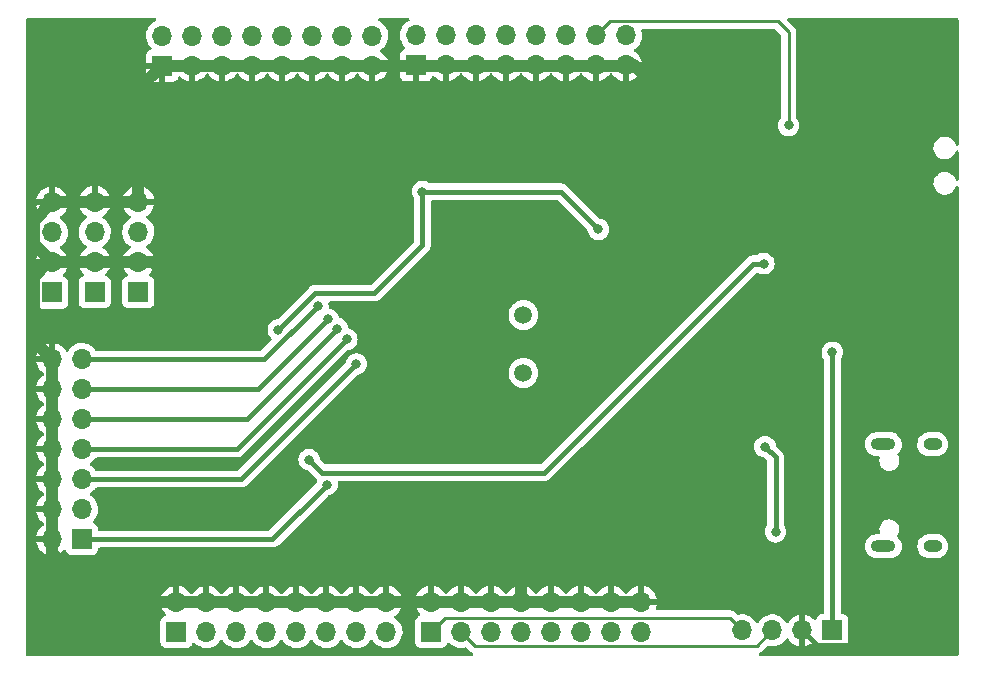
<source format=gbr>
%TF.GenerationSoftware,KiCad,Pcbnew,(6.0.4)*%
%TF.CreationDate,2022-05-14T14:59:47+08:00*%
%TF.ProjectId,51,35312e6b-6963-4616-945f-706362585858,rev?*%
%TF.SameCoordinates,Original*%
%TF.FileFunction,Copper,L2,Bot*%
%TF.FilePolarity,Positive*%
%FSLAX46Y46*%
G04 Gerber Fmt 4.6, Leading zero omitted, Abs format (unit mm)*
G04 Created by KiCad (PCBNEW (6.0.4)) date 2022-05-14 14:59:47*
%MOMM*%
%LPD*%
G01*
G04 APERTURE LIST*
%TA.AperFunction,ComponentPad*%
%ADD10O,1.600000X1.000000*%
%TD*%
%TA.AperFunction,ComponentPad*%
%ADD11O,2.100000X1.000000*%
%TD*%
%TA.AperFunction,ComponentPad*%
%ADD12R,1.700000X1.700000*%
%TD*%
%TA.AperFunction,ComponentPad*%
%ADD13O,1.700000X1.700000*%
%TD*%
%TA.AperFunction,ComponentPad*%
%ADD14C,1.500000*%
%TD*%
%TA.AperFunction,ViaPad*%
%ADD15C,0.800000*%
%TD*%
%TA.AperFunction,Conductor*%
%ADD16C,0.381000*%
%TD*%
%TA.AperFunction,Conductor*%
%ADD17C,1.016000*%
%TD*%
%TA.AperFunction,Conductor*%
%ADD18C,0.254000*%
%TD*%
G04 APERTURE END LIST*
D10*
%TO.P,USBC1,S1,SHIELD*%
%TO.N,unconnected-(USBC1-PadS1)*%
X167310000Y-101580000D03*
D11*
X163130000Y-110220000D03*
X163130000Y-101580000D03*
D10*
X167310000Y-110220000D03*
%TD*%
D12*
%TO.P,J5,1,Pin_1*%
%TO.N,/P1.0*%
X103275000Y-117475000D03*
D13*
%TO.P,J5,2,Pin_2*%
%TO.N,GND*%
X103275000Y-114935000D03*
%TO.P,J5,3,Pin_3*%
%TO.N,/P1.1*%
X105815000Y-117475000D03*
%TO.P,J5,4,Pin_4*%
%TO.N,GND*%
X105815000Y-114935000D03*
%TO.P,J5,5,Pin_5*%
%TO.N,/P1.2*%
X108355000Y-117475000D03*
%TO.P,J5,6,Pin_6*%
%TO.N,GND*%
X108355000Y-114935000D03*
%TO.P,J5,7,Pin_7*%
%TO.N,/P1.3*%
X110895000Y-117475000D03*
%TO.P,J5,8,Pin_8*%
%TO.N,GND*%
X110895000Y-114935000D03*
%TO.P,J5,9,Pin_9*%
%TO.N,/P1.4*%
X113435000Y-117475000D03*
%TO.P,J5,10,Pin_10*%
%TO.N,GND*%
X113435000Y-114935000D03*
%TO.P,J5,11,Pin_11*%
%TO.N,/P1.5*%
X115975000Y-117475000D03*
%TO.P,J5,12,Pin_12*%
%TO.N,GND*%
X115975000Y-114935000D03*
%TO.P,J5,13,Pin_13*%
%TO.N,/P1.6*%
X118515000Y-117475000D03*
%TO.P,J5,14,Pin_14*%
%TO.N,GND*%
X118515000Y-114935000D03*
%TO.P,J5,15,Pin_15*%
%TO.N,/P1.7*%
X121055000Y-117475000D03*
%TO.P,J5,16,Pin_16*%
%TO.N,GND*%
X121055000Y-114935000D03*
%TD*%
D12*
%TO.P,J7,1,Pin_1*%
%TO.N,/P3.0*%
X124825000Y-117475000D03*
D13*
%TO.P,J7,2,Pin_2*%
%TO.N,GND*%
X124825000Y-114935000D03*
%TO.P,J7,3,Pin_3*%
%TO.N,/P3.1*%
X127365000Y-117475000D03*
%TO.P,J7,4,Pin_4*%
%TO.N,GND*%
X127365000Y-114935000D03*
%TO.P,J7,5,Pin_5*%
%TO.N,/P3.2*%
X129905000Y-117475000D03*
%TO.P,J7,6,Pin_6*%
%TO.N,GND*%
X129905000Y-114935000D03*
%TO.P,J7,7,Pin_7*%
%TO.N,/P3.3*%
X132445000Y-117475000D03*
%TO.P,J7,8,Pin_8*%
%TO.N,GND*%
X132445000Y-114935000D03*
%TO.P,J7,9,Pin_9*%
%TO.N,/P3.4*%
X134985000Y-117475000D03*
%TO.P,J7,10,Pin_10*%
%TO.N,GND*%
X134985000Y-114935000D03*
%TO.P,J7,11,Pin_11*%
%TO.N,/P3.5*%
X137525000Y-117475000D03*
%TO.P,J7,12,Pin_12*%
%TO.N,GND*%
X137525000Y-114935000D03*
%TO.P,J7,13,Pin_13*%
%TO.N,/LED2*%
X140065000Y-117475000D03*
%TO.P,J7,14,Pin_14*%
%TO.N,GND*%
X140065000Y-114935000D03*
%TO.P,J7,15,Pin_15*%
%TO.N,/LED1*%
X142605000Y-117475000D03*
%TO.P,J7,16,Pin_16*%
%TO.N,GND*%
X142605000Y-114935000D03*
%TD*%
D12*
%TO.P,J1,1,Pin_1*%
%TO.N,+5V*%
X158800000Y-117350000D03*
D13*
%TO.P,J1,2,Pin_2*%
%TO.N,GND*%
X156260000Y-117350000D03*
%TO.P,J1,3,Pin_3*%
%TO.N,/P3.1*%
X153720000Y-117350000D03*
%TO.P,J1,4,Pin_4*%
%TO.N,/P3.0*%
X151180000Y-117350000D03*
%TD*%
D14*
%TO.P,Y1,1,1*%
%TO.N,/X1*%
X132650000Y-90650000D03*
%TO.P,Y1,2,2*%
%TO.N,/X2*%
X132650000Y-95550000D03*
%TD*%
D12*
%TO.P,J6,1,Pin_1*%
%TO.N,GND*%
X123550000Y-69500000D03*
D13*
%TO.P,J6,2,Pin_2*%
%TO.N,/P2.7*%
X123550000Y-66960000D03*
%TO.P,J6,3,Pin_3*%
%TO.N,GND*%
X126090000Y-69500000D03*
%TO.P,J6,4,Pin_4*%
%TO.N,/P2.6*%
X126090000Y-66960000D03*
%TO.P,J6,5,Pin_5*%
%TO.N,GND*%
X128630000Y-69500000D03*
%TO.P,J6,6,Pin_6*%
%TO.N,/P2.5*%
X128630000Y-66960000D03*
%TO.P,J6,7,Pin_7*%
%TO.N,GND*%
X131170000Y-69500000D03*
%TO.P,J6,8,Pin_8*%
%TO.N,/P2.4*%
X131170000Y-66960000D03*
%TO.P,J6,9,Pin_9*%
%TO.N,GND*%
X133710000Y-69500000D03*
%TO.P,J6,10,Pin_10*%
%TO.N,/P2.3*%
X133710000Y-66960000D03*
%TO.P,J6,11,Pin_11*%
%TO.N,GND*%
X136250000Y-69500000D03*
%TO.P,J6,12,Pin_12*%
%TO.N,/P2.2*%
X136250000Y-66960000D03*
%TO.P,J6,13,Pin_13*%
%TO.N,GND*%
X138790000Y-69500000D03*
%TO.P,J6,14,Pin_14*%
%TO.N,/KEY1*%
X138790000Y-66960000D03*
%TO.P,J6,15,Pin_15*%
%TO.N,GND*%
X141330000Y-69500000D03*
%TO.P,J6,16,Pin_16*%
%TO.N,/KEY2*%
X141330000Y-66960000D03*
%TD*%
D12*
%TO.P,J4,1,Pin_1*%
%TO.N,GND*%
X102075000Y-69525000D03*
D13*
%TO.P,J4,2,Pin_2*%
%TO.N,/P0.0*%
X102075000Y-66985000D03*
%TO.P,J4,3,Pin_3*%
%TO.N,GND*%
X104615000Y-69525000D03*
%TO.P,J4,4,Pin_4*%
%TO.N,/P0.1*%
X104615000Y-66985000D03*
%TO.P,J4,5,Pin_5*%
%TO.N,GND*%
X107155000Y-69525000D03*
%TO.P,J4,6,Pin_6*%
%TO.N,/P0.2*%
X107155000Y-66985000D03*
%TO.P,J4,7,Pin_7*%
%TO.N,GND*%
X109695000Y-69525000D03*
%TO.P,J4,8,Pin_8*%
%TO.N,/P0.3*%
X109695000Y-66985000D03*
%TO.P,J4,9,Pin_9*%
%TO.N,GND*%
X112235000Y-69525000D03*
%TO.P,J4,10,Pin_10*%
%TO.N,/P0.4*%
X112235000Y-66985000D03*
%TO.P,J4,11,Pin_11*%
%TO.N,GND*%
X114775000Y-69525000D03*
%TO.P,J4,12,Pin_12*%
%TO.N,/P0.5*%
X114775000Y-66985000D03*
%TO.P,J4,13,Pin_13*%
%TO.N,GND*%
X117315000Y-69525000D03*
%TO.P,J4,14,Pin_14*%
%TO.N,/P0.6*%
X117315000Y-66985000D03*
%TO.P,J4,15,Pin_15*%
%TO.N,GND*%
X119855000Y-69525000D03*
%TO.P,J4,16,Pin_16*%
%TO.N,/P0.7*%
X119855000Y-66985000D03*
%TD*%
D12*
%TO.P,J2,1,Pin_1*%
%TO.N,+5V*%
X92750000Y-88740000D03*
D13*
%TO.P,J2,2,Pin_2*%
%TO.N,GND*%
X92750000Y-86200000D03*
%TO.P,J2,3,Pin_3*%
%TO.N,+5V*%
X92750000Y-83660000D03*
%TO.P,J2,4,Pin_4*%
%TO.N,GND*%
X92750000Y-81120000D03*
%TD*%
D12*
%TO.P,J9,1,Pin_1*%
%TO.N,+5V*%
X100050000Y-88700000D03*
D13*
%TO.P,J9,2,Pin_2*%
%TO.N,GND*%
X100050000Y-86160000D03*
%TO.P,J9,3,Pin_3*%
%TO.N,+5V*%
X100050000Y-83620000D03*
%TO.P,J9,4,Pin_4*%
%TO.N,GND*%
X100050000Y-81080000D03*
%TD*%
D12*
%TO.P,J3,1,Pin_1*%
%TO.N,/P4.3*%
X95275000Y-109625000D03*
D13*
%TO.P,J3,2,Pin_2*%
%TO.N,GND*%
X92735000Y-109625000D03*
%TO.P,J3,3,Pin_3*%
%TO.N,/P4.2*%
X95275000Y-107085000D03*
%TO.P,J3,4,Pin_4*%
%TO.N,GND*%
X92735000Y-107085000D03*
%TO.P,J3,5,Pin_5*%
%TO.N,/P4.0*%
X95275000Y-104545000D03*
%TO.P,J3,6,Pin_6*%
%TO.N,GND*%
X92735000Y-104545000D03*
%TO.P,J3,7,Pin_7*%
%TO.N,/P4.4*%
X95275000Y-102005000D03*
%TO.P,J3,8,Pin_8*%
%TO.N,GND*%
X92735000Y-102005000D03*
%TO.P,J3,9,Pin_9*%
%TO.N,/P4.5*%
X95275000Y-99465000D03*
%TO.P,J3,10,Pin_10*%
%TO.N,GND*%
X92735000Y-99465000D03*
%TO.P,J3,11,Pin_11*%
%TO.N,/P4.1*%
X95275000Y-96925000D03*
%TO.P,J3,12,Pin_12*%
%TO.N,GND*%
X92735000Y-96925000D03*
%TO.P,J3,13,Pin_13*%
%TO.N,/P4.6*%
X95275000Y-94385000D03*
%TO.P,J3,14,Pin_14*%
%TO.N,GND*%
X92735000Y-94385000D03*
%TD*%
D12*
%TO.P,J8,1,Pin_1*%
%TO.N,+5V*%
X96350000Y-88700000D03*
D13*
%TO.P,J8,2,Pin_2*%
%TO.N,GND*%
X96350000Y-86160000D03*
%TO.P,J8,3,Pin_3*%
%TO.N,+5V*%
X96350000Y-83620000D03*
%TO.P,J8,4,Pin_4*%
%TO.N,GND*%
X96350000Y-81080000D03*
%TD*%
D15*
%TO.N,GND*%
X105000000Y-76000000D03*
X140000000Y-74000000D03*
X95000000Y-72000000D03*
X167000000Y-99000000D03*
X104000000Y-82000000D03*
X146800000Y-100400000D03*
X141000000Y-107000000D03*
X129000000Y-100000000D03*
X139000000Y-108000000D03*
X132400000Y-105800000D03*
X133000000Y-76000000D03*
X153000000Y-82500000D03*
X137000000Y-105000000D03*
X95000000Y-77000000D03*
X120000000Y-78000000D03*
X164000000Y-117000000D03*
X141000000Y-101000000D03*
X131000000Y-77000000D03*
X132000000Y-78000000D03*
X136000000Y-107000000D03*
X145000000Y-81000000D03*
X117000000Y-77000000D03*
X164000000Y-70000000D03*
X145000000Y-79000000D03*
X140000000Y-72000000D03*
X140000000Y-76000000D03*
X128000000Y-107000000D03*
X136000000Y-77000000D03*
X104000000Y-79000000D03*
X128000000Y-101000000D03*
X141000000Y-103000000D03*
X166000000Y-114000000D03*
X165000000Y-97000000D03*
X105000000Y-84000000D03*
X139000000Y-80000000D03*
X102800000Y-91800000D03*
X137000000Y-108000000D03*
X93000000Y-68000000D03*
X134000000Y-74000000D03*
X98000000Y-92000000D03*
X99000000Y-112000000D03*
X94000000Y-74000000D03*
X139000000Y-96000000D03*
X142000000Y-76000000D03*
X164000000Y-99000000D03*
X132000000Y-74000000D03*
X127000000Y-99000000D03*
X146000000Y-69000000D03*
X142000000Y-111000000D03*
X140000000Y-78000000D03*
X123000000Y-77000000D03*
X136000000Y-75000000D03*
X145000000Y-76000000D03*
X166000000Y-70000000D03*
X119000000Y-76000000D03*
X96000000Y-118000000D03*
X147000000Y-71000000D03*
X104000000Y-86000000D03*
X121000000Y-76000000D03*
X167000000Y-68000000D03*
X139000000Y-106000000D03*
X98000000Y-76000000D03*
X103000000Y-75000000D03*
X154100000Y-94800000D03*
X167000000Y-117000000D03*
X102000000Y-78000000D03*
X143000000Y-74000000D03*
X165000000Y-115000000D03*
X130000000Y-108000000D03*
X93000000Y-76000000D03*
X148000000Y-70000000D03*
X123000000Y-74000000D03*
X148000000Y-75500000D03*
X154049500Y-89000000D03*
X138000000Y-74000000D03*
X141000000Y-109000000D03*
X131000000Y-75000000D03*
X149400000Y-100400000D03*
X147000000Y-79000000D03*
X117000000Y-74000000D03*
X141000000Y-105000000D03*
X120000000Y-74000000D03*
X93000000Y-71000000D03*
X93000000Y-117000000D03*
X93000000Y-115000000D03*
X161600000Y-69700000D03*
X138000000Y-76000000D03*
X136600000Y-85000000D03*
X167000000Y-96000000D03*
X97000000Y-73000000D03*
X102000000Y-111000000D03*
X143000000Y-78000000D03*
X97000000Y-70000000D03*
X95000000Y-116000000D03*
X140700000Y-85000000D03*
X164000000Y-68000000D03*
X130000000Y-106000000D03*
X134000000Y-78000000D03*
X96000000Y-117000000D03*
X143000000Y-105000000D03*
X143000000Y-81000000D03*
X142000000Y-72000000D03*
X139000000Y-104000000D03*
X143000000Y-108000000D03*
X141000000Y-81000000D03*
X138000000Y-78000000D03*
X100000000Y-92000000D03*
%TO.N,/KEY1*%
X155100000Y-74600000D03*
%TO.N,+5V*%
X139000000Y-83400000D03*
X124100000Y-80200000D03*
X111900000Y-91900000D03*
X158800000Y-93800000D03*
%TO.N,/RST*%
X114500000Y-102900000D03*
X153000000Y-86300000D03*
%TO.N,Net-(D1-Pad1)*%
X153100000Y-101800000D03*
X154000000Y-109000000D03*
%TO.N,/P4.3*%
X116026500Y-105000000D03*
%TO.N,/P4.0*%
X118500000Y-94800000D03*
%TO.N,/P4.4*%
X117700000Y-92700000D03*
%TO.N,/P4.5*%
X116900000Y-91800000D03*
%TO.N,/P4.1*%
X116100000Y-91000000D03*
%TO.N,/P4.6*%
X115252424Y-89870265D03*
%TD*%
D16*
%TO.N,GND*%
X160600000Y-81800000D02*
X159900000Y-82500000D01*
D17*
X100050000Y-86160000D02*
X101252081Y-86160000D01*
X100010000Y-86200000D02*
X100050000Y-86160000D01*
X100010000Y-81120000D02*
X100050000Y-81080000D01*
D16*
X154049500Y-89000000D02*
X154049500Y-94749500D01*
D17*
X92750000Y-86200000D02*
X100010000Y-86200000D01*
D16*
X157500011Y-118590011D02*
X156260000Y-117350000D01*
D17*
X103275000Y-114935000D02*
X96842919Y-114935000D01*
X132445000Y-114935000D02*
X132445000Y-105845000D01*
X101252081Y-86160000D02*
X102800000Y-87707919D01*
X96842919Y-114935000D02*
X92735000Y-110827081D01*
X92735000Y-110827081D02*
X92735000Y-109625000D01*
X91192489Y-87407511D02*
X92400000Y-86200000D01*
X132445000Y-105845000D02*
X132400000Y-105800000D01*
D16*
X154049500Y-94749500D02*
X154100000Y-94800000D01*
X161600000Y-69700000D02*
X161600000Y-80800000D01*
D17*
X140700000Y-85000000D02*
X136600000Y-85000000D01*
X102800000Y-87707919D02*
X102800000Y-91800000D01*
X92735000Y-109625000D02*
X92735000Y-94385000D01*
X91192489Y-84642489D02*
X91192489Y-82677511D01*
X141305000Y-69525000D02*
X141330000Y-69500000D01*
X92750000Y-81120000D02*
X100010000Y-81120000D01*
X100050000Y-71550000D02*
X102075000Y-69525000D01*
X100050000Y-81080000D02*
X100050000Y-71550000D01*
X92735000Y-94385000D02*
X91192489Y-92842489D01*
X146800000Y-100400000D02*
X149400000Y-100400000D01*
X142000000Y-69500000D02*
X148000000Y-75500000D01*
X141330000Y-69500000D02*
X142000000Y-69500000D01*
X102075000Y-69525000D02*
X141305000Y-69525000D01*
X91192489Y-92842489D02*
X91192489Y-87407511D01*
X91192489Y-82677511D02*
X92750000Y-81120000D01*
X142605000Y-114935000D02*
X103275000Y-114935000D01*
X92750000Y-86200000D02*
X91192489Y-84642489D01*
D16*
X161600000Y-80800000D02*
X160600000Y-81800000D01*
X164000000Y-117000000D02*
X162409989Y-118590011D01*
D17*
X92400000Y-86200000D02*
X92750000Y-86200000D01*
D16*
X162409989Y-118590011D02*
X157500011Y-118590011D01*
X159900000Y-82500000D02*
X153000000Y-82500000D01*
D18*
%TO.N,/KEY1*%
X154183489Y-65783489D02*
X155100000Y-66700000D01*
X155100000Y-66700000D02*
X155100000Y-74600000D01*
X138790000Y-66960000D02*
X139966511Y-65783489D01*
X139966511Y-65783489D02*
X154183489Y-65783489D01*
D16*
%TO.N,+5V*%
X135800000Y-80200000D02*
X139000000Y-83400000D01*
X124100000Y-84700000D02*
X120000000Y-88800000D01*
X120000000Y-88800000D02*
X115000000Y-88800000D01*
X124100000Y-80200000D02*
X124100000Y-84700000D01*
X124100000Y-80200000D02*
X135800000Y-80200000D01*
X158800000Y-117350000D02*
X158800000Y-93800000D01*
X115000000Y-88800000D02*
X111900000Y-91900000D01*
%TO.N,/RST*%
X152100000Y-86300000D02*
X134400000Y-104000000D01*
X115600000Y-104000000D02*
X114500000Y-102900000D01*
X134400000Y-104000000D02*
X115600000Y-104000000D01*
X153000000Y-86300000D02*
X152100000Y-86300000D01*
%TO.N,Net-(D1-Pad1)*%
X153100000Y-101800000D02*
X154000000Y-102700000D01*
X154000000Y-102700000D02*
X154000000Y-109000000D01*
D18*
%TO.N,/P3.0*%
X151180000Y-117350000D02*
X150128489Y-116298489D01*
X150128489Y-116298489D02*
X126001511Y-116298489D01*
X126001511Y-116298489D02*
X124825000Y-117475000D01*
%TO.N,/P3.1*%
X152418489Y-118651511D02*
X128541511Y-118651511D01*
X128541511Y-118651511D02*
X127365000Y-117475000D01*
X153720000Y-117350000D02*
X152418489Y-118651511D01*
D16*
%TO.N,/P4.3*%
X95275000Y-109625000D02*
X111401500Y-109625000D01*
X111401500Y-109625000D02*
X116026500Y-105000000D01*
%TO.N,/P4.0*%
X95275000Y-104545000D02*
X108755000Y-104545000D01*
X108755000Y-104545000D02*
X118500000Y-94800000D01*
%TO.N,/P4.4*%
X117700000Y-92700000D02*
X108395000Y-102005000D01*
X108395000Y-102005000D02*
X95275000Y-102005000D01*
%TO.N,/P4.5*%
X109235000Y-99465000D02*
X116900000Y-91800000D01*
X95275000Y-99465000D02*
X109235000Y-99465000D01*
%TO.N,/P4.1*%
X116100000Y-91000000D02*
X110175000Y-96925000D01*
X110175000Y-96925000D02*
X95275000Y-96925000D01*
%TO.N,/P4.6*%
X110715000Y-94385000D02*
X95275000Y-94385000D01*
X115252424Y-89870265D02*
X115229735Y-89870265D01*
X115229735Y-89870265D02*
X110715000Y-94385000D01*
%TD*%
%TA.AperFunction,Conductor*%
%TO.N,GND*%
G36*
X101522300Y-65528502D02*
G01*
X101568793Y-65582158D01*
X101578897Y-65652432D01*
X101549403Y-65717012D01*
X101512359Y-65746263D01*
X101348607Y-65831507D01*
X101344474Y-65834610D01*
X101344471Y-65834612D01*
X101174100Y-65962530D01*
X101169965Y-65965635D01*
X101166393Y-65969373D01*
X101039520Y-66102138D01*
X101015629Y-66127138D01*
X100889743Y-66311680D01*
X100852733Y-66391412D01*
X100800127Y-66504743D01*
X100795688Y-66514305D01*
X100735989Y-66729570D01*
X100712251Y-66951695D01*
X100712548Y-66956848D01*
X100712548Y-66956851D01*
X100723960Y-67154767D01*
X100725110Y-67174715D01*
X100726247Y-67179761D01*
X100726248Y-67179767D01*
X100740485Y-67242939D01*
X100774222Y-67392639D01*
X100858266Y-67599616D01*
X100896542Y-67662077D01*
X100972291Y-67785688D01*
X100974987Y-67790088D01*
X101121250Y-67958938D01*
X101125225Y-67962238D01*
X101125231Y-67962244D01*
X101130425Y-67966556D01*
X101170059Y-68025460D01*
X101171555Y-68096441D01*
X101134439Y-68156962D01*
X101094168Y-68181480D01*
X100986946Y-68221676D01*
X100971351Y-68230214D01*
X100869276Y-68306715D01*
X100856715Y-68319276D01*
X100780214Y-68421351D01*
X100771676Y-68436946D01*
X100726522Y-68557394D01*
X100722895Y-68572649D01*
X100717369Y-68623514D01*
X100717000Y-68630328D01*
X100717000Y-69252885D01*
X100721475Y-69268124D01*
X100722865Y-69269329D01*
X100730548Y-69271000D01*
X121173344Y-69271000D01*
X121186875Y-69267027D01*
X121188180Y-69257947D01*
X121146214Y-69090875D01*
X121142894Y-69081124D01*
X121057972Y-68885814D01*
X121053105Y-68876739D01*
X120937426Y-68697926D01*
X120931136Y-68689757D01*
X120787806Y-68532240D01*
X120780273Y-68525215D01*
X120613139Y-68393222D01*
X120604556Y-68387520D01*
X120567602Y-68367120D01*
X120517631Y-68316687D01*
X120502859Y-68247245D01*
X120527975Y-68180839D01*
X120555327Y-68154232D01*
X120603635Y-68119774D01*
X120734860Y-68026173D01*
X120759323Y-68001796D01*
X120889435Y-67872137D01*
X120893096Y-67868489D01*
X120952594Y-67785689D01*
X121020435Y-67691277D01*
X121023453Y-67687077D01*
X121038102Y-67657438D01*
X121120136Y-67491453D01*
X121120137Y-67491451D01*
X121122430Y-67486811D01*
X121187370Y-67273069D01*
X121216529Y-67051590D01*
X121218156Y-66985000D01*
X121199852Y-66762361D01*
X121145431Y-66545702D01*
X121056354Y-66340840D01*
X120935014Y-66153277D01*
X120784670Y-65988051D01*
X120780619Y-65984852D01*
X120780615Y-65984848D01*
X120613414Y-65852800D01*
X120613410Y-65852798D01*
X120609359Y-65849598D01*
X120572260Y-65829118D01*
X120419533Y-65744809D01*
X120369562Y-65694376D01*
X120354790Y-65624933D01*
X120379906Y-65558528D01*
X120436937Y-65516243D01*
X120480426Y-65508500D01*
X122881154Y-65508500D01*
X122949275Y-65528502D01*
X122995768Y-65582158D01*
X123005872Y-65652432D01*
X122976378Y-65717012D01*
X122939336Y-65746262D01*
X122823607Y-65806507D01*
X122819474Y-65809610D01*
X122819471Y-65809612D01*
X122766215Y-65849598D01*
X122644965Y-65940635D01*
X122490629Y-66102138D01*
X122364743Y-66286680D01*
X122350959Y-66316375D01*
X122303016Y-66419661D01*
X122270688Y-66489305D01*
X122210989Y-66704570D01*
X122187251Y-66926695D01*
X122187548Y-66931848D01*
X122187548Y-66931851D01*
X122199812Y-67144547D01*
X122200110Y-67149715D01*
X122201247Y-67154761D01*
X122201248Y-67154767D01*
X122221119Y-67242939D01*
X122249222Y-67367639D01*
X122333266Y-67574616D01*
X122376310Y-67644857D01*
X122447291Y-67760688D01*
X122449987Y-67765088D01*
X122596250Y-67933938D01*
X122600225Y-67937238D01*
X122600231Y-67937244D01*
X122605425Y-67941556D01*
X122645059Y-68000460D01*
X122646555Y-68071441D01*
X122609439Y-68131962D01*
X122569168Y-68156480D01*
X122461946Y-68196676D01*
X122446351Y-68205214D01*
X122344276Y-68281715D01*
X122331715Y-68294276D01*
X122255214Y-68396351D01*
X122246676Y-68411946D01*
X122201522Y-68532394D01*
X122197895Y-68547649D01*
X122192369Y-68598514D01*
X122192000Y-68605328D01*
X122192000Y-69227885D01*
X122196475Y-69243124D01*
X122197865Y-69244329D01*
X122205548Y-69246000D01*
X142648344Y-69246000D01*
X142661875Y-69242027D01*
X142663180Y-69232947D01*
X142621214Y-69065875D01*
X142617894Y-69056124D01*
X142532972Y-68860814D01*
X142528105Y-68851739D01*
X142412426Y-68672926D01*
X142406136Y-68664757D01*
X142262806Y-68507240D01*
X142255273Y-68500215D01*
X142088139Y-68368222D01*
X142079556Y-68362520D01*
X142042602Y-68342120D01*
X141992631Y-68291687D01*
X141977859Y-68222245D01*
X142002975Y-68155839D01*
X142030327Y-68129232D01*
X142076298Y-68096441D01*
X142209860Y-68001173D01*
X142234323Y-67976796D01*
X142364435Y-67847137D01*
X142368096Y-67843489D01*
X142403665Y-67793990D01*
X142495435Y-67666277D01*
X142498453Y-67662077D01*
X142519320Y-67619857D01*
X142595136Y-67466453D01*
X142595137Y-67466451D01*
X142597430Y-67461811D01*
X142653269Y-67278023D01*
X142660865Y-67253023D01*
X142660865Y-67253021D01*
X142662370Y-67248069D01*
X142691529Y-67026590D01*
X142693156Y-66960000D01*
X142674852Y-66737361D01*
X142667906Y-66709707D01*
X142634242Y-66575684D01*
X142637046Y-66504743D01*
X142677759Y-66446580D01*
X142743455Y-66419661D01*
X142756446Y-66418989D01*
X153868067Y-66418989D01*
X153936188Y-66438991D01*
X153957162Y-66455894D01*
X154427595Y-66926327D01*
X154461621Y-66988639D01*
X154464500Y-67015422D01*
X154464500Y-73899697D01*
X154444498Y-73967818D01*
X154432136Y-73984006D01*
X154360960Y-74063056D01*
X154265473Y-74228444D01*
X154206458Y-74410072D01*
X154186496Y-74600000D01*
X154206458Y-74789928D01*
X154265473Y-74971556D01*
X154360960Y-75136944D01*
X154488747Y-75278866D01*
X154643248Y-75391118D01*
X154649276Y-75393802D01*
X154649278Y-75393803D01*
X154811681Y-75466109D01*
X154817712Y-75468794D01*
X154911112Y-75488647D01*
X154998056Y-75507128D01*
X154998061Y-75507128D01*
X155004513Y-75508500D01*
X155195487Y-75508500D01*
X155201939Y-75507128D01*
X155201944Y-75507128D01*
X155288888Y-75488647D01*
X155382288Y-75468794D01*
X155388319Y-75466109D01*
X155550722Y-75393803D01*
X155550724Y-75393802D01*
X155556752Y-75391118D01*
X155711253Y-75278866D01*
X155839040Y-75136944D01*
X155934527Y-74971556D01*
X155993542Y-74789928D01*
X156013504Y-74600000D01*
X155993542Y-74410072D01*
X155934527Y-74228444D01*
X155839040Y-74063056D01*
X155767864Y-73984007D01*
X155737146Y-73920000D01*
X155735500Y-73899697D01*
X155735500Y-66779020D01*
X155736029Y-66767791D01*
X155737708Y-66760281D01*
X155736119Y-66709707D01*
X155735562Y-66692002D01*
X155735500Y-66688044D01*
X155735500Y-66660017D01*
X155734989Y-66655971D01*
X155734057Y-66644136D01*
X155732913Y-66607722D01*
X155732664Y-66599795D01*
X155726987Y-66580254D01*
X155722978Y-66560894D01*
X155721421Y-66548566D01*
X155721420Y-66548563D01*
X155720427Y-66540701D01*
X155717510Y-66533335D01*
X155717509Y-66533329D01*
X155704091Y-66499439D01*
X155700246Y-66488210D01*
X155695364Y-66471406D01*
X155687869Y-66445607D01*
X155683836Y-66438788D01*
X155683834Y-66438783D01*
X155677510Y-66428091D01*
X155668813Y-66410341D01*
X155661319Y-66391412D01*
X155635240Y-66355517D01*
X155628722Y-66345595D01*
X155610170Y-66314224D01*
X155610166Y-66314219D01*
X155606134Y-66307401D01*
X155591747Y-66293014D01*
X155578906Y-66277980D01*
X155571602Y-66267927D01*
X155566942Y-66261513D01*
X155532750Y-66233227D01*
X155523971Y-66225238D01*
X155022328Y-65723595D01*
X154988302Y-65661283D01*
X154993367Y-65590468D01*
X155035914Y-65533632D01*
X155102434Y-65508821D01*
X155111423Y-65508500D01*
X169365500Y-65508500D01*
X169433621Y-65528502D01*
X169480114Y-65582158D01*
X169491500Y-65634500D01*
X169491500Y-76173610D01*
X169471498Y-76241731D01*
X169417842Y-76288224D01*
X169347568Y-76298328D01*
X169282988Y-76268834D01*
X169247250Y-76217118D01*
X169198140Y-76083641D01*
X169198139Y-76083639D01*
X169195937Y-76077654D01*
X169093326Y-75912160D01*
X168959534Y-75770678D01*
X168800025Y-75658989D01*
X168752013Y-75638212D01*
X168627175Y-75584190D01*
X168627171Y-75584189D01*
X168621316Y-75581655D01*
X168615069Y-75580350D01*
X168615066Y-75580349D01*
X168435443Y-75542824D01*
X168435438Y-75542823D01*
X168430707Y-75541835D01*
X168424315Y-75541500D01*
X168281337Y-75541500D01*
X168212049Y-75548538D01*
X168142622Y-75555590D01*
X168142621Y-75555590D01*
X168136273Y-75556235D01*
X168079939Y-75573889D01*
X167956549Y-75612556D01*
X167956544Y-75612558D01*
X167950459Y-75614465D01*
X167874713Y-75656452D01*
X167785729Y-75705777D01*
X167785726Y-75705779D01*
X167780150Y-75708870D01*
X167775309Y-75713019D01*
X167775305Y-75713022D01*
X167712311Y-75767015D01*
X167632302Y-75835591D01*
X167512954Y-75989453D01*
X167510138Y-75995176D01*
X167510136Y-75995179D01*
X167429800Y-76158444D01*
X167426982Y-76164171D01*
X167425373Y-76170349D01*
X167425372Y-76170351D01*
X167392037Y-76298328D01*
X167377898Y-76352607D01*
X167367707Y-76547064D01*
X167396825Y-76739599D01*
X167399028Y-76745585D01*
X167399029Y-76745591D01*
X167461860Y-76916360D01*
X167461862Y-76916365D01*
X167464063Y-76922346D01*
X167566674Y-77087840D01*
X167700466Y-77229322D01*
X167859975Y-77341011D01*
X167865838Y-77343548D01*
X168032825Y-77415810D01*
X168032829Y-77415811D01*
X168038684Y-77418345D01*
X168044931Y-77419650D01*
X168044934Y-77419651D01*
X168224557Y-77457176D01*
X168224562Y-77457177D01*
X168229293Y-77458165D01*
X168235685Y-77458500D01*
X168378663Y-77458500D01*
X168447951Y-77451462D01*
X168517378Y-77444410D01*
X168517379Y-77444410D01*
X168523727Y-77443765D01*
X168604843Y-77418345D01*
X168703451Y-77387444D01*
X168703456Y-77387442D01*
X168709541Y-77385535D01*
X168796475Y-77337346D01*
X168874271Y-77294223D01*
X168874274Y-77294221D01*
X168879850Y-77291130D01*
X168884691Y-77286981D01*
X168884695Y-77286978D01*
X169022855Y-77168560D01*
X169027698Y-77164409D01*
X169147046Y-77010547D01*
X169187779Y-76927768D01*
X169230200Y-76841556D01*
X169233018Y-76835829D01*
X169243569Y-76795323D01*
X169280096Y-76734444D01*
X169343738Y-76702977D01*
X169414290Y-76710914D01*
X169469351Y-76755733D01*
X169491500Y-76827084D01*
X169491500Y-79173610D01*
X169471498Y-79241731D01*
X169417842Y-79288224D01*
X169347568Y-79298328D01*
X169282988Y-79268834D01*
X169247250Y-79217118D01*
X169198140Y-79083641D01*
X169198139Y-79083639D01*
X169195937Y-79077654D01*
X169093326Y-78912160D01*
X168959534Y-78770678D01*
X168800025Y-78658989D01*
X168752013Y-78638212D01*
X168627175Y-78584190D01*
X168627171Y-78584189D01*
X168621316Y-78581655D01*
X168615069Y-78580350D01*
X168615066Y-78580349D01*
X168435443Y-78542824D01*
X168435438Y-78542823D01*
X168430707Y-78541835D01*
X168424315Y-78541500D01*
X168281337Y-78541500D01*
X168212049Y-78548538D01*
X168142622Y-78555590D01*
X168142621Y-78555590D01*
X168136273Y-78556235D01*
X168079939Y-78573889D01*
X167956549Y-78612556D01*
X167956544Y-78612558D01*
X167950459Y-78614465D01*
X167874713Y-78656452D01*
X167785729Y-78705777D01*
X167785726Y-78705779D01*
X167780150Y-78708870D01*
X167775309Y-78713019D01*
X167775305Y-78713022D01*
X167712311Y-78767015D01*
X167632302Y-78835591D01*
X167512954Y-78989453D01*
X167510138Y-78995176D01*
X167510136Y-78995179D01*
X167429800Y-79158444D01*
X167426982Y-79164171D01*
X167425373Y-79170349D01*
X167425372Y-79170351D01*
X167383473Y-79331206D01*
X167377898Y-79352607D01*
X167374949Y-79408882D01*
X167368538Y-79531213D01*
X167367707Y-79547064D01*
X167396825Y-79739599D01*
X167399028Y-79745585D01*
X167399029Y-79745591D01*
X167461860Y-79916360D01*
X167461862Y-79916365D01*
X167464063Y-79922346D01*
X167566674Y-80087840D01*
X167700466Y-80229322D01*
X167705696Y-80232984D01*
X167705697Y-80232985D01*
X167753886Y-80266727D01*
X167859975Y-80341011D01*
X167865838Y-80343548D01*
X168032825Y-80415810D01*
X168032829Y-80415811D01*
X168038684Y-80418345D01*
X168044931Y-80419650D01*
X168044934Y-80419651D01*
X168224557Y-80457176D01*
X168224562Y-80457177D01*
X168229293Y-80458165D01*
X168235685Y-80458500D01*
X168378663Y-80458500D01*
X168447951Y-80451462D01*
X168517378Y-80444410D01*
X168517379Y-80444410D01*
X168523727Y-80443765D01*
X168604843Y-80418345D01*
X168703451Y-80387444D01*
X168703456Y-80387442D01*
X168709541Y-80385535D01*
X168796475Y-80337346D01*
X168874271Y-80294223D01*
X168874274Y-80294221D01*
X168879850Y-80291130D01*
X168884691Y-80286981D01*
X168884695Y-80286978D01*
X169022855Y-80168560D01*
X169027698Y-80164409D01*
X169061979Y-80120215D01*
X169143131Y-80015594D01*
X169147046Y-80010547D01*
X169158032Y-79988222D01*
X169230200Y-79841556D01*
X169233018Y-79835829D01*
X169236433Y-79822721D01*
X169243569Y-79795323D01*
X169280096Y-79734444D01*
X169343738Y-79702977D01*
X169414290Y-79710914D01*
X169469351Y-79755733D01*
X169491500Y-79827084D01*
X169491500Y-119365500D01*
X169471498Y-119433621D01*
X169417842Y-119480114D01*
X169365500Y-119491500D01*
X152690401Y-119491500D01*
X152622280Y-119471498D01*
X152575787Y-119417842D01*
X152565683Y-119347568D01*
X152595177Y-119282988D01*
X152655249Y-119244503D01*
X152659700Y-119243210D01*
X152672882Y-119239380D01*
X152679709Y-119235342D01*
X152679712Y-119235341D01*
X152690395Y-119229023D01*
X152708153Y-119220323D01*
X152719704Y-119215750D01*
X152719710Y-119215746D01*
X152727077Y-119212830D01*
X152736466Y-119206009D01*
X152762977Y-119186747D01*
X152772899Y-119180230D01*
X152804257Y-119161685D01*
X152804261Y-119161682D01*
X152811087Y-119157645D01*
X152825471Y-119143261D01*
X152840505Y-119130420D01*
X152850562Y-119123113D01*
X152856976Y-119118453D01*
X152885262Y-119084261D01*
X152893252Y-119075480D01*
X153266901Y-118701832D01*
X153329213Y-118667807D01*
X153381117Y-118667458D01*
X153558597Y-118703567D01*
X153563772Y-118703757D01*
X153563774Y-118703757D01*
X153776673Y-118711564D01*
X153776677Y-118711564D01*
X153781837Y-118711753D01*
X153786957Y-118711097D01*
X153786959Y-118711097D01*
X153998288Y-118684025D01*
X153998289Y-118684025D01*
X154003416Y-118683368D01*
X154008366Y-118681883D01*
X154212429Y-118620661D01*
X154212434Y-118620659D01*
X154217384Y-118619174D01*
X154417994Y-118520896D01*
X154599860Y-118391173D01*
X154632659Y-118358489D01*
X154743400Y-118248134D01*
X154758096Y-118233489D01*
X154888453Y-118052077D01*
X154889640Y-118052930D01*
X154936960Y-118009362D01*
X155006897Y-117997145D01*
X155072338Y-118024678D01*
X155100166Y-118056511D01*
X155157694Y-118150388D01*
X155163777Y-118158699D01*
X155303213Y-118319667D01*
X155310580Y-118326883D01*
X155474434Y-118462916D01*
X155482881Y-118468831D01*
X155666756Y-118576279D01*
X155676042Y-118580729D01*
X155875001Y-118656703D01*
X155884899Y-118659579D01*
X155988250Y-118680606D01*
X156002299Y-118679410D01*
X156006000Y-118669065D01*
X156006000Y-118668517D01*
X156514000Y-118668517D01*
X156518064Y-118682359D01*
X156531478Y-118684393D01*
X156538184Y-118683534D01*
X156548262Y-118681392D01*
X156752255Y-118620191D01*
X156761842Y-118616433D01*
X156953095Y-118522739D01*
X156961945Y-118517464D01*
X157135328Y-118393792D01*
X157143193Y-118387145D01*
X157247897Y-118282805D01*
X157310268Y-118248889D01*
X157381075Y-118254077D01*
X157437837Y-118296723D01*
X157454819Y-118327826D01*
X157499385Y-118446705D01*
X157586739Y-118563261D01*
X157703295Y-118650615D01*
X157839684Y-118701745D01*
X157901866Y-118708500D01*
X159698134Y-118708500D01*
X159760316Y-118701745D01*
X159896705Y-118650615D01*
X160013261Y-118563261D01*
X160100615Y-118446705D01*
X160151745Y-118310316D01*
X160158500Y-118248134D01*
X160158500Y-116451866D01*
X160151745Y-116389684D01*
X160100615Y-116253295D01*
X160013261Y-116136739D01*
X159896705Y-116049385D01*
X159760316Y-115998255D01*
X159698134Y-115991500D01*
X159625000Y-115991500D01*
X159556879Y-115971498D01*
X159510386Y-115917842D01*
X159499000Y-115865500D01*
X159499000Y-110212925D01*
X161566645Y-110212925D01*
X161584570Y-110409888D01*
X161586308Y-110415794D01*
X161586309Y-110415798D01*
X161590387Y-110429653D01*
X161640410Y-110599619D01*
X161643263Y-110605077D01*
X161643265Y-110605081D01*
X161673098Y-110662145D01*
X161732040Y-110774890D01*
X161855968Y-110929025D01*
X161860692Y-110932989D01*
X161862587Y-110934579D01*
X162007474Y-111056154D01*
X162012872Y-111059121D01*
X162012877Y-111059125D01*
X162156180Y-111137905D01*
X162180787Y-111151433D01*
X162186654Y-111153294D01*
X162186656Y-111153295D01*
X162363436Y-111209373D01*
X162369306Y-111211235D01*
X162523227Y-111228500D01*
X163729769Y-111228500D01*
X163732825Y-111228200D01*
X163732832Y-111228200D01*
X163791340Y-111222463D01*
X163876833Y-111214080D01*
X163882734Y-111212298D01*
X163882736Y-111212298D01*
X163956053Y-111190162D01*
X164066169Y-111156916D01*
X164240796Y-111064066D01*
X164327062Y-110993709D01*
X164389287Y-110942960D01*
X164389290Y-110942957D01*
X164394062Y-110939065D01*
X164399089Y-110932989D01*
X164516201Y-110791425D01*
X164516203Y-110791421D01*
X164520130Y-110786675D01*
X164614198Y-110612701D01*
X164672682Y-110423768D01*
X164683928Y-110316772D01*
X164692711Y-110233204D01*
X164692711Y-110233202D01*
X164693355Y-110227075D01*
X164692067Y-110212925D01*
X165996645Y-110212925D01*
X166014570Y-110409888D01*
X166016308Y-110415794D01*
X166016309Y-110415798D01*
X166020387Y-110429653D01*
X166070410Y-110599619D01*
X166073263Y-110605077D01*
X166073265Y-110605081D01*
X166103098Y-110662145D01*
X166162040Y-110774890D01*
X166285968Y-110929025D01*
X166290692Y-110932989D01*
X166292587Y-110934579D01*
X166437474Y-111056154D01*
X166442872Y-111059121D01*
X166442877Y-111059125D01*
X166586180Y-111137905D01*
X166610787Y-111151433D01*
X166616654Y-111153294D01*
X166616656Y-111153295D01*
X166793436Y-111209373D01*
X166799306Y-111211235D01*
X166953227Y-111228500D01*
X167659769Y-111228500D01*
X167662825Y-111228200D01*
X167662832Y-111228200D01*
X167721340Y-111222463D01*
X167806833Y-111214080D01*
X167812734Y-111212298D01*
X167812736Y-111212298D01*
X167886053Y-111190162D01*
X167996169Y-111156916D01*
X168170796Y-111064066D01*
X168257062Y-110993709D01*
X168319287Y-110942960D01*
X168319290Y-110942957D01*
X168324062Y-110939065D01*
X168329089Y-110932989D01*
X168446201Y-110791425D01*
X168446203Y-110791421D01*
X168450130Y-110786675D01*
X168544198Y-110612701D01*
X168602682Y-110423768D01*
X168613928Y-110316772D01*
X168622711Y-110233204D01*
X168622711Y-110233202D01*
X168623355Y-110227075D01*
X168612456Y-110107312D01*
X168605989Y-110036251D01*
X168605988Y-110036248D01*
X168605430Y-110030112D01*
X168549590Y-109840381D01*
X168539919Y-109821881D01*
X168499280Y-109744147D01*
X168457960Y-109665110D01*
X168334032Y-109510975D01*
X168327727Y-109505684D01*
X168258067Y-109447233D01*
X168182526Y-109383846D01*
X168177128Y-109380879D01*
X168177123Y-109380875D01*
X168014608Y-109291533D01*
X168014609Y-109291533D01*
X168009213Y-109288567D01*
X168003346Y-109286706D01*
X168003344Y-109286705D01*
X167826564Y-109230627D01*
X167826563Y-109230627D01*
X167820694Y-109228765D01*
X167666773Y-109211500D01*
X166960231Y-109211500D01*
X166957175Y-109211800D01*
X166957168Y-109211800D01*
X166898660Y-109217537D01*
X166813167Y-109225920D01*
X166807266Y-109227702D01*
X166807264Y-109227702D01*
X166733947Y-109249838D01*
X166623831Y-109283084D01*
X166449204Y-109375934D01*
X166362938Y-109446291D01*
X166300713Y-109497040D01*
X166300710Y-109497043D01*
X166295938Y-109500935D01*
X166292011Y-109505682D01*
X166292009Y-109505684D01*
X166173799Y-109648575D01*
X166173797Y-109648579D01*
X166169870Y-109653325D01*
X166075802Y-109827299D01*
X166017318Y-110016232D01*
X166016674Y-110022357D01*
X166016674Y-110022358D01*
X165998978Y-110190731D01*
X165996645Y-110212925D01*
X164692067Y-110212925D01*
X164682456Y-110107312D01*
X164675989Y-110036251D01*
X164675988Y-110036248D01*
X164675430Y-110030112D01*
X164619590Y-109840381D01*
X164609919Y-109821881D01*
X164569280Y-109744147D01*
X164527960Y-109665110D01*
X164404032Y-109510975D01*
X164328066Y-109447232D01*
X164288741Y-109388123D01*
X164287615Y-109317136D01*
X164304847Y-109279889D01*
X164366442Y-109189255D01*
X164370277Y-109183612D01*
X164437530Y-109015466D01*
X164438644Y-109008738D01*
X164438645Y-109008734D01*
X164465993Y-108843539D01*
X164465993Y-108843536D01*
X164467108Y-108836802D01*
X164466052Y-108816635D01*
X164457987Y-108662766D01*
X164457630Y-108655953D01*
X164455284Y-108647433D01*
X164411352Y-108487941D01*
X164409539Y-108481359D01*
X164325078Y-108321164D01*
X164320673Y-108315951D01*
X164320670Y-108315947D01*
X164212594Y-108188057D01*
X164212590Y-108188053D01*
X164208187Y-108182843D01*
X164192378Y-108170756D01*
X164069743Y-108076994D01*
X164069739Y-108076991D01*
X164064322Y-108072850D01*
X163959186Y-108023825D01*
X163906369Y-107999195D01*
X163906366Y-107999194D01*
X163900192Y-107996315D01*
X163893544Y-107994829D01*
X163893541Y-107994828D01*
X163766184Y-107966361D01*
X163723457Y-107956810D01*
X163717912Y-107956500D01*
X163584756Y-107956500D01*
X163449963Y-107971143D01*
X163366609Y-107999195D01*
X163284796Y-108026728D01*
X163284794Y-108026729D01*
X163278325Y-108028906D01*
X163123095Y-108122177D01*
X163118138Y-108126865D01*
X163118135Y-108126867D01*
X162996473Y-108241918D01*
X162991515Y-108246607D01*
X162987683Y-108252245D01*
X162987680Y-108252249D01*
X162910427Y-108365923D01*
X162889723Y-108396388D01*
X162822470Y-108564534D01*
X162821356Y-108571262D01*
X162821355Y-108571266D01*
X162795259Y-108728898D01*
X162792892Y-108743198D01*
X162793249Y-108750015D01*
X162793249Y-108750019D01*
X162798151Y-108843539D01*
X162802370Y-108924047D01*
X162804181Y-108930620D01*
X162804181Y-108930623D01*
X162837625Y-109052040D01*
X162836431Y-109123027D01*
X162797048Y-109182099D01*
X162731981Y-109210501D01*
X162716149Y-109211500D01*
X162530231Y-109211500D01*
X162527175Y-109211800D01*
X162527168Y-109211800D01*
X162468660Y-109217537D01*
X162383167Y-109225920D01*
X162377266Y-109227702D01*
X162377264Y-109227702D01*
X162303947Y-109249838D01*
X162193831Y-109283084D01*
X162019204Y-109375934D01*
X161932938Y-109446291D01*
X161870713Y-109497040D01*
X161870710Y-109497043D01*
X161865938Y-109500935D01*
X161862011Y-109505682D01*
X161862009Y-109505684D01*
X161743799Y-109648575D01*
X161743797Y-109648579D01*
X161739870Y-109653325D01*
X161645802Y-109827299D01*
X161587318Y-110016232D01*
X161586674Y-110022357D01*
X161586674Y-110022358D01*
X161568978Y-110190731D01*
X161566645Y-110212925D01*
X159499000Y-110212925D01*
X159499000Y-101572925D01*
X161566645Y-101572925D01*
X161567204Y-101579065D01*
X161581776Y-101739183D01*
X161584570Y-101769888D01*
X161640410Y-101959619D01*
X161643263Y-101965077D01*
X161643265Y-101965081D01*
X161652824Y-101983365D01*
X161732040Y-102134890D01*
X161855968Y-102289025D01*
X161860692Y-102292989D01*
X161867933Y-102299065D01*
X162007474Y-102416154D01*
X162012872Y-102419121D01*
X162012877Y-102419125D01*
X162136911Y-102487312D01*
X162180787Y-102511433D01*
X162186654Y-102513294D01*
X162186656Y-102513295D01*
X162293554Y-102547205D01*
X162369306Y-102571235D01*
X162523227Y-102588500D01*
X162714777Y-102588500D01*
X162782898Y-102608502D01*
X162829391Y-102662158D01*
X162839495Y-102732432D01*
X162831766Y-102761292D01*
X162822470Y-102784534D01*
X162821356Y-102791262D01*
X162821355Y-102791266D01*
X162794007Y-102956461D01*
X162792892Y-102963198D01*
X162793249Y-102970015D01*
X162793249Y-102970019D01*
X162798151Y-103063539D01*
X162802370Y-103144047D01*
X162804181Y-103150620D01*
X162804181Y-103150623D01*
X162838213Y-103274174D01*
X162850461Y-103318641D01*
X162934922Y-103478836D01*
X162939327Y-103484049D01*
X162939330Y-103484053D01*
X163047406Y-103611943D01*
X163047410Y-103611947D01*
X163051813Y-103617157D01*
X163057237Y-103621304D01*
X163057238Y-103621305D01*
X163190257Y-103723006D01*
X163190261Y-103723009D01*
X163195678Y-103727150D01*
X163279226Y-103766109D01*
X163353631Y-103800805D01*
X163353634Y-103800806D01*
X163359808Y-103803685D01*
X163366456Y-103805171D01*
X163366459Y-103805172D01*
X163472421Y-103828857D01*
X163536543Y-103843190D01*
X163542088Y-103843500D01*
X163675244Y-103843500D01*
X163810037Y-103828857D01*
X163930133Y-103788440D01*
X163975204Y-103773272D01*
X163975206Y-103773271D01*
X163981675Y-103771094D01*
X163989972Y-103766109D01*
X164050014Y-103730032D01*
X164136905Y-103677823D01*
X164141862Y-103673135D01*
X164141865Y-103673133D01*
X164263527Y-103558082D01*
X164263529Y-103558080D01*
X164268485Y-103553393D01*
X164272317Y-103547755D01*
X164272320Y-103547751D01*
X164366442Y-103409255D01*
X164370277Y-103403612D01*
X164437530Y-103235466D01*
X164438644Y-103228738D01*
X164438645Y-103228734D01*
X164465993Y-103063539D01*
X164465993Y-103063536D01*
X164467108Y-103056802D01*
X164466709Y-103049171D01*
X164457987Y-102882766D01*
X164457630Y-102875953D01*
X164440483Y-102813699D01*
X164411352Y-102707941D01*
X164409539Y-102701359D01*
X164325078Y-102541164D01*
X164314871Y-102529085D01*
X164286178Y-102464147D01*
X164297148Y-102394003D01*
X164331471Y-102350113D01*
X164389287Y-102302960D01*
X164389290Y-102302957D01*
X164394062Y-102299065D01*
X164402368Y-102289025D01*
X164516201Y-102151425D01*
X164516203Y-102151421D01*
X164520130Y-102146675D01*
X164614198Y-101972701D01*
X164672682Y-101783768D01*
X164676596Y-101746525D01*
X164692711Y-101593204D01*
X164692711Y-101593202D01*
X164693355Y-101587075D01*
X164692067Y-101572925D01*
X165996645Y-101572925D01*
X165997204Y-101579065D01*
X166011776Y-101739183D01*
X166014570Y-101769888D01*
X166070410Y-101959619D01*
X166073263Y-101965077D01*
X166073265Y-101965081D01*
X166082824Y-101983365D01*
X166162040Y-102134890D01*
X166285968Y-102289025D01*
X166290692Y-102292989D01*
X166297933Y-102299065D01*
X166437474Y-102416154D01*
X166442872Y-102419121D01*
X166442877Y-102419125D01*
X166566911Y-102487312D01*
X166610787Y-102511433D01*
X166616654Y-102513294D01*
X166616656Y-102513295D01*
X166723554Y-102547205D01*
X166799306Y-102571235D01*
X166953227Y-102588500D01*
X167659769Y-102588500D01*
X167662825Y-102588200D01*
X167662832Y-102588200D01*
X167721340Y-102582463D01*
X167806833Y-102574080D01*
X167812734Y-102572298D01*
X167812736Y-102572298D01*
X167933135Y-102535947D01*
X167996169Y-102516916D01*
X168170796Y-102424066D01*
X168284629Y-102331226D01*
X168319287Y-102302960D01*
X168319290Y-102302957D01*
X168324062Y-102299065D01*
X168332368Y-102289025D01*
X168446201Y-102151425D01*
X168446203Y-102151421D01*
X168450130Y-102146675D01*
X168544198Y-101972701D01*
X168602682Y-101783768D01*
X168606596Y-101746525D01*
X168622711Y-101593204D01*
X168622711Y-101593202D01*
X168623355Y-101587075D01*
X168615847Y-101504576D01*
X168605989Y-101396251D01*
X168605988Y-101396248D01*
X168605430Y-101390112D01*
X168587047Y-101327649D01*
X168551330Y-101206294D01*
X168549590Y-101200381D01*
X168539919Y-101181881D01*
X168460813Y-101030568D01*
X168457960Y-101025110D01*
X168334032Y-100870975D01*
X168327727Y-100865684D01*
X168245114Y-100796364D01*
X168182526Y-100743846D01*
X168177128Y-100740879D01*
X168177123Y-100740875D01*
X168014608Y-100651533D01*
X168014609Y-100651533D01*
X168009213Y-100648567D01*
X168003346Y-100646706D01*
X168003344Y-100646705D01*
X167826564Y-100590627D01*
X167826563Y-100590627D01*
X167820694Y-100588765D01*
X167666773Y-100571500D01*
X166960231Y-100571500D01*
X166957175Y-100571800D01*
X166957168Y-100571800D01*
X166898660Y-100577537D01*
X166813167Y-100585920D01*
X166807266Y-100587702D01*
X166807264Y-100587702D01*
X166733947Y-100609838D01*
X166623831Y-100643084D01*
X166449204Y-100735934D01*
X166375110Y-100796364D01*
X166300713Y-100857040D01*
X166300710Y-100857043D01*
X166295938Y-100860935D01*
X166292011Y-100865682D01*
X166292009Y-100865684D01*
X166173799Y-101008575D01*
X166173797Y-101008579D01*
X166169870Y-101013325D01*
X166075802Y-101187299D01*
X166017318Y-101376232D01*
X165996645Y-101572925D01*
X164692067Y-101572925D01*
X164685847Y-101504576D01*
X164675989Y-101396251D01*
X164675988Y-101396248D01*
X164675430Y-101390112D01*
X164657047Y-101327649D01*
X164621330Y-101206294D01*
X164619590Y-101200381D01*
X164609919Y-101181881D01*
X164530813Y-101030568D01*
X164527960Y-101025110D01*
X164404032Y-100870975D01*
X164397727Y-100865684D01*
X164315114Y-100796364D01*
X164252526Y-100743846D01*
X164247128Y-100740879D01*
X164247123Y-100740875D01*
X164084608Y-100651533D01*
X164084609Y-100651533D01*
X164079213Y-100648567D01*
X164073346Y-100646706D01*
X164073344Y-100646705D01*
X163896564Y-100590627D01*
X163896563Y-100590627D01*
X163890694Y-100588765D01*
X163736773Y-100571500D01*
X162530231Y-100571500D01*
X162527175Y-100571800D01*
X162527168Y-100571800D01*
X162468660Y-100577537D01*
X162383167Y-100585920D01*
X162377266Y-100587702D01*
X162377264Y-100587702D01*
X162303947Y-100609838D01*
X162193831Y-100643084D01*
X162019204Y-100735934D01*
X161945110Y-100796364D01*
X161870713Y-100857040D01*
X161870710Y-100857043D01*
X161865938Y-100860935D01*
X161862011Y-100865682D01*
X161862009Y-100865684D01*
X161743799Y-101008575D01*
X161743797Y-101008579D01*
X161739870Y-101013325D01*
X161645802Y-101187299D01*
X161587318Y-101376232D01*
X161566645Y-101572925D01*
X159499000Y-101572925D01*
X159499000Y-94429779D01*
X159519002Y-94361658D01*
X159531359Y-94345475D01*
X159539040Y-94336944D01*
X159634527Y-94171556D01*
X159693542Y-93989928D01*
X159701966Y-93909783D01*
X159712814Y-93806565D01*
X159713504Y-93800000D01*
X159699420Y-93665998D01*
X159694232Y-93616635D01*
X159694232Y-93616633D01*
X159693542Y-93610072D01*
X159634527Y-93428444D01*
X159539040Y-93263056D01*
X159530186Y-93253222D01*
X159415675Y-93126045D01*
X159415674Y-93126044D01*
X159411253Y-93121134D01*
X159256752Y-93008882D01*
X159250724Y-93006198D01*
X159250722Y-93006197D01*
X159088319Y-92933891D01*
X159088318Y-92933891D01*
X159082288Y-92931206D01*
X158988888Y-92911353D01*
X158901944Y-92892872D01*
X158901939Y-92892872D01*
X158895487Y-92891500D01*
X158704513Y-92891500D01*
X158698061Y-92892872D01*
X158698056Y-92892872D01*
X158611113Y-92911353D01*
X158517712Y-92931206D01*
X158511682Y-92933891D01*
X158511681Y-92933891D01*
X158349278Y-93006197D01*
X158349276Y-93006198D01*
X158343248Y-93008882D01*
X158188747Y-93121134D01*
X158184326Y-93126044D01*
X158184325Y-93126045D01*
X158069815Y-93253222D01*
X158060960Y-93263056D01*
X157965473Y-93428444D01*
X157906458Y-93610072D01*
X157905768Y-93616633D01*
X157905768Y-93616635D01*
X157900580Y-93665998D01*
X157886496Y-93800000D01*
X157887186Y-93806565D01*
X157898035Y-93909783D01*
X157906458Y-93989928D01*
X157965473Y-94171556D01*
X158060960Y-94336944D01*
X158068637Y-94345470D01*
X158099353Y-94409476D01*
X158101000Y-94429779D01*
X158101000Y-115865500D01*
X158080998Y-115933621D01*
X158027342Y-115980114D01*
X157975000Y-115991500D01*
X157901866Y-115991500D01*
X157839684Y-115998255D01*
X157703295Y-116049385D01*
X157586739Y-116136739D01*
X157499385Y-116253295D01*
X157496233Y-116261703D01*
X157496232Y-116261705D01*
X157454722Y-116372433D01*
X157412081Y-116429198D01*
X157345519Y-116453898D01*
X157276170Y-116438691D01*
X157243546Y-116413004D01*
X157192799Y-116357234D01*
X157185273Y-116350215D01*
X157018139Y-116218222D01*
X157009552Y-116212517D01*
X156823117Y-116109599D01*
X156813705Y-116105369D01*
X156612959Y-116034280D01*
X156602988Y-116031646D01*
X156531837Y-116018972D01*
X156518540Y-116020432D01*
X156514000Y-116034989D01*
X156514000Y-118668517D01*
X156006000Y-118668517D01*
X156006000Y-116033102D01*
X156002082Y-116019758D01*
X155987806Y-116017771D01*
X155949324Y-116023660D01*
X155939288Y-116026051D01*
X155736868Y-116092212D01*
X155727359Y-116096209D01*
X155538463Y-116194542D01*
X155529738Y-116200036D01*
X155359433Y-116327905D01*
X155351726Y-116334748D01*
X155204590Y-116488717D01*
X155198109Y-116496722D01*
X155093498Y-116650074D01*
X155038587Y-116695076D01*
X154968062Y-116703247D01*
X154904315Y-116671993D01*
X154883618Y-116647509D01*
X154802822Y-116522617D01*
X154802820Y-116522614D01*
X154800014Y-116518277D01*
X154649670Y-116353051D01*
X154645619Y-116349852D01*
X154645615Y-116349848D01*
X154478414Y-116217800D01*
X154478410Y-116217798D01*
X154474359Y-116214598D01*
X154441854Y-116196654D01*
X154349807Y-116145842D01*
X154278789Y-116106638D01*
X154273920Y-116104914D01*
X154273916Y-116104912D01*
X154073087Y-116033795D01*
X154073083Y-116033794D01*
X154068212Y-116032069D01*
X154063119Y-116031162D01*
X154063116Y-116031161D01*
X153853373Y-115993800D01*
X153853367Y-115993799D01*
X153848284Y-115992894D01*
X153774452Y-115991992D01*
X153630081Y-115990228D01*
X153630079Y-115990228D01*
X153624911Y-115990165D01*
X153404091Y-116023955D01*
X153191756Y-116093357D01*
X153149863Y-116115165D01*
X153025757Y-116179771D01*
X152993607Y-116196507D01*
X152989474Y-116199610D01*
X152989471Y-116199612D01*
X152819100Y-116327530D01*
X152814965Y-116330635D01*
X152660629Y-116492138D01*
X152553201Y-116649621D01*
X152498293Y-116694621D01*
X152427768Y-116702792D01*
X152364021Y-116671538D01*
X152343324Y-116647054D01*
X152262822Y-116522617D01*
X152262820Y-116522614D01*
X152260014Y-116518277D01*
X152109670Y-116353051D01*
X152105619Y-116349852D01*
X152105615Y-116349848D01*
X151938414Y-116217800D01*
X151938410Y-116217798D01*
X151934359Y-116214598D01*
X151901854Y-116196654D01*
X151809807Y-116145842D01*
X151738789Y-116106638D01*
X151733920Y-116104914D01*
X151733916Y-116104912D01*
X151533087Y-116033795D01*
X151533083Y-116033794D01*
X151528212Y-116032069D01*
X151523119Y-116031162D01*
X151523116Y-116031161D01*
X151313373Y-115993800D01*
X151313367Y-115993799D01*
X151308284Y-115992894D01*
X151234452Y-115991992D01*
X151090081Y-115990228D01*
X151090079Y-115990228D01*
X151084911Y-115990165D01*
X150937627Y-116012703D01*
X150869200Y-116023173D01*
X150869197Y-116023174D01*
X150864091Y-116023955D01*
X150859178Y-116025561D01*
X150859173Y-116025562D01*
X150853665Y-116027362D01*
X150782701Y-116029513D01*
X150725426Y-115996692D01*
X150633735Y-115905001D01*
X150626164Y-115896682D01*
X150622042Y-115890186D01*
X150572223Y-115843403D01*
X150569382Y-115840649D01*
X150549583Y-115820850D01*
X150546458Y-115818426D01*
X150546449Y-115818418D01*
X150546363Y-115818352D01*
X150537338Y-115810644D01*
X150510774Y-115785699D01*
X150504995Y-115780272D01*
X150487158Y-115770466D01*
X150470642Y-115759616D01*
X150454556Y-115747139D01*
X150413823Y-115729513D01*
X150403175Y-115724296D01*
X150378298Y-115710620D01*
X150364292Y-115702920D01*
X150356617Y-115700949D01*
X150356611Y-115700947D01*
X150344578Y-115697858D01*
X150325876Y-115691455D01*
X150307197Y-115683372D01*
X150273361Y-115678013D01*
X150263362Y-115676429D01*
X150251749Y-115674024D01*
X150208771Y-115662989D01*
X150188424Y-115662989D01*
X150168713Y-115661438D01*
X150156439Y-115659494D01*
X150148610Y-115658254D01*
X150140718Y-115659000D01*
X150104433Y-115662430D01*
X150092575Y-115662989D01*
X143962910Y-115662989D01*
X143894789Y-115642987D01*
X143848296Y-115589331D01*
X143838192Y-115519057D01*
X143849953Y-115481162D01*
X143869670Y-115441267D01*
X143873469Y-115431672D01*
X143935377Y-115227910D01*
X143937555Y-115217837D01*
X143938986Y-115206962D01*
X143936775Y-115192778D01*
X143923617Y-115189000D01*
X123508225Y-115189000D01*
X123494694Y-115192973D01*
X123493257Y-115202966D01*
X123523565Y-115337446D01*
X123526645Y-115347275D01*
X123606770Y-115544603D01*
X123611413Y-115553794D01*
X123722694Y-115735388D01*
X123728777Y-115743699D01*
X123868213Y-115904667D01*
X123875577Y-115911879D01*
X123880522Y-115915985D01*
X123920156Y-115974889D01*
X123921653Y-116045870D01*
X123884537Y-116106392D01*
X123844264Y-116130910D01*
X123736705Y-116171232D01*
X123736704Y-116171233D01*
X123728295Y-116174385D01*
X123611739Y-116261739D01*
X123524385Y-116378295D01*
X123473255Y-116514684D01*
X123466500Y-116576866D01*
X123466500Y-118373134D01*
X123473255Y-118435316D01*
X123524385Y-118571705D01*
X123611739Y-118688261D01*
X123728295Y-118775615D01*
X123864684Y-118826745D01*
X123926866Y-118833500D01*
X125723134Y-118833500D01*
X125785316Y-118826745D01*
X125921705Y-118775615D01*
X126038261Y-118688261D01*
X126125615Y-118571705D01*
X126143972Y-118522739D01*
X126169598Y-118454382D01*
X126212240Y-118397618D01*
X126278802Y-118372918D01*
X126348150Y-118388126D01*
X126382817Y-118416114D01*
X126411250Y-118448938D01*
X126583126Y-118591632D01*
X126776000Y-118704338D01*
X126984692Y-118784030D01*
X126989760Y-118785061D01*
X126989763Y-118785062D01*
X127097008Y-118806881D01*
X127203597Y-118828567D01*
X127208772Y-118828757D01*
X127208774Y-118828757D01*
X127421673Y-118836564D01*
X127421677Y-118836564D01*
X127426837Y-118836753D01*
X127431957Y-118836097D01*
X127431959Y-118836097D01*
X127505414Y-118826687D01*
X127648416Y-118808368D01*
X127653369Y-118806882D01*
X127653374Y-118806881D01*
X127683017Y-118797987D01*
X127692651Y-118795097D01*
X127763646Y-118794679D01*
X127817954Y-118826687D01*
X128036261Y-119044994D01*
X128043837Y-119053320D01*
X128047958Y-119059814D01*
X128053733Y-119065237D01*
X128097776Y-119106596D01*
X128100618Y-119109351D01*
X128120417Y-119129150D01*
X128123542Y-119131574D01*
X128123551Y-119131582D01*
X128123637Y-119131648D01*
X128132662Y-119139356D01*
X128165005Y-119169728D01*
X128171949Y-119173546D01*
X128171951Y-119173547D01*
X128182840Y-119179533D01*
X128199358Y-119190384D01*
X128215444Y-119202861D01*
X128256177Y-119220487D01*
X128266825Y-119225704D01*
X128298760Y-119243261D01*
X128298765Y-119243263D01*
X128305708Y-119247080D01*
X128312081Y-119248716D01*
X128367583Y-119292023D01*
X128391059Y-119359026D01*
X128374583Y-119428085D01*
X128323387Y-119477273D01*
X128265225Y-119491500D01*
X90634500Y-119491500D01*
X90566379Y-119471498D01*
X90519886Y-119417842D01*
X90508500Y-119365500D01*
X90508500Y-118373134D01*
X101916500Y-118373134D01*
X101923255Y-118435316D01*
X101974385Y-118571705D01*
X102061739Y-118688261D01*
X102178295Y-118775615D01*
X102314684Y-118826745D01*
X102376866Y-118833500D01*
X104173134Y-118833500D01*
X104235316Y-118826745D01*
X104371705Y-118775615D01*
X104488261Y-118688261D01*
X104575615Y-118571705D01*
X104593972Y-118522739D01*
X104619598Y-118454382D01*
X104662240Y-118397618D01*
X104728802Y-118372918D01*
X104798150Y-118388126D01*
X104832817Y-118416114D01*
X104861250Y-118448938D01*
X105033126Y-118591632D01*
X105226000Y-118704338D01*
X105434692Y-118784030D01*
X105439760Y-118785061D01*
X105439763Y-118785062D01*
X105547008Y-118806881D01*
X105653597Y-118828567D01*
X105658772Y-118828757D01*
X105658774Y-118828757D01*
X105871673Y-118836564D01*
X105871677Y-118836564D01*
X105876837Y-118836753D01*
X105881957Y-118836097D01*
X105881959Y-118836097D01*
X106093288Y-118809025D01*
X106093289Y-118809025D01*
X106098416Y-118808368D01*
X106103366Y-118806883D01*
X106307429Y-118745661D01*
X106307434Y-118745659D01*
X106312384Y-118744174D01*
X106512994Y-118645896D01*
X106694860Y-118516173D01*
X106748304Y-118462916D01*
X106817669Y-118393792D01*
X106853096Y-118358489D01*
X106875130Y-118327826D01*
X106983453Y-118177077D01*
X106984776Y-118178028D01*
X107031645Y-118134857D01*
X107101580Y-118122625D01*
X107167026Y-118150144D01*
X107194875Y-118181994D01*
X107254987Y-118280088D01*
X107401250Y-118448938D01*
X107573126Y-118591632D01*
X107766000Y-118704338D01*
X107974692Y-118784030D01*
X107979760Y-118785061D01*
X107979763Y-118785062D01*
X108087008Y-118806881D01*
X108193597Y-118828567D01*
X108198772Y-118828757D01*
X108198774Y-118828757D01*
X108411673Y-118836564D01*
X108411677Y-118836564D01*
X108416837Y-118836753D01*
X108421957Y-118836097D01*
X108421959Y-118836097D01*
X108633288Y-118809025D01*
X108633289Y-118809025D01*
X108638416Y-118808368D01*
X108643366Y-118806883D01*
X108847429Y-118745661D01*
X108847434Y-118745659D01*
X108852384Y-118744174D01*
X109052994Y-118645896D01*
X109234860Y-118516173D01*
X109288304Y-118462916D01*
X109357669Y-118393792D01*
X109393096Y-118358489D01*
X109415130Y-118327826D01*
X109523453Y-118177077D01*
X109524776Y-118178028D01*
X109571645Y-118134857D01*
X109641580Y-118122625D01*
X109707026Y-118150144D01*
X109734875Y-118181994D01*
X109794987Y-118280088D01*
X109941250Y-118448938D01*
X110113126Y-118591632D01*
X110306000Y-118704338D01*
X110514692Y-118784030D01*
X110519760Y-118785061D01*
X110519763Y-118785062D01*
X110627008Y-118806881D01*
X110733597Y-118828567D01*
X110738772Y-118828757D01*
X110738774Y-118828757D01*
X110951673Y-118836564D01*
X110951677Y-118836564D01*
X110956837Y-118836753D01*
X110961957Y-118836097D01*
X110961959Y-118836097D01*
X111173288Y-118809025D01*
X111173289Y-118809025D01*
X111178416Y-118808368D01*
X111183366Y-118806883D01*
X111387429Y-118745661D01*
X111387434Y-118745659D01*
X111392384Y-118744174D01*
X111592994Y-118645896D01*
X111774860Y-118516173D01*
X111828304Y-118462916D01*
X111897669Y-118393792D01*
X111933096Y-118358489D01*
X111955130Y-118327826D01*
X112063453Y-118177077D01*
X112064776Y-118178028D01*
X112111645Y-118134857D01*
X112181580Y-118122625D01*
X112247026Y-118150144D01*
X112274875Y-118181994D01*
X112334987Y-118280088D01*
X112481250Y-118448938D01*
X112653126Y-118591632D01*
X112846000Y-118704338D01*
X113054692Y-118784030D01*
X113059760Y-118785061D01*
X113059763Y-118785062D01*
X113167008Y-118806881D01*
X113273597Y-118828567D01*
X113278772Y-118828757D01*
X113278774Y-118828757D01*
X113491673Y-118836564D01*
X113491677Y-118836564D01*
X113496837Y-118836753D01*
X113501957Y-118836097D01*
X113501959Y-118836097D01*
X113713288Y-118809025D01*
X113713289Y-118809025D01*
X113718416Y-118808368D01*
X113723366Y-118806883D01*
X113927429Y-118745661D01*
X113927434Y-118745659D01*
X113932384Y-118744174D01*
X114132994Y-118645896D01*
X114314860Y-118516173D01*
X114368304Y-118462916D01*
X114437669Y-118393792D01*
X114473096Y-118358489D01*
X114495130Y-118327826D01*
X114603453Y-118177077D01*
X114604776Y-118178028D01*
X114651645Y-118134857D01*
X114721580Y-118122625D01*
X114787026Y-118150144D01*
X114814875Y-118181994D01*
X114874987Y-118280088D01*
X115021250Y-118448938D01*
X115193126Y-118591632D01*
X115386000Y-118704338D01*
X115594692Y-118784030D01*
X115599760Y-118785061D01*
X115599763Y-118785062D01*
X115707008Y-118806881D01*
X115813597Y-118828567D01*
X115818772Y-118828757D01*
X115818774Y-118828757D01*
X116031673Y-118836564D01*
X116031677Y-118836564D01*
X116036837Y-118836753D01*
X116041957Y-118836097D01*
X116041959Y-118836097D01*
X116253288Y-118809025D01*
X116253289Y-118809025D01*
X116258416Y-118808368D01*
X116263366Y-118806883D01*
X116467429Y-118745661D01*
X116467434Y-118745659D01*
X116472384Y-118744174D01*
X116672994Y-118645896D01*
X116854860Y-118516173D01*
X116908304Y-118462916D01*
X116977669Y-118393792D01*
X117013096Y-118358489D01*
X117035130Y-118327826D01*
X117143453Y-118177077D01*
X117144776Y-118178028D01*
X117191645Y-118134857D01*
X117261580Y-118122625D01*
X117327026Y-118150144D01*
X117354875Y-118181994D01*
X117414987Y-118280088D01*
X117561250Y-118448938D01*
X117733126Y-118591632D01*
X117926000Y-118704338D01*
X118134692Y-118784030D01*
X118139760Y-118785061D01*
X118139763Y-118785062D01*
X118247008Y-118806881D01*
X118353597Y-118828567D01*
X118358772Y-118828757D01*
X118358774Y-118828757D01*
X118571673Y-118836564D01*
X118571677Y-118836564D01*
X118576837Y-118836753D01*
X118581957Y-118836097D01*
X118581959Y-118836097D01*
X118793288Y-118809025D01*
X118793289Y-118809025D01*
X118798416Y-118808368D01*
X118803366Y-118806883D01*
X119007429Y-118745661D01*
X119007434Y-118745659D01*
X119012384Y-118744174D01*
X119212994Y-118645896D01*
X119394860Y-118516173D01*
X119448304Y-118462916D01*
X119517669Y-118393792D01*
X119553096Y-118358489D01*
X119575130Y-118327826D01*
X119683453Y-118177077D01*
X119684776Y-118178028D01*
X119731645Y-118134857D01*
X119801580Y-118122625D01*
X119867026Y-118150144D01*
X119894875Y-118181994D01*
X119954987Y-118280088D01*
X120101250Y-118448938D01*
X120273126Y-118591632D01*
X120466000Y-118704338D01*
X120674692Y-118784030D01*
X120679760Y-118785061D01*
X120679763Y-118785062D01*
X120787008Y-118806881D01*
X120893597Y-118828567D01*
X120898772Y-118828757D01*
X120898774Y-118828757D01*
X121111673Y-118836564D01*
X121111677Y-118836564D01*
X121116837Y-118836753D01*
X121121957Y-118836097D01*
X121121959Y-118836097D01*
X121333288Y-118809025D01*
X121333289Y-118809025D01*
X121338416Y-118808368D01*
X121343366Y-118806883D01*
X121547429Y-118745661D01*
X121547434Y-118745659D01*
X121552384Y-118744174D01*
X121752994Y-118645896D01*
X121934860Y-118516173D01*
X121988304Y-118462916D01*
X122057669Y-118393792D01*
X122093096Y-118358489D01*
X122115130Y-118327826D01*
X122220435Y-118181277D01*
X122223453Y-118177077D01*
X122236644Y-118150388D01*
X122320136Y-117981453D01*
X122320137Y-117981451D01*
X122322430Y-117976811D01*
X122387370Y-117763069D01*
X122416529Y-117541590D01*
X122418156Y-117475000D01*
X122399852Y-117252361D01*
X122345431Y-117035702D01*
X122256354Y-116830840D01*
X122175488Y-116705840D01*
X122137822Y-116647617D01*
X122137820Y-116647614D01*
X122135014Y-116643277D01*
X121984670Y-116478051D01*
X121980619Y-116474852D01*
X121980615Y-116474848D01*
X121813414Y-116342800D01*
X121813410Y-116342798D01*
X121809359Y-116339598D01*
X121793123Y-116330635D01*
X121767569Y-116316529D01*
X121717598Y-116266097D01*
X121702826Y-116196654D01*
X121727942Y-116130248D01*
X121755294Y-116103641D01*
X121930328Y-115978792D01*
X121938200Y-115972139D01*
X122089052Y-115821812D01*
X122095730Y-115813965D01*
X122220003Y-115641020D01*
X122225313Y-115632183D01*
X122319670Y-115441267D01*
X122323469Y-115431672D01*
X122385377Y-115227910D01*
X122387555Y-115217837D01*
X122388986Y-115206962D01*
X122386775Y-115192778D01*
X122373617Y-115189000D01*
X101958225Y-115189000D01*
X101944694Y-115192973D01*
X101943257Y-115202966D01*
X101973565Y-115337446D01*
X101976645Y-115347275D01*
X102056770Y-115544603D01*
X102061413Y-115553794D01*
X102172694Y-115735388D01*
X102178777Y-115743699D01*
X102318213Y-115904667D01*
X102325577Y-115911879D01*
X102330522Y-115915985D01*
X102370156Y-115974889D01*
X102371653Y-116045870D01*
X102334537Y-116106392D01*
X102294264Y-116130910D01*
X102186705Y-116171232D01*
X102186704Y-116171233D01*
X102178295Y-116174385D01*
X102061739Y-116261739D01*
X101974385Y-116378295D01*
X101923255Y-116514684D01*
X101916500Y-116576866D01*
X101916500Y-118373134D01*
X90508500Y-118373134D01*
X90508500Y-114669183D01*
X101939389Y-114669183D01*
X101940912Y-114677607D01*
X101953292Y-114681000D01*
X103002885Y-114681000D01*
X103018124Y-114676525D01*
X103019329Y-114675135D01*
X103021000Y-114667452D01*
X103021000Y-114662885D01*
X103529000Y-114662885D01*
X103533475Y-114678124D01*
X103534865Y-114679329D01*
X103542548Y-114681000D01*
X105542885Y-114681000D01*
X105558124Y-114676525D01*
X105559329Y-114675135D01*
X105561000Y-114667452D01*
X105561000Y-114662885D01*
X106069000Y-114662885D01*
X106073475Y-114678124D01*
X106074865Y-114679329D01*
X106082548Y-114681000D01*
X108082885Y-114681000D01*
X108098124Y-114676525D01*
X108099329Y-114675135D01*
X108101000Y-114667452D01*
X108101000Y-114662885D01*
X108609000Y-114662885D01*
X108613475Y-114678124D01*
X108614865Y-114679329D01*
X108622548Y-114681000D01*
X110622885Y-114681000D01*
X110638124Y-114676525D01*
X110639329Y-114675135D01*
X110641000Y-114667452D01*
X110641000Y-114662885D01*
X111149000Y-114662885D01*
X111153475Y-114678124D01*
X111154865Y-114679329D01*
X111162548Y-114681000D01*
X113162885Y-114681000D01*
X113178124Y-114676525D01*
X113179329Y-114675135D01*
X113181000Y-114667452D01*
X113181000Y-114662885D01*
X113689000Y-114662885D01*
X113693475Y-114678124D01*
X113694865Y-114679329D01*
X113702548Y-114681000D01*
X115702885Y-114681000D01*
X115718124Y-114676525D01*
X115719329Y-114675135D01*
X115721000Y-114667452D01*
X115721000Y-114662885D01*
X116229000Y-114662885D01*
X116233475Y-114678124D01*
X116234865Y-114679329D01*
X116242548Y-114681000D01*
X118242885Y-114681000D01*
X118258124Y-114676525D01*
X118259329Y-114675135D01*
X118261000Y-114667452D01*
X118261000Y-114662885D01*
X118769000Y-114662885D01*
X118773475Y-114678124D01*
X118774865Y-114679329D01*
X118782548Y-114681000D01*
X120782885Y-114681000D01*
X120798124Y-114676525D01*
X120799329Y-114675135D01*
X120801000Y-114667452D01*
X120801000Y-114662885D01*
X121309000Y-114662885D01*
X121313475Y-114678124D01*
X121314865Y-114679329D01*
X121322548Y-114681000D01*
X122373344Y-114681000D01*
X122386875Y-114677027D01*
X122388002Y-114669183D01*
X123489389Y-114669183D01*
X123490912Y-114677607D01*
X123503292Y-114681000D01*
X124552885Y-114681000D01*
X124568124Y-114676525D01*
X124569329Y-114675135D01*
X124571000Y-114667452D01*
X124571000Y-114662885D01*
X125079000Y-114662885D01*
X125083475Y-114678124D01*
X125084865Y-114679329D01*
X125092548Y-114681000D01*
X127092885Y-114681000D01*
X127108124Y-114676525D01*
X127109329Y-114675135D01*
X127111000Y-114667452D01*
X127111000Y-114662885D01*
X127619000Y-114662885D01*
X127623475Y-114678124D01*
X127624865Y-114679329D01*
X127632548Y-114681000D01*
X129632885Y-114681000D01*
X129648124Y-114676525D01*
X129649329Y-114675135D01*
X129651000Y-114667452D01*
X129651000Y-114662885D01*
X130159000Y-114662885D01*
X130163475Y-114678124D01*
X130164865Y-114679329D01*
X130172548Y-114681000D01*
X132172885Y-114681000D01*
X132188124Y-114676525D01*
X132189329Y-114675135D01*
X132191000Y-114667452D01*
X132191000Y-114662885D01*
X132699000Y-114662885D01*
X132703475Y-114678124D01*
X132704865Y-114679329D01*
X132712548Y-114681000D01*
X134712885Y-114681000D01*
X134728124Y-114676525D01*
X134729329Y-114675135D01*
X134731000Y-114667452D01*
X134731000Y-114662885D01*
X135239000Y-114662885D01*
X135243475Y-114678124D01*
X135244865Y-114679329D01*
X135252548Y-114681000D01*
X137252885Y-114681000D01*
X137268124Y-114676525D01*
X137269329Y-114675135D01*
X137271000Y-114667452D01*
X137271000Y-114662885D01*
X137779000Y-114662885D01*
X137783475Y-114678124D01*
X137784865Y-114679329D01*
X137792548Y-114681000D01*
X139792885Y-114681000D01*
X139808124Y-114676525D01*
X139809329Y-114675135D01*
X139811000Y-114667452D01*
X139811000Y-114662885D01*
X140319000Y-114662885D01*
X140323475Y-114678124D01*
X140324865Y-114679329D01*
X140332548Y-114681000D01*
X142332885Y-114681000D01*
X142348124Y-114676525D01*
X142349329Y-114675135D01*
X142351000Y-114667452D01*
X142351000Y-114662885D01*
X142859000Y-114662885D01*
X142863475Y-114678124D01*
X142864865Y-114679329D01*
X142872548Y-114681000D01*
X143923344Y-114681000D01*
X143936875Y-114677027D01*
X143938180Y-114667947D01*
X143896214Y-114500875D01*
X143892894Y-114491124D01*
X143807972Y-114295814D01*
X143803105Y-114286739D01*
X143687426Y-114107926D01*
X143681136Y-114099757D01*
X143537806Y-113942240D01*
X143530273Y-113935215D01*
X143363139Y-113803222D01*
X143354552Y-113797517D01*
X143168117Y-113694599D01*
X143158705Y-113690369D01*
X142957959Y-113619280D01*
X142947988Y-113616646D01*
X142876837Y-113603972D01*
X142863540Y-113605432D01*
X142859000Y-113619989D01*
X142859000Y-114662885D01*
X142351000Y-114662885D01*
X142351000Y-113618102D01*
X142347082Y-113604758D01*
X142332806Y-113602771D01*
X142294324Y-113608660D01*
X142284288Y-113611051D01*
X142081868Y-113677212D01*
X142072359Y-113681209D01*
X141883463Y-113779542D01*
X141874738Y-113785036D01*
X141704433Y-113912905D01*
X141696726Y-113919748D01*
X141549590Y-114073717D01*
X141543104Y-114081727D01*
X141438193Y-114235521D01*
X141383282Y-114280524D01*
X141312757Y-114288695D01*
X141249010Y-114257441D01*
X141228313Y-114232957D01*
X141147427Y-114107926D01*
X141141136Y-114099757D01*
X140997806Y-113942240D01*
X140990273Y-113935215D01*
X140823139Y-113803222D01*
X140814552Y-113797517D01*
X140628117Y-113694599D01*
X140618705Y-113690369D01*
X140417959Y-113619280D01*
X140407988Y-113616646D01*
X140336837Y-113603972D01*
X140323540Y-113605432D01*
X140319000Y-113619989D01*
X140319000Y-114662885D01*
X139811000Y-114662885D01*
X139811000Y-113618102D01*
X139807082Y-113604758D01*
X139792806Y-113602771D01*
X139754324Y-113608660D01*
X139744288Y-113611051D01*
X139541868Y-113677212D01*
X139532359Y-113681209D01*
X139343463Y-113779542D01*
X139334738Y-113785036D01*
X139164433Y-113912905D01*
X139156726Y-113919748D01*
X139009590Y-114073717D01*
X139003104Y-114081727D01*
X138898193Y-114235521D01*
X138843282Y-114280524D01*
X138772757Y-114288695D01*
X138709010Y-114257441D01*
X138688313Y-114232957D01*
X138607427Y-114107926D01*
X138601136Y-114099757D01*
X138457806Y-113942240D01*
X138450273Y-113935215D01*
X138283139Y-113803222D01*
X138274552Y-113797517D01*
X138088117Y-113694599D01*
X138078705Y-113690369D01*
X137877959Y-113619280D01*
X137867988Y-113616646D01*
X137796837Y-113603972D01*
X137783540Y-113605432D01*
X137779000Y-113619989D01*
X137779000Y-114662885D01*
X137271000Y-114662885D01*
X137271000Y-113618102D01*
X137267082Y-113604758D01*
X137252806Y-113602771D01*
X137214324Y-113608660D01*
X137204288Y-113611051D01*
X137001868Y-113677212D01*
X136992359Y-113681209D01*
X136803463Y-113779542D01*
X136794738Y-113785036D01*
X136624433Y-113912905D01*
X136616726Y-113919748D01*
X136469590Y-114073717D01*
X136463104Y-114081727D01*
X136358193Y-114235521D01*
X136303282Y-114280524D01*
X136232757Y-114288695D01*
X136169010Y-114257441D01*
X136148313Y-114232957D01*
X136067427Y-114107926D01*
X136061136Y-114099757D01*
X135917806Y-113942240D01*
X135910273Y-113935215D01*
X135743139Y-113803222D01*
X135734552Y-113797517D01*
X135548117Y-113694599D01*
X135538705Y-113690369D01*
X135337959Y-113619280D01*
X135327988Y-113616646D01*
X135256837Y-113603972D01*
X135243540Y-113605432D01*
X135239000Y-113619989D01*
X135239000Y-114662885D01*
X134731000Y-114662885D01*
X134731000Y-113618102D01*
X134727082Y-113604758D01*
X134712806Y-113602771D01*
X134674324Y-113608660D01*
X134664288Y-113611051D01*
X134461868Y-113677212D01*
X134452359Y-113681209D01*
X134263463Y-113779542D01*
X134254738Y-113785036D01*
X134084433Y-113912905D01*
X134076726Y-113919748D01*
X133929590Y-114073717D01*
X133923104Y-114081727D01*
X133818193Y-114235521D01*
X133763282Y-114280524D01*
X133692757Y-114288695D01*
X133629010Y-114257441D01*
X133608313Y-114232957D01*
X133527427Y-114107926D01*
X133521136Y-114099757D01*
X133377806Y-113942240D01*
X133370273Y-113935215D01*
X133203139Y-113803222D01*
X133194552Y-113797517D01*
X133008117Y-113694599D01*
X132998705Y-113690369D01*
X132797959Y-113619280D01*
X132787988Y-113616646D01*
X132716837Y-113603972D01*
X132703540Y-113605432D01*
X132699000Y-113619989D01*
X132699000Y-114662885D01*
X132191000Y-114662885D01*
X132191000Y-113618102D01*
X132187082Y-113604758D01*
X132172806Y-113602771D01*
X132134324Y-113608660D01*
X132124288Y-113611051D01*
X131921868Y-113677212D01*
X131912359Y-113681209D01*
X131723463Y-113779542D01*
X131714738Y-113785036D01*
X131544433Y-113912905D01*
X131536726Y-113919748D01*
X131389590Y-114073717D01*
X131383104Y-114081727D01*
X131278193Y-114235521D01*
X131223282Y-114280524D01*
X131152757Y-114288695D01*
X131089010Y-114257441D01*
X131068313Y-114232957D01*
X130987427Y-114107926D01*
X130981136Y-114099757D01*
X130837806Y-113942240D01*
X130830273Y-113935215D01*
X130663139Y-113803222D01*
X130654552Y-113797517D01*
X130468117Y-113694599D01*
X130458705Y-113690369D01*
X130257959Y-113619280D01*
X130247988Y-113616646D01*
X130176837Y-113603972D01*
X130163540Y-113605432D01*
X130159000Y-113619989D01*
X130159000Y-114662885D01*
X129651000Y-114662885D01*
X129651000Y-113618102D01*
X129647082Y-113604758D01*
X129632806Y-113602771D01*
X129594324Y-113608660D01*
X129584288Y-113611051D01*
X129381868Y-113677212D01*
X129372359Y-113681209D01*
X129183463Y-113779542D01*
X129174738Y-113785036D01*
X129004433Y-113912905D01*
X128996726Y-113919748D01*
X128849590Y-114073717D01*
X128843104Y-114081727D01*
X128738193Y-114235521D01*
X128683282Y-114280524D01*
X128612757Y-114288695D01*
X128549010Y-114257441D01*
X128528313Y-114232957D01*
X128447427Y-114107926D01*
X128441136Y-114099757D01*
X128297806Y-113942240D01*
X128290273Y-113935215D01*
X128123139Y-113803222D01*
X128114552Y-113797517D01*
X127928117Y-113694599D01*
X127918705Y-113690369D01*
X127717959Y-113619280D01*
X127707988Y-113616646D01*
X127636837Y-113603972D01*
X127623540Y-113605432D01*
X127619000Y-113619989D01*
X127619000Y-114662885D01*
X127111000Y-114662885D01*
X127111000Y-113618102D01*
X127107082Y-113604758D01*
X127092806Y-113602771D01*
X127054324Y-113608660D01*
X127044288Y-113611051D01*
X126841868Y-113677212D01*
X126832359Y-113681209D01*
X126643463Y-113779542D01*
X126634738Y-113785036D01*
X126464433Y-113912905D01*
X126456726Y-113919748D01*
X126309590Y-114073717D01*
X126303104Y-114081727D01*
X126198193Y-114235521D01*
X126143282Y-114280524D01*
X126072757Y-114288695D01*
X126009010Y-114257441D01*
X125988313Y-114232957D01*
X125907427Y-114107926D01*
X125901136Y-114099757D01*
X125757806Y-113942240D01*
X125750273Y-113935215D01*
X125583139Y-113803222D01*
X125574552Y-113797517D01*
X125388117Y-113694599D01*
X125378705Y-113690369D01*
X125177959Y-113619280D01*
X125167988Y-113616646D01*
X125096837Y-113603972D01*
X125083540Y-113605432D01*
X125079000Y-113619989D01*
X125079000Y-114662885D01*
X124571000Y-114662885D01*
X124571000Y-113618102D01*
X124567082Y-113604758D01*
X124552806Y-113602771D01*
X124514324Y-113608660D01*
X124504288Y-113611051D01*
X124301868Y-113677212D01*
X124292359Y-113681209D01*
X124103463Y-113779542D01*
X124094738Y-113785036D01*
X123924433Y-113912905D01*
X123916726Y-113919748D01*
X123769590Y-114073717D01*
X123763104Y-114081727D01*
X123643098Y-114257649D01*
X123638000Y-114266623D01*
X123548338Y-114459783D01*
X123544775Y-114469470D01*
X123489389Y-114669183D01*
X122388002Y-114669183D01*
X122388180Y-114667947D01*
X122346214Y-114500875D01*
X122342894Y-114491124D01*
X122257972Y-114295814D01*
X122253105Y-114286739D01*
X122137426Y-114107926D01*
X122131136Y-114099757D01*
X121987806Y-113942240D01*
X121980273Y-113935215D01*
X121813139Y-113803222D01*
X121804552Y-113797517D01*
X121618117Y-113694599D01*
X121608705Y-113690369D01*
X121407959Y-113619280D01*
X121397988Y-113616646D01*
X121326837Y-113603972D01*
X121313540Y-113605432D01*
X121309000Y-113619989D01*
X121309000Y-114662885D01*
X120801000Y-114662885D01*
X120801000Y-113618102D01*
X120797082Y-113604758D01*
X120782806Y-113602771D01*
X120744324Y-113608660D01*
X120734288Y-113611051D01*
X120531868Y-113677212D01*
X120522359Y-113681209D01*
X120333463Y-113779542D01*
X120324738Y-113785036D01*
X120154433Y-113912905D01*
X120146726Y-113919748D01*
X119999590Y-114073717D01*
X119993104Y-114081727D01*
X119888193Y-114235521D01*
X119833282Y-114280524D01*
X119762757Y-114288695D01*
X119699010Y-114257441D01*
X119678313Y-114232957D01*
X119597427Y-114107926D01*
X119591136Y-114099757D01*
X119447806Y-113942240D01*
X119440273Y-113935215D01*
X119273139Y-113803222D01*
X119264552Y-113797517D01*
X119078117Y-113694599D01*
X119068705Y-113690369D01*
X118867959Y-113619280D01*
X118857988Y-113616646D01*
X118786837Y-113603972D01*
X118773540Y-113605432D01*
X118769000Y-113619989D01*
X118769000Y-114662885D01*
X118261000Y-114662885D01*
X118261000Y-113618102D01*
X118257082Y-113604758D01*
X118242806Y-113602771D01*
X118204324Y-113608660D01*
X118194288Y-113611051D01*
X117991868Y-113677212D01*
X117982359Y-113681209D01*
X117793463Y-113779542D01*
X117784738Y-113785036D01*
X117614433Y-113912905D01*
X117606726Y-113919748D01*
X117459590Y-114073717D01*
X117453104Y-114081727D01*
X117348193Y-114235521D01*
X117293282Y-114280524D01*
X117222757Y-114288695D01*
X117159010Y-114257441D01*
X117138313Y-114232957D01*
X117057427Y-114107926D01*
X117051136Y-114099757D01*
X116907806Y-113942240D01*
X116900273Y-113935215D01*
X116733139Y-113803222D01*
X116724552Y-113797517D01*
X116538117Y-113694599D01*
X116528705Y-113690369D01*
X116327959Y-113619280D01*
X116317988Y-113616646D01*
X116246837Y-113603972D01*
X116233540Y-113605432D01*
X116229000Y-113619989D01*
X116229000Y-114662885D01*
X115721000Y-114662885D01*
X115721000Y-113618102D01*
X115717082Y-113604758D01*
X115702806Y-113602771D01*
X115664324Y-113608660D01*
X115654288Y-113611051D01*
X115451868Y-113677212D01*
X115442359Y-113681209D01*
X115253463Y-113779542D01*
X115244738Y-113785036D01*
X115074433Y-113912905D01*
X115066726Y-113919748D01*
X114919590Y-114073717D01*
X114913104Y-114081727D01*
X114808193Y-114235521D01*
X114753282Y-114280524D01*
X114682757Y-114288695D01*
X114619010Y-114257441D01*
X114598313Y-114232957D01*
X114517427Y-114107926D01*
X114511136Y-114099757D01*
X114367806Y-113942240D01*
X114360273Y-113935215D01*
X114193139Y-113803222D01*
X114184552Y-113797517D01*
X113998117Y-113694599D01*
X113988705Y-113690369D01*
X113787959Y-113619280D01*
X113777988Y-113616646D01*
X113706837Y-113603972D01*
X113693540Y-113605432D01*
X113689000Y-113619989D01*
X113689000Y-114662885D01*
X113181000Y-114662885D01*
X113181000Y-113618102D01*
X113177082Y-113604758D01*
X113162806Y-113602771D01*
X113124324Y-113608660D01*
X113114288Y-113611051D01*
X112911868Y-113677212D01*
X112902359Y-113681209D01*
X112713463Y-113779542D01*
X112704738Y-113785036D01*
X112534433Y-113912905D01*
X112526726Y-113919748D01*
X112379590Y-114073717D01*
X112373104Y-114081727D01*
X112268193Y-114235521D01*
X112213282Y-114280524D01*
X112142757Y-114288695D01*
X112079010Y-114257441D01*
X112058313Y-114232957D01*
X111977427Y-114107926D01*
X111971136Y-114099757D01*
X111827806Y-113942240D01*
X111820273Y-113935215D01*
X111653139Y-113803222D01*
X111644552Y-113797517D01*
X111458117Y-113694599D01*
X111448705Y-113690369D01*
X111247959Y-113619280D01*
X111237988Y-113616646D01*
X111166837Y-113603972D01*
X111153540Y-113605432D01*
X111149000Y-113619989D01*
X111149000Y-114662885D01*
X110641000Y-114662885D01*
X110641000Y-113618102D01*
X110637082Y-113604758D01*
X110622806Y-113602771D01*
X110584324Y-113608660D01*
X110574288Y-113611051D01*
X110371868Y-113677212D01*
X110362359Y-113681209D01*
X110173463Y-113779542D01*
X110164738Y-113785036D01*
X109994433Y-113912905D01*
X109986726Y-113919748D01*
X109839590Y-114073717D01*
X109833104Y-114081727D01*
X109728193Y-114235521D01*
X109673282Y-114280524D01*
X109602757Y-114288695D01*
X109539010Y-114257441D01*
X109518313Y-114232957D01*
X109437427Y-114107926D01*
X109431136Y-114099757D01*
X109287806Y-113942240D01*
X109280273Y-113935215D01*
X109113139Y-113803222D01*
X109104552Y-113797517D01*
X108918117Y-113694599D01*
X108908705Y-113690369D01*
X108707959Y-113619280D01*
X108697988Y-113616646D01*
X108626837Y-113603972D01*
X108613540Y-113605432D01*
X108609000Y-113619989D01*
X108609000Y-114662885D01*
X108101000Y-114662885D01*
X108101000Y-113618102D01*
X108097082Y-113604758D01*
X108082806Y-113602771D01*
X108044324Y-113608660D01*
X108034288Y-113611051D01*
X107831868Y-113677212D01*
X107822359Y-113681209D01*
X107633463Y-113779542D01*
X107624738Y-113785036D01*
X107454433Y-113912905D01*
X107446726Y-113919748D01*
X107299590Y-114073717D01*
X107293104Y-114081727D01*
X107188193Y-114235521D01*
X107133282Y-114280524D01*
X107062757Y-114288695D01*
X106999010Y-114257441D01*
X106978313Y-114232957D01*
X106897427Y-114107926D01*
X106891136Y-114099757D01*
X106747806Y-113942240D01*
X106740273Y-113935215D01*
X106573139Y-113803222D01*
X106564552Y-113797517D01*
X106378117Y-113694599D01*
X106368705Y-113690369D01*
X106167959Y-113619280D01*
X106157988Y-113616646D01*
X106086837Y-113603972D01*
X106073540Y-113605432D01*
X106069000Y-113619989D01*
X106069000Y-114662885D01*
X105561000Y-114662885D01*
X105561000Y-113618102D01*
X105557082Y-113604758D01*
X105542806Y-113602771D01*
X105504324Y-113608660D01*
X105494288Y-113611051D01*
X105291868Y-113677212D01*
X105282359Y-113681209D01*
X105093463Y-113779542D01*
X105084738Y-113785036D01*
X104914433Y-113912905D01*
X104906726Y-113919748D01*
X104759590Y-114073717D01*
X104753104Y-114081727D01*
X104648193Y-114235521D01*
X104593282Y-114280524D01*
X104522757Y-114288695D01*
X104459010Y-114257441D01*
X104438313Y-114232957D01*
X104357427Y-114107926D01*
X104351136Y-114099757D01*
X104207806Y-113942240D01*
X104200273Y-113935215D01*
X104033139Y-113803222D01*
X104024552Y-113797517D01*
X103838117Y-113694599D01*
X103828705Y-113690369D01*
X103627959Y-113619280D01*
X103617988Y-113616646D01*
X103546837Y-113603972D01*
X103533540Y-113605432D01*
X103529000Y-113619989D01*
X103529000Y-114662885D01*
X103021000Y-114662885D01*
X103021000Y-113618102D01*
X103017082Y-113604758D01*
X103002806Y-113602771D01*
X102964324Y-113608660D01*
X102954288Y-113611051D01*
X102751868Y-113677212D01*
X102742359Y-113681209D01*
X102553463Y-113779542D01*
X102544738Y-113785036D01*
X102374433Y-113912905D01*
X102366726Y-113919748D01*
X102219590Y-114073717D01*
X102213104Y-114081727D01*
X102093098Y-114257649D01*
X102088000Y-114266623D01*
X101998338Y-114459783D01*
X101994775Y-114469470D01*
X101939389Y-114669183D01*
X90508500Y-114669183D01*
X90508500Y-109892966D01*
X91403257Y-109892966D01*
X91433565Y-110027446D01*
X91436645Y-110037275D01*
X91516770Y-110234603D01*
X91521413Y-110243794D01*
X91632694Y-110425388D01*
X91638777Y-110433699D01*
X91778213Y-110594667D01*
X91785580Y-110601883D01*
X91949434Y-110737916D01*
X91957881Y-110743831D01*
X92141756Y-110851279D01*
X92151042Y-110855729D01*
X92350001Y-110931703D01*
X92359899Y-110934579D01*
X92463250Y-110955606D01*
X92477299Y-110954410D01*
X92481000Y-110944065D01*
X92481000Y-110943517D01*
X92989000Y-110943517D01*
X92993064Y-110957359D01*
X93006478Y-110959393D01*
X93013184Y-110958534D01*
X93023262Y-110956392D01*
X93227255Y-110895191D01*
X93236842Y-110891433D01*
X93428095Y-110797739D01*
X93436945Y-110792464D01*
X93610328Y-110668792D01*
X93618193Y-110662145D01*
X93722897Y-110557805D01*
X93785268Y-110523889D01*
X93856075Y-110529077D01*
X93912837Y-110571723D01*
X93929819Y-110602826D01*
X93931314Y-110606814D01*
X93974385Y-110721705D01*
X94061739Y-110838261D01*
X94178295Y-110925615D01*
X94314684Y-110976745D01*
X94376866Y-110983500D01*
X96173134Y-110983500D01*
X96235316Y-110976745D01*
X96371705Y-110925615D01*
X96488261Y-110838261D01*
X96575615Y-110721705D01*
X96626745Y-110585316D01*
X96633500Y-110523134D01*
X96633500Y-110450000D01*
X96653502Y-110381879D01*
X96707158Y-110335386D01*
X96759500Y-110324000D01*
X111372901Y-110324000D01*
X111381471Y-110324292D01*
X111430777Y-110327654D01*
X111430781Y-110327654D01*
X111438352Y-110328170D01*
X111445828Y-110326865D01*
X111445832Y-110326865D01*
X111500424Y-110317337D01*
X111506949Y-110316374D01*
X111561918Y-110309722D01*
X111561920Y-110309721D01*
X111569460Y-110308809D01*
X111576562Y-110306125D01*
X111580000Y-110305281D01*
X111594123Y-110301417D01*
X111597534Y-110300387D01*
X111605017Y-110299081D01*
X111662697Y-110273761D01*
X111668804Y-110271270D01*
X111720617Y-110251691D01*
X111720618Y-110251690D01*
X111727722Y-110249006D01*
X111733977Y-110244707D01*
X111737118Y-110243065D01*
X111749872Y-110235967D01*
X111752978Y-110234130D01*
X111759933Y-110231077D01*
X111765960Y-110226452D01*
X111765964Y-110226450D01*
X111809902Y-110192735D01*
X111815220Y-110188871D01*
X111867152Y-110153179D01*
X111908019Y-110107311D01*
X111912999Y-110102036D01*
X116075973Y-105939063D01*
X116138870Y-105904911D01*
X116308788Y-105868794D01*
X116369782Y-105841638D01*
X116477222Y-105793803D01*
X116477224Y-105793802D01*
X116483252Y-105791118D01*
X116637753Y-105678866D01*
X116642175Y-105673955D01*
X116761121Y-105541852D01*
X116761122Y-105541851D01*
X116765540Y-105536944D01*
X116861027Y-105371556D01*
X116920042Y-105189928D01*
X116922866Y-105163065D01*
X116939314Y-105006565D01*
X116940004Y-105000000D01*
X116922995Y-104838170D01*
X116935767Y-104768332D01*
X116984269Y-104716485D01*
X117048305Y-104699000D01*
X134371401Y-104699000D01*
X134379971Y-104699292D01*
X134429277Y-104702654D01*
X134429281Y-104702654D01*
X134436852Y-104703170D01*
X134444328Y-104701865D01*
X134444332Y-104701865D01*
X134498924Y-104692337D01*
X134505449Y-104691374D01*
X134560418Y-104684722D01*
X134560420Y-104684721D01*
X134567960Y-104683809D01*
X134575062Y-104681125D01*
X134578500Y-104680281D01*
X134592623Y-104676417D01*
X134596034Y-104675387D01*
X134603517Y-104674081D01*
X134661197Y-104648761D01*
X134667304Y-104646270D01*
X134719117Y-104626691D01*
X134719118Y-104626690D01*
X134726222Y-104624006D01*
X134732477Y-104619707D01*
X134735618Y-104618065D01*
X134748372Y-104610967D01*
X134751478Y-104609130D01*
X134758433Y-104606077D01*
X134764460Y-104601452D01*
X134764464Y-104601450D01*
X134808402Y-104567735D01*
X134813720Y-104563871D01*
X134865652Y-104528179D01*
X134906519Y-104482311D01*
X134911499Y-104477036D01*
X137588535Y-101800000D01*
X152186496Y-101800000D01*
X152187186Y-101806565D01*
X152204542Y-101971695D01*
X152206458Y-101989928D01*
X152265473Y-102171556D01*
X152268776Y-102177278D01*
X152268777Y-102177279D01*
X152278844Y-102194715D01*
X152360960Y-102336944D01*
X152488747Y-102478866D01*
X152582807Y-102547205D01*
X152620625Y-102574681D01*
X152643248Y-102591118D01*
X152649276Y-102593802D01*
X152649278Y-102593803D01*
X152811681Y-102666109D01*
X152817712Y-102668794D01*
X152987631Y-102704912D01*
X153050528Y-102739063D01*
X153264095Y-102952630D01*
X153298121Y-103014942D01*
X153301000Y-103041725D01*
X153301000Y-108370221D01*
X153280998Y-108438342D01*
X153268641Y-108454525D01*
X153260960Y-108463056D01*
X153165473Y-108628444D01*
X153106458Y-108810072D01*
X153105768Y-108816633D01*
X153105768Y-108816635D01*
X153102015Y-108852342D01*
X153086496Y-109000000D01*
X153087186Y-109006565D01*
X153102239Y-109149783D01*
X153106458Y-109189928D01*
X153165473Y-109371556D01*
X153168776Y-109377278D01*
X153168777Y-109377279D01*
X153174859Y-109387813D01*
X153260960Y-109536944D01*
X153265378Y-109541851D01*
X153265379Y-109541852D01*
X153376361Y-109665110D01*
X153388747Y-109678866D01*
X153543248Y-109791118D01*
X153549276Y-109793802D01*
X153549278Y-109793803D01*
X153711681Y-109866109D01*
X153717712Y-109868794D01*
X153779258Y-109881876D01*
X153898056Y-109907128D01*
X153898061Y-109907128D01*
X153904513Y-109908500D01*
X154095487Y-109908500D01*
X154101939Y-109907128D01*
X154101944Y-109907128D01*
X154220742Y-109881876D01*
X154282288Y-109868794D01*
X154288319Y-109866109D01*
X154450722Y-109793803D01*
X154450724Y-109793802D01*
X154456752Y-109791118D01*
X154611253Y-109678866D01*
X154623639Y-109665110D01*
X154734621Y-109541852D01*
X154734622Y-109541851D01*
X154739040Y-109536944D01*
X154825141Y-109387813D01*
X154831223Y-109377279D01*
X154831224Y-109377278D01*
X154834527Y-109371556D01*
X154893542Y-109189928D01*
X154897762Y-109149783D01*
X154912814Y-109006565D01*
X154913504Y-109000000D01*
X154897985Y-108852342D01*
X154894232Y-108816635D01*
X154894232Y-108816633D01*
X154893542Y-108810072D01*
X154834527Y-108628444D01*
X154739040Y-108463056D01*
X154731363Y-108454530D01*
X154700647Y-108390524D01*
X154699000Y-108370221D01*
X154699000Y-102728589D01*
X154699292Y-102720019D01*
X154702653Y-102670724D01*
X154702653Y-102670720D01*
X154703169Y-102663148D01*
X154692336Y-102601081D01*
X154691380Y-102594607D01*
X154683809Y-102532040D01*
X154681124Y-102524934D01*
X154680281Y-102521501D01*
X154676419Y-102507385D01*
X154675388Y-102503970D01*
X154674081Y-102496483D01*
X154648761Y-102438802D01*
X154646270Y-102432696D01*
X154626691Y-102380883D01*
X154626690Y-102380882D01*
X154624006Y-102373778D01*
X154619707Y-102367523D01*
X154618065Y-102364382D01*
X154610971Y-102351635D01*
X154609130Y-102348523D01*
X154606077Y-102341567D01*
X154567732Y-102291593D01*
X154563861Y-102286266D01*
X154532481Y-102240607D01*
X154532480Y-102240605D01*
X154528179Y-102234348D01*
X154482320Y-102193489D01*
X154477045Y-102188509D01*
X154036243Y-101747707D01*
X154002217Y-101685395D01*
X154000028Y-101671782D01*
X153994232Y-101616637D01*
X153994232Y-101616635D01*
X153993542Y-101610072D01*
X153934527Y-101428444D01*
X153839040Y-101263056D01*
X153762111Y-101177617D01*
X153715675Y-101126045D01*
X153715674Y-101126044D01*
X153711253Y-101121134D01*
X153570329Y-101018746D01*
X153562094Y-101012763D01*
X153562093Y-101012762D01*
X153556752Y-101008882D01*
X153550724Y-101006198D01*
X153550722Y-101006197D01*
X153388319Y-100933891D01*
X153388318Y-100933891D01*
X153382288Y-100931206D01*
X153288887Y-100911353D01*
X153201944Y-100892872D01*
X153201939Y-100892872D01*
X153195487Y-100891500D01*
X153004513Y-100891500D01*
X152998061Y-100892872D01*
X152998056Y-100892872D01*
X152911113Y-100911353D01*
X152817712Y-100931206D01*
X152811682Y-100933891D01*
X152811681Y-100933891D01*
X152649278Y-101006197D01*
X152649276Y-101006198D01*
X152643248Y-101008882D01*
X152637907Y-101012762D01*
X152637906Y-101012763D01*
X152629671Y-101018746D01*
X152488747Y-101121134D01*
X152484326Y-101126044D01*
X152484325Y-101126045D01*
X152437890Y-101177617D01*
X152360960Y-101263056D01*
X152265473Y-101428444D01*
X152206458Y-101610072D01*
X152205768Y-101616633D01*
X152205768Y-101616635D01*
X152187186Y-101793435D01*
X152186496Y-101800000D01*
X137588535Y-101800000D01*
X152324770Y-87063765D01*
X152387082Y-87029739D01*
X152457897Y-87034804D01*
X152487926Y-87050924D01*
X152543248Y-87091118D01*
X152549276Y-87093802D01*
X152549278Y-87093803D01*
X152669963Y-87147535D01*
X152717712Y-87168794D01*
X152805881Y-87187535D01*
X152898056Y-87207128D01*
X152898061Y-87207128D01*
X152904513Y-87208500D01*
X153095487Y-87208500D01*
X153101939Y-87207128D01*
X153101944Y-87207128D01*
X153194119Y-87187535D01*
X153282288Y-87168794D01*
X153330037Y-87147535D01*
X153450722Y-87093803D01*
X153450724Y-87093802D01*
X153456752Y-87091118D01*
X153611253Y-86978866D01*
X153615675Y-86973955D01*
X153734621Y-86841852D01*
X153734622Y-86841851D01*
X153739040Y-86836944D01*
X153834527Y-86671556D01*
X153893542Y-86489928D01*
X153898492Y-86442837D01*
X153912814Y-86306565D01*
X153913504Y-86300000D01*
X153893542Y-86110072D01*
X153834527Y-85928444D01*
X153739040Y-85763056D01*
X153732799Y-85756124D01*
X153615675Y-85626045D01*
X153615674Y-85626044D01*
X153611253Y-85621134D01*
X153456752Y-85508882D01*
X153450724Y-85506198D01*
X153450722Y-85506197D01*
X153288319Y-85433891D01*
X153288318Y-85433891D01*
X153282288Y-85431206D01*
X153188887Y-85411353D01*
X153101944Y-85392872D01*
X153101939Y-85392872D01*
X153095487Y-85391500D01*
X152904513Y-85391500D01*
X152898061Y-85392872D01*
X152898056Y-85392872D01*
X152811112Y-85411353D01*
X152717712Y-85431206D01*
X152711682Y-85433891D01*
X152711681Y-85433891D01*
X152549278Y-85506197D01*
X152549276Y-85506198D01*
X152543248Y-85508882D01*
X152537907Y-85512762D01*
X152537906Y-85512763D01*
X152449580Y-85576936D01*
X152382712Y-85600794D01*
X152375519Y-85601000D01*
X152128599Y-85601000D01*
X152120029Y-85600708D01*
X152070723Y-85597346D01*
X152070719Y-85597346D01*
X152063148Y-85596830D01*
X152055672Y-85598135D01*
X152055668Y-85598135D01*
X152001076Y-85607663D01*
X151994551Y-85608626D01*
X151939582Y-85615278D01*
X151939580Y-85615279D01*
X151932040Y-85616191D01*
X151924938Y-85618875D01*
X151921500Y-85619719D01*
X151907377Y-85623583D01*
X151903966Y-85624613D01*
X151896483Y-85625919D01*
X151889528Y-85628972D01*
X151838802Y-85651239D01*
X151832696Y-85653730D01*
X151773778Y-85675994D01*
X151767523Y-85680293D01*
X151764382Y-85681935D01*
X151751628Y-85689033D01*
X151748522Y-85690870D01*
X151741567Y-85693923D01*
X151735540Y-85698548D01*
X151735536Y-85698550D01*
X151691598Y-85732265D01*
X151686280Y-85736129D01*
X151634348Y-85771821D01*
X151629296Y-85777491D01*
X151629295Y-85777492D01*
X151593482Y-85817688D01*
X151588501Y-85822964D01*
X134147370Y-103264095D01*
X134085058Y-103298121D01*
X134058275Y-103301000D01*
X115941725Y-103301000D01*
X115873604Y-103280998D01*
X115852630Y-103264095D01*
X115436243Y-102847708D01*
X115402217Y-102785396D01*
X115400028Y-102771783D01*
X115394232Y-102716637D01*
X115394232Y-102716635D01*
X115393542Y-102710072D01*
X115379258Y-102666109D01*
X115336569Y-102534729D01*
X115334527Y-102528444D01*
X115330519Y-102521501D01*
X115272015Y-102420170D01*
X115239040Y-102363056D01*
X115228757Y-102351635D01*
X115115675Y-102226045D01*
X115115674Y-102226044D01*
X115111253Y-102221134D01*
X114956752Y-102108882D01*
X114950724Y-102106198D01*
X114950722Y-102106197D01*
X114788319Y-102033891D01*
X114788318Y-102033891D01*
X114782288Y-102031206D01*
X114688888Y-102011353D01*
X114601944Y-101992872D01*
X114601939Y-101992872D01*
X114595487Y-101991500D01*
X114404513Y-101991500D01*
X114398061Y-101992872D01*
X114398056Y-101992872D01*
X114311112Y-102011353D01*
X114217712Y-102031206D01*
X114211682Y-102033891D01*
X114211681Y-102033891D01*
X114049278Y-102106197D01*
X114049276Y-102106198D01*
X114043248Y-102108882D01*
X113888747Y-102221134D01*
X113884326Y-102226044D01*
X113884325Y-102226045D01*
X113771244Y-102351635D01*
X113760960Y-102363056D01*
X113727985Y-102420170D01*
X113669482Y-102521501D01*
X113665473Y-102528444D01*
X113606458Y-102710072D01*
X113605768Y-102716633D01*
X113605768Y-102716635D01*
X113599972Y-102771783D01*
X113586496Y-102900000D01*
X113606458Y-103089928D01*
X113665473Y-103271556D01*
X113668776Y-103277278D01*
X113668777Y-103277279D01*
X113682841Y-103301638D01*
X113760960Y-103436944D01*
X113765378Y-103441851D01*
X113765379Y-103441852D01*
X113860731Y-103547751D01*
X113888747Y-103578866D01*
X113941450Y-103617157D01*
X114032627Y-103683401D01*
X114043248Y-103691118D01*
X114049276Y-103693802D01*
X114049278Y-103693803D01*
X114211681Y-103766109D01*
X114217712Y-103768794D01*
X114387631Y-103804912D01*
X114450528Y-103839063D01*
X115085503Y-104474038D01*
X115091356Y-104480303D01*
X115128842Y-104523274D01*
X115135056Y-104527642D01*
X115140703Y-104532726D01*
X115139122Y-104534482D01*
X115176149Y-104580975D01*
X115183331Y-104651608D01*
X115179299Y-104667451D01*
X115132958Y-104810072D01*
X115126472Y-104871783D01*
X115099459Y-104937440D01*
X115090257Y-104947708D01*
X111148870Y-108889095D01*
X111086558Y-108923121D01*
X111059775Y-108926000D01*
X96759500Y-108926000D01*
X96691379Y-108905998D01*
X96644886Y-108852342D01*
X96633500Y-108800000D01*
X96633500Y-108726866D01*
X96626745Y-108664684D01*
X96575615Y-108528295D01*
X96488261Y-108411739D01*
X96371705Y-108324385D01*
X96296362Y-108296140D01*
X96253203Y-108279960D01*
X96196439Y-108237318D01*
X96171739Y-108170756D01*
X96186947Y-108101408D01*
X96208493Y-108072727D01*
X96254653Y-108026728D01*
X96313096Y-107968489D01*
X96443453Y-107787077D01*
X96456995Y-107759678D01*
X96540136Y-107591453D01*
X96540137Y-107591451D01*
X96542430Y-107586811D01*
X96607370Y-107373069D01*
X96636529Y-107151590D01*
X96638156Y-107085000D01*
X96619852Y-106862361D01*
X96565431Y-106645702D01*
X96476354Y-106440840D01*
X96355014Y-106253277D01*
X96204670Y-106088051D01*
X96200619Y-106084852D01*
X96200615Y-106084848D01*
X96033414Y-105952800D01*
X96033410Y-105952798D01*
X96029359Y-105949598D01*
X95988053Y-105926796D01*
X95938084Y-105876364D01*
X95923312Y-105806921D01*
X95948428Y-105740516D01*
X95975780Y-105713909D01*
X96031793Y-105673955D01*
X96154860Y-105586173D01*
X96313096Y-105428489D01*
X96358523Y-105365271D01*
X96407958Y-105296474D01*
X96463953Y-105252826D01*
X96510281Y-105244000D01*
X108726401Y-105244000D01*
X108734971Y-105244292D01*
X108784277Y-105247654D01*
X108784281Y-105247654D01*
X108791852Y-105248170D01*
X108799328Y-105246865D01*
X108799332Y-105246865D01*
X108853924Y-105237337D01*
X108860449Y-105236374D01*
X108915418Y-105229722D01*
X108915420Y-105229721D01*
X108922960Y-105228809D01*
X108930062Y-105226125D01*
X108933500Y-105225281D01*
X108947623Y-105221417D01*
X108951034Y-105220387D01*
X108958517Y-105219081D01*
X109016197Y-105193761D01*
X109022304Y-105191270D01*
X109074117Y-105171691D01*
X109074118Y-105171690D01*
X109081222Y-105169006D01*
X109087477Y-105164707D01*
X109090618Y-105163065D01*
X109103372Y-105155967D01*
X109106478Y-105154130D01*
X109113433Y-105151077D01*
X109119460Y-105146452D01*
X109119464Y-105146450D01*
X109163402Y-105112735D01*
X109168720Y-105108871D01*
X109220652Y-105073179D01*
X109261519Y-105027311D01*
X109266499Y-105022036D01*
X118549472Y-95739063D01*
X118612369Y-95704912D01*
X118782288Y-95668794D01*
X118788319Y-95666109D01*
X118950722Y-95593803D01*
X118950724Y-95593802D01*
X118956752Y-95591118D01*
X118971345Y-95580516D01*
X119013346Y-95550000D01*
X131386693Y-95550000D01*
X131405885Y-95769371D01*
X131462880Y-95982076D01*
X131465205Y-95987061D01*
X131553618Y-96176666D01*
X131553621Y-96176671D01*
X131555944Y-96181653D01*
X131559100Y-96186160D01*
X131559101Y-96186162D01*
X131617854Y-96270069D01*
X131682251Y-96362038D01*
X131837962Y-96517749D01*
X132018346Y-96644056D01*
X132217924Y-96737120D01*
X132430629Y-96794115D01*
X132650000Y-96813307D01*
X132869371Y-96794115D01*
X133082076Y-96737120D01*
X133281654Y-96644056D01*
X133462038Y-96517749D01*
X133617749Y-96362038D01*
X133682147Y-96270069D01*
X133740899Y-96186162D01*
X133740900Y-96186160D01*
X133744056Y-96181653D01*
X133746379Y-96176671D01*
X133746382Y-96176666D01*
X133834795Y-95987061D01*
X133837120Y-95982076D01*
X133894115Y-95769371D01*
X133913307Y-95550000D01*
X133894115Y-95330629D01*
X133837120Y-95117924D01*
X133786331Y-95009006D01*
X133746382Y-94923334D01*
X133746379Y-94923329D01*
X133744056Y-94918347D01*
X133740899Y-94913838D01*
X133620908Y-94742473D01*
X133620906Y-94742470D01*
X133617749Y-94737962D01*
X133462038Y-94582251D01*
X133281654Y-94455944D01*
X133082076Y-94362880D01*
X132869371Y-94305885D01*
X132650000Y-94286693D01*
X132430629Y-94305885D01*
X132217924Y-94362880D01*
X132178180Y-94381413D01*
X132023334Y-94453618D01*
X132023329Y-94453621D01*
X132018347Y-94455944D01*
X132013840Y-94459100D01*
X132013838Y-94459101D01*
X131842473Y-94579092D01*
X131842470Y-94579094D01*
X131837962Y-94582251D01*
X131682251Y-94737962D01*
X131679094Y-94742470D01*
X131679092Y-94742473D01*
X131559101Y-94913838D01*
X131555944Y-94918347D01*
X131553621Y-94923329D01*
X131553618Y-94923334D01*
X131513669Y-95009006D01*
X131462880Y-95117924D01*
X131405885Y-95330629D01*
X131386693Y-95550000D01*
X119013346Y-95550000D01*
X119111253Y-95478866D01*
X119162330Y-95422139D01*
X119234621Y-95341852D01*
X119234622Y-95341851D01*
X119239040Y-95336944D01*
X119334527Y-95171556D01*
X119393542Y-94989928D01*
X119401066Y-94918347D01*
X119412814Y-94806565D01*
X119413504Y-94800000D01*
X119400028Y-94671782D01*
X119394232Y-94616635D01*
X119394232Y-94616633D01*
X119393542Y-94610072D01*
X119334527Y-94428444D01*
X119239040Y-94263056D01*
X119111253Y-94121134D01*
X118956752Y-94008882D01*
X118950724Y-94006198D01*
X118950722Y-94006197D01*
X118788319Y-93933891D01*
X118788318Y-93933891D01*
X118782288Y-93931206D01*
X118681501Y-93909783D01*
X118601944Y-93892872D01*
X118601939Y-93892872D01*
X118595487Y-93891500D01*
X118404513Y-93891500D01*
X118398061Y-93892872D01*
X118398056Y-93892872D01*
X118318499Y-93909783D01*
X118217712Y-93931206D01*
X118211682Y-93933891D01*
X118211681Y-93933891D01*
X118049278Y-94006197D01*
X118049276Y-94006198D01*
X118043248Y-94008882D01*
X117888747Y-94121134D01*
X117760960Y-94263056D01*
X117665473Y-94428444D01*
X117606458Y-94610072D01*
X117605768Y-94616635D01*
X117605768Y-94616637D01*
X117599972Y-94671782D01*
X117572959Y-94737439D01*
X117563757Y-94747707D01*
X108502370Y-103809095D01*
X108440058Y-103843121D01*
X108413275Y-103846000D01*
X96509431Y-103846000D01*
X96441310Y-103825998D01*
X96403639Y-103788440D01*
X96357822Y-103717617D01*
X96357820Y-103717614D01*
X96355014Y-103713277D01*
X96204670Y-103548051D01*
X96200619Y-103544852D01*
X96200615Y-103544848D01*
X96033414Y-103412800D01*
X96033410Y-103412798D01*
X96029359Y-103409598D01*
X95988053Y-103386796D01*
X95938084Y-103336364D01*
X95923312Y-103266921D01*
X95948428Y-103200516D01*
X95975780Y-103173909D01*
X96027196Y-103137234D01*
X96154860Y-103046173D01*
X96313096Y-102888489D01*
X96317209Y-102882766D01*
X96407958Y-102756474D01*
X96463953Y-102712826D01*
X96510281Y-102704000D01*
X108366401Y-102704000D01*
X108374971Y-102704292D01*
X108424277Y-102707654D01*
X108424281Y-102707654D01*
X108431852Y-102708170D01*
X108439328Y-102706865D01*
X108439332Y-102706865D01*
X108493924Y-102697337D01*
X108500449Y-102696374D01*
X108555418Y-102689722D01*
X108555420Y-102689721D01*
X108562960Y-102688809D01*
X108570062Y-102686125D01*
X108573500Y-102685281D01*
X108587623Y-102681417D01*
X108591034Y-102680387D01*
X108598517Y-102679081D01*
X108656197Y-102653761D01*
X108662304Y-102651270D01*
X108714117Y-102631691D01*
X108714118Y-102631690D01*
X108721222Y-102629006D01*
X108727477Y-102624707D01*
X108730618Y-102623065D01*
X108743372Y-102615967D01*
X108746478Y-102614130D01*
X108753433Y-102611077D01*
X108759460Y-102606452D01*
X108759464Y-102606450D01*
X108803402Y-102572735D01*
X108808720Y-102568871D01*
X108860652Y-102533179D01*
X108877719Y-102514024D01*
X108901518Y-102487312D01*
X108906499Y-102482036D01*
X117749472Y-93639063D01*
X117812369Y-93604912D01*
X117982288Y-93568794D01*
X118025720Y-93549457D01*
X118150722Y-93493803D01*
X118150724Y-93493802D01*
X118156752Y-93491118D01*
X118311253Y-93378866D01*
X118439040Y-93236944D01*
X118534527Y-93071556D01*
X118593542Y-92889928D01*
X118613504Y-92700000D01*
X118601181Y-92582749D01*
X118594232Y-92516635D01*
X118594232Y-92516633D01*
X118593542Y-92510072D01*
X118534527Y-92328444D01*
X118439040Y-92163056D01*
X118311253Y-92021134D01*
X118212157Y-91949136D01*
X118162094Y-91912763D01*
X118162093Y-91912762D01*
X118156752Y-91908882D01*
X118150724Y-91906198D01*
X118150722Y-91906197D01*
X117988319Y-91833891D01*
X117988318Y-91833891D01*
X117982288Y-91831206D01*
X117975827Y-91829833D01*
X117975822Y-91829831D01*
X117902546Y-91814255D01*
X117840072Y-91780527D01*
X117805751Y-91718378D01*
X117803433Y-91704180D01*
X117803393Y-91703794D01*
X117793542Y-91610072D01*
X117734527Y-91428444D01*
X117639040Y-91263056D01*
X117511253Y-91121134D01*
X117356752Y-91008882D01*
X117350724Y-91006198D01*
X117350722Y-91006197D01*
X117188319Y-90933891D01*
X117188318Y-90933891D01*
X117182288Y-90931206D01*
X117175833Y-90929834D01*
X117175830Y-90929833D01*
X117111483Y-90916156D01*
X117090875Y-90911776D01*
X117028402Y-90878048D01*
X116994080Y-90815193D01*
X116993542Y-90810072D01*
X116941531Y-90650000D01*
X131386693Y-90650000D01*
X131405885Y-90869371D01*
X131462880Y-91082076D01*
X131481093Y-91121134D01*
X131553618Y-91276666D01*
X131553621Y-91276671D01*
X131555944Y-91281653D01*
X131682251Y-91462038D01*
X131837962Y-91617749D01*
X132018346Y-91744056D01*
X132217924Y-91837120D01*
X132430629Y-91894115D01*
X132650000Y-91913307D01*
X132869371Y-91894115D01*
X133082076Y-91837120D01*
X133281654Y-91744056D01*
X133462038Y-91617749D01*
X133617749Y-91462038D01*
X133744056Y-91281653D01*
X133746379Y-91276671D01*
X133746382Y-91276666D01*
X133818907Y-91121134D01*
X133837120Y-91082076D01*
X133894115Y-90869371D01*
X133913307Y-90650000D01*
X133894115Y-90430629D01*
X133837120Y-90217924D01*
X133778168Y-90091500D01*
X133746382Y-90023334D01*
X133746379Y-90023329D01*
X133744056Y-90018347D01*
X133702250Y-89958642D01*
X133620908Y-89842473D01*
X133620906Y-89842470D01*
X133617749Y-89837962D01*
X133462038Y-89682251D01*
X133419493Y-89652460D01*
X133382759Y-89626739D01*
X133281654Y-89555944D01*
X133082076Y-89462880D01*
X132869371Y-89405885D01*
X132650000Y-89386693D01*
X132430629Y-89405885D01*
X132217924Y-89462880D01*
X132155965Y-89491772D01*
X132023334Y-89553618D01*
X132023329Y-89553621D01*
X132018347Y-89555944D01*
X132013840Y-89559100D01*
X132013838Y-89559101D01*
X131842473Y-89679092D01*
X131842470Y-89679094D01*
X131837962Y-89682251D01*
X131682251Y-89837962D01*
X131679094Y-89842470D01*
X131679092Y-89842473D01*
X131597750Y-89958642D01*
X131555944Y-90018347D01*
X131553621Y-90023329D01*
X131553618Y-90023334D01*
X131521832Y-90091500D01*
X131462880Y-90217924D01*
X131405885Y-90430629D01*
X131386693Y-90650000D01*
X116941531Y-90650000D01*
X116934527Y-90628444D01*
X116839040Y-90463056D01*
X116805062Y-90425319D01*
X116715675Y-90326045D01*
X116715674Y-90326044D01*
X116711253Y-90321134D01*
X116556752Y-90208882D01*
X116550724Y-90206198D01*
X116550722Y-90206197D01*
X116388319Y-90133891D01*
X116388318Y-90133891D01*
X116382288Y-90131206D01*
X116254800Y-90104107D01*
X116192328Y-90070380D01*
X116158006Y-90008230D01*
X116155688Y-89967690D01*
X116157960Y-89946081D01*
X116165928Y-89870265D01*
X116145966Y-89680337D01*
X116140637Y-89663936D01*
X116138610Y-89592968D01*
X116175272Y-89532171D01*
X116238984Y-89500845D01*
X116260470Y-89499000D01*
X119971401Y-89499000D01*
X119979971Y-89499292D01*
X120029277Y-89502654D01*
X120029281Y-89502654D01*
X120036852Y-89503170D01*
X120044328Y-89501865D01*
X120044332Y-89501865D01*
X120098924Y-89492337D01*
X120105449Y-89491374D01*
X120160418Y-89484722D01*
X120160420Y-89484721D01*
X120167960Y-89483809D01*
X120175062Y-89481125D01*
X120178500Y-89480281D01*
X120192623Y-89476417D01*
X120196034Y-89475387D01*
X120203517Y-89474081D01*
X120229034Y-89462880D01*
X120261198Y-89448761D01*
X120267304Y-89446270D01*
X120319117Y-89426691D01*
X120319118Y-89426690D01*
X120326222Y-89424006D01*
X120332477Y-89419707D01*
X120335618Y-89418065D01*
X120348372Y-89410967D01*
X120351478Y-89409130D01*
X120358433Y-89406077D01*
X120364460Y-89401452D01*
X120364464Y-89401450D01*
X120408402Y-89367735D01*
X120413720Y-89363871D01*
X120465652Y-89328179D01*
X120506519Y-89282311D01*
X120511499Y-89277036D01*
X124574046Y-85214490D01*
X124580312Y-85208636D01*
X124617547Y-85176154D01*
X124623274Y-85171158D01*
X124659498Y-85119617D01*
X124663423Y-85114332D01*
X124697607Y-85070735D01*
X124702292Y-85064760D01*
X124705416Y-85057842D01*
X124707245Y-85054821D01*
X124714500Y-85042102D01*
X124716188Y-85038954D01*
X124720556Y-85032739D01*
X124743438Y-84974050D01*
X124745978Y-84968005D01*
X124771913Y-84910565D01*
X124773298Y-84903092D01*
X124774369Y-84899674D01*
X124778354Y-84885685D01*
X124779251Y-84882193D01*
X124782012Y-84875111D01*
X124788052Y-84829232D01*
X124790233Y-84812670D01*
X124791265Y-84806157D01*
X124801361Y-84751682D01*
X124801361Y-84751680D01*
X124802745Y-84744213D01*
X124799209Y-84682887D01*
X124799000Y-84675635D01*
X124799000Y-81025000D01*
X124819002Y-80956879D01*
X124872658Y-80910386D01*
X124925000Y-80899000D01*
X135458275Y-80899000D01*
X135526396Y-80919002D01*
X135547370Y-80935905D01*
X138063757Y-83452292D01*
X138097783Y-83514604D01*
X138099972Y-83528215D01*
X138106458Y-83589928D01*
X138108498Y-83596205D01*
X138108498Y-83596207D01*
X138117322Y-83623365D01*
X138165473Y-83771556D01*
X138260960Y-83936944D01*
X138265378Y-83941851D01*
X138265379Y-83941852D01*
X138384325Y-84073955D01*
X138388747Y-84078866D01*
X138454245Y-84126453D01*
X138502911Y-84161811D01*
X138543248Y-84191118D01*
X138549276Y-84193802D01*
X138549278Y-84193803D01*
X138650838Y-84239020D01*
X138717712Y-84268794D01*
X138811113Y-84288647D01*
X138898056Y-84307128D01*
X138898061Y-84307128D01*
X138904513Y-84308500D01*
X139095487Y-84308500D01*
X139101939Y-84307128D01*
X139101944Y-84307128D01*
X139188887Y-84288647D01*
X139282288Y-84268794D01*
X139349162Y-84239020D01*
X139450722Y-84193803D01*
X139450724Y-84193802D01*
X139456752Y-84191118D01*
X139497090Y-84161811D01*
X139545755Y-84126453D01*
X139611253Y-84078866D01*
X139615675Y-84073955D01*
X139734621Y-83941852D01*
X139734622Y-83941851D01*
X139739040Y-83936944D01*
X139834527Y-83771556D01*
X139893542Y-83589928D01*
X139913504Y-83400000D01*
X139893542Y-83210072D01*
X139834527Y-83028444D01*
X139829993Y-83020590D01*
X139742341Y-82868774D01*
X139739040Y-82863056D01*
X139704286Y-82824457D01*
X139615675Y-82726045D01*
X139615674Y-82726044D01*
X139611253Y-82721134D01*
X139500456Y-82640635D01*
X139462094Y-82612763D01*
X139462093Y-82612762D01*
X139456752Y-82608882D01*
X139450724Y-82606198D01*
X139450722Y-82606197D01*
X139288319Y-82533891D01*
X139288318Y-82533891D01*
X139282288Y-82531206D01*
X139112370Y-82495089D01*
X139049473Y-82460937D01*
X136314497Y-79725962D01*
X136308643Y-79719696D01*
X136276152Y-79682451D01*
X136271158Y-79676726D01*
X136219622Y-79640506D01*
X136214326Y-79636573D01*
X136170737Y-79602394D01*
X136170734Y-79602392D01*
X136164760Y-79597708D01*
X136157836Y-79594582D01*
X136154801Y-79592744D01*
X136142102Y-79585500D01*
X136138954Y-79583812D01*
X136132739Y-79579444D01*
X136074050Y-79556562D01*
X136068005Y-79554022D01*
X136010565Y-79528087D01*
X136003092Y-79526702D01*
X135999674Y-79525631D01*
X135985685Y-79521646D01*
X135982193Y-79520749D01*
X135975111Y-79517988D01*
X135967578Y-79516996D01*
X135967577Y-79516996D01*
X135912670Y-79509767D01*
X135906157Y-79508735D01*
X135851682Y-79498639D01*
X135851680Y-79498639D01*
X135844213Y-79497255D01*
X135836633Y-79497692D01*
X135836632Y-79497692D01*
X135782888Y-79500791D01*
X135775635Y-79501000D01*
X124724481Y-79501000D01*
X124656360Y-79480998D01*
X124650420Y-79476936D01*
X124562094Y-79412763D01*
X124562093Y-79412762D01*
X124556752Y-79408882D01*
X124550724Y-79406198D01*
X124550722Y-79406197D01*
X124388319Y-79333891D01*
X124388318Y-79333891D01*
X124382288Y-79331206D01*
X124288887Y-79311353D01*
X124201944Y-79292872D01*
X124201939Y-79292872D01*
X124195487Y-79291500D01*
X124004513Y-79291500D01*
X123998061Y-79292872D01*
X123998056Y-79292872D01*
X123911113Y-79311353D01*
X123817712Y-79331206D01*
X123811682Y-79333891D01*
X123811681Y-79333891D01*
X123649278Y-79406197D01*
X123649276Y-79406198D01*
X123643248Y-79408882D01*
X123488747Y-79521134D01*
X123484326Y-79526044D01*
X123484325Y-79526045D01*
X123419800Y-79597708D01*
X123360960Y-79663056D01*
X123265473Y-79828444D01*
X123206458Y-80010072D01*
X123205768Y-80016633D01*
X123205768Y-80016635D01*
X123200711Y-80064748D01*
X123186496Y-80200000D01*
X123206458Y-80389928D01*
X123265473Y-80571556D01*
X123360960Y-80736944D01*
X123368637Y-80745470D01*
X123399353Y-80809476D01*
X123401000Y-80829779D01*
X123401000Y-84358275D01*
X123380998Y-84426396D01*
X123364095Y-84447370D01*
X119747370Y-88064095D01*
X119685058Y-88098121D01*
X119658275Y-88101000D01*
X115028599Y-88101000D01*
X115020029Y-88100708D01*
X114970723Y-88097346D01*
X114970719Y-88097346D01*
X114963148Y-88096830D01*
X114955672Y-88098135D01*
X114955668Y-88098135D01*
X114901076Y-88107663D01*
X114894551Y-88108626D01*
X114839582Y-88115278D01*
X114839580Y-88115279D01*
X114832040Y-88116191D01*
X114824938Y-88118875D01*
X114821500Y-88119719D01*
X114807377Y-88123583D01*
X114803966Y-88124613D01*
X114796483Y-88125919D01*
X114789528Y-88128972D01*
X114738802Y-88151239D01*
X114732696Y-88153730D01*
X114673778Y-88175994D01*
X114667523Y-88180293D01*
X114664382Y-88181935D01*
X114651628Y-88189033D01*
X114648522Y-88190870D01*
X114641567Y-88193923D01*
X114635540Y-88198548D01*
X114635536Y-88198550D01*
X114591598Y-88232265D01*
X114586280Y-88236129D01*
X114534348Y-88271821D01*
X114529296Y-88277491D01*
X114529295Y-88277492D01*
X114493482Y-88317688D01*
X114488501Y-88322964D01*
X111850528Y-90960937D01*
X111787631Y-90995088D01*
X111617712Y-91031206D01*
X111611682Y-91033891D01*
X111611681Y-91033891D01*
X111449278Y-91106197D01*
X111449276Y-91106198D01*
X111443248Y-91108882D01*
X111437907Y-91112762D01*
X111437906Y-91112763D01*
X111419625Y-91126045D01*
X111288747Y-91221134D01*
X111284326Y-91226044D01*
X111284325Y-91226045D01*
X111230196Y-91286162D01*
X111160960Y-91363056D01*
X111065473Y-91528444D01*
X111006458Y-91710072D01*
X110986496Y-91900000D01*
X110987186Y-91906565D01*
X110999228Y-92021134D01*
X111006458Y-92089928D01*
X111065473Y-92271556D01*
X111160960Y-92436944D01*
X111288747Y-92578866D01*
X111294089Y-92582747D01*
X111294091Y-92582749D01*
X111310633Y-92594767D01*
X111353987Y-92650989D01*
X111360062Y-92721725D01*
X111325667Y-92785798D01*
X110462370Y-93649095D01*
X110400058Y-93683121D01*
X110373275Y-93686000D01*
X96509431Y-93686000D01*
X96441310Y-93665998D01*
X96403639Y-93628440D01*
X96357822Y-93557617D01*
X96357820Y-93557614D01*
X96355014Y-93553277D01*
X96204670Y-93388051D01*
X96200619Y-93384852D01*
X96200615Y-93384848D01*
X96033414Y-93252800D01*
X96033410Y-93252798D01*
X96029359Y-93249598D01*
X95993028Y-93229542D01*
X95977136Y-93220769D01*
X95833789Y-93141638D01*
X95828920Y-93139914D01*
X95828916Y-93139912D01*
X95628087Y-93068795D01*
X95628083Y-93068794D01*
X95623212Y-93067069D01*
X95618119Y-93066162D01*
X95618116Y-93066161D01*
X95408373Y-93028800D01*
X95408367Y-93028799D01*
X95403284Y-93027894D01*
X95329452Y-93026992D01*
X95185081Y-93025228D01*
X95185079Y-93025228D01*
X95179911Y-93025165D01*
X94959091Y-93058955D01*
X94746756Y-93128357D01*
X94548607Y-93231507D01*
X94544474Y-93234610D01*
X94544471Y-93234612D01*
X94374100Y-93362530D01*
X94369965Y-93365635D01*
X94351605Y-93384848D01*
X94250051Y-93491118D01*
X94215629Y-93527138D01*
X94212715Y-93531410D01*
X94212714Y-93531411D01*
X94200404Y-93549457D01*
X94146526Y-93628440D01*
X94107898Y-93685066D01*
X94052987Y-93730069D01*
X93982462Y-93738240D01*
X93918715Y-93706986D01*
X93898018Y-93682502D01*
X93817426Y-93557926D01*
X93811136Y-93549757D01*
X93667806Y-93392240D01*
X93660273Y-93385215D01*
X93493139Y-93253222D01*
X93484552Y-93247517D01*
X93298117Y-93144599D01*
X93288705Y-93140369D01*
X93087959Y-93069280D01*
X93077988Y-93066646D01*
X93006837Y-93053972D01*
X92993540Y-93055432D01*
X92989000Y-93069989D01*
X92989000Y-110943517D01*
X92481000Y-110943517D01*
X92481000Y-109897115D01*
X92476525Y-109881876D01*
X92475135Y-109880671D01*
X92467452Y-109879000D01*
X91418225Y-109879000D01*
X91404694Y-109882973D01*
X91403257Y-109892966D01*
X90508500Y-109892966D01*
X90508500Y-109359183D01*
X91399389Y-109359183D01*
X91400912Y-109367607D01*
X91413292Y-109371000D01*
X92462885Y-109371000D01*
X92478124Y-109366525D01*
X92479329Y-109365135D01*
X92481000Y-109357452D01*
X92481000Y-107357115D01*
X92476525Y-107341876D01*
X92475135Y-107340671D01*
X92467452Y-107339000D01*
X91418225Y-107339000D01*
X91404694Y-107342973D01*
X91403257Y-107352966D01*
X91433565Y-107487446D01*
X91436645Y-107497275D01*
X91516770Y-107694603D01*
X91521413Y-107703794D01*
X91632694Y-107885388D01*
X91638777Y-107893699D01*
X91778213Y-108054667D01*
X91785580Y-108061883D01*
X91949434Y-108197916D01*
X91957881Y-108203831D01*
X92027479Y-108244501D01*
X92076203Y-108296140D01*
X92089274Y-108365923D01*
X92062543Y-108431694D01*
X92022087Y-108465053D01*
X92013462Y-108469542D01*
X92004738Y-108475036D01*
X91834433Y-108602905D01*
X91826726Y-108609748D01*
X91679590Y-108763717D01*
X91673104Y-108771727D01*
X91553098Y-108947649D01*
X91548000Y-108956623D01*
X91458338Y-109149783D01*
X91454775Y-109159470D01*
X91399389Y-109359183D01*
X90508500Y-109359183D01*
X90508500Y-106819183D01*
X91399389Y-106819183D01*
X91400912Y-106827607D01*
X91413292Y-106831000D01*
X92462885Y-106831000D01*
X92478124Y-106826525D01*
X92479329Y-106825135D01*
X92481000Y-106817452D01*
X92481000Y-104817115D01*
X92476525Y-104801876D01*
X92475135Y-104800671D01*
X92467452Y-104799000D01*
X91418225Y-104799000D01*
X91404694Y-104802973D01*
X91403257Y-104812966D01*
X91433565Y-104947446D01*
X91436645Y-104957275D01*
X91516770Y-105154603D01*
X91521413Y-105163794D01*
X91632694Y-105345388D01*
X91638777Y-105353699D01*
X91778213Y-105514667D01*
X91785580Y-105521883D01*
X91949434Y-105657916D01*
X91957881Y-105663831D01*
X92027479Y-105704501D01*
X92076203Y-105756140D01*
X92089274Y-105825923D01*
X92062543Y-105891694D01*
X92022087Y-105925053D01*
X92013462Y-105929542D01*
X92004738Y-105935036D01*
X91834433Y-106062905D01*
X91826726Y-106069748D01*
X91679590Y-106223717D01*
X91673104Y-106231727D01*
X91553098Y-106407649D01*
X91548000Y-106416623D01*
X91458338Y-106609783D01*
X91454775Y-106619470D01*
X91399389Y-106819183D01*
X90508500Y-106819183D01*
X90508500Y-104279183D01*
X91399389Y-104279183D01*
X91400912Y-104287607D01*
X91413292Y-104291000D01*
X92462885Y-104291000D01*
X92478124Y-104286525D01*
X92479329Y-104285135D01*
X92481000Y-104277452D01*
X92481000Y-102277115D01*
X92476525Y-102261876D01*
X92475135Y-102260671D01*
X92467452Y-102259000D01*
X91418225Y-102259000D01*
X91404694Y-102262973D01*
X91403257Y-102272966D01*
X91433565Y-102407446D01*
X91436645Y-102417275D01*
X91516770Y-102614603D01*
X91521413Y-102623794D01*
X91632694Y-102805388D01*
X91638777Y-102813699D01*
X91778213Y-102974667D01*
X91785580Y-102981883D01*
X91949434Y-103117916D01*
X91957881Y-103123831D01*
X92027479Y-103164501D01*
X92076203Y-103216140D01*
X92089274Y-103285923D01*
X92062543Y-103351694D01*
X92022087Y-103385053D01*
X92013462Y-103389542D01*
X92004738Y-103395036D01*
X91834433Y-103522905D01*
X91826726Y-103529748D01*
X91679590Y-103683717D01*
X91673104Y-103691727D01*
X91553098Y-103867649D01*
X91548000Y-103876623D01*
X91458338Y-104069783D01*
X91454775Y-104079470D01*
X91399389Y-104279183D01*
X90508500Y-104279183D01*
X90508500Y-101739183D01*
X91399389Y-101739183D01*
X91400912Y-101747607D01*
X91413292Y-101751000D01*
X92462885Y-101751000D01*
X92478124Y-101746525D01*
X92479329Y-101745135D01*
X92481000Y-101737452D01*
X92481000Y-99737115D01*
X92476525Y-99721876D01*
X92475135Y-99720671D01*
X92467452Y-99719000D01*
X91418225Y-99719000D01*
X91404694Y-99722973D01*
X91403257Y-99732966D01*
X91433565Y-99867446D01*
X91436645Y-99877275D01*
X91516770Y-100074603D01*
X91521413Y-100083794D01*
X91632694Y-100265388D01*
X91638777Y-100273699D01*
X91778213Y-100434667D01*
X91785580Y-100441883D01*
X91949434Y-100577916D01*
X91957881Y-100583831D01*
X92027479Y-100624501D01*
X92076203Y-100676140D01*
X92089274Y-100745923D01*
X92062543Y-100811694D01*
X92022087Y-100845053D01*
X92013462Y-100849542D01*
X92004738Y-100855036D01*
X91834433Y-100982905D01*
X91826726Y-100989748D01*
X91679590Y-101143717D01*
X91673104Y-101151727D01*
X91553098Y-101327649D01*
X91548000Y-101336623D01*
X91458338Y-101529783D01*
X91454775Y-101539470D01*
X91399389Y-101739183D01*
X90508500Y-101739183D01*
X90508500Y-99199183D01*
X91399389Y-99199183D01*
X91400912Y-99207607D01*
X91413292Y-99211000D01*
X92462885Y-99211000D01*
X92478124Y-99206525D01*
X92479329Y-99205135D01*
X92481000Y-99197452D01*
X92481000Y-97197115D01*
X92476525Y-97181876D01*
X92475135Y-97180671D01*
X92467452Y-97179000D01*
X91418225Y-97179000D01*
X91404694Y-97182973D01*
X91403257Y-97192966D01*
X91433565Y-97327446D01*
X91436645Y-97337275D01*
X91516770Y-97534603D01*
X91521413Y-97543794D01*
X91632694Y-97725388D01*
X91638777Y-97733699D01*
X91778213Y-97894667D01*
X91785580Y-97901883D01*
X91949434Y-98037916D01*
X91957881Y-98043831D01*
X92027479Y-98084501D01*
X92076203Y-98136140D01*
X92089274Y-98205923D01*
X92062543Y-98271694D01*
X92022087Y-98305053D01*
X92013462Y-98309542D01*
X92004738Y-98315036D01*
X91834433Y-98442905D01*
X91826726Y-98449748D01*
X91679590Y-98603717D01*
X91673104Y-98611727D01*
X91553098Y-98787649D01*
X91548000Y-98796623D01*
X91458338Y-98989783D01*
X91454775Y-98999470D01*
X91399389Y-99199183D01*
X90508500Y-99199183D01*
X90508500Y-96659183D01*
X91399389Y-96659183D01*
X91400912Y-96667607D01*
X91413292Y-96671000D01*
X92462885Y-96671000D01*
X92478124Y-96666525D01*
X92479329Y-96665135D01*
X92481000Y-96657452D01*
X92481000Y-94657115D01*
X92476525Y-94641876D01*
X92475135Y-94640671D01*
X92467452Y-94639000D01*
X91418225Y-94639000D01*
X91404694Y-94642973D01*
X91403257Y-94652966D01*
X91433565Y-94787446D01*
X91436645Y-94797275D01*
X91516770Y-94994603D01*
X91521413Y-95003794D01*
X91632694Y-95185388D01*
X91638777Y-95193699D01*
X91778213Y-95354667D01*
X91785580Y-95361883D01*
X91949434Y-95497916D01*
X91957881Y-95503831D01*
X92027479Y-95544501D01*
X92076203Y-95596140D01*
X92089274Y-95665923D01*
X92062543Y-95731694D01*
X92022087Y-95765053D01*
X92013462Y-95769542D01*
X92004738Y-95775036D01*
X91834433Y-95902905D01*
X91826726Y-95909748D01*
X91679590Y-96063717D01*
X91673104Y-96071727D01*
X91553098Y-96247649D01*
X91548000Y-96256623D01*
X91458338Y-96449783D01*
X91454775Y-96459470D01*
X91399389Y-96659183D01*
X90508500Y-96659183D01*
X90508500Y-94119183D01*
X91399389Y-94119183D01*
X91400912Y-94127607D01*
X91413292Y-94131000D01*
X92462885Y-94131000D01*
X92478124Y-94126525D01*
X92479329Y-94125135D01*
X92481000Y-94117452D01*
X92481000Y-93068102D01*
X92477082Y-93054758D01*
X92462806Y-93052771D01*
X92424324Y-93058660D01*
X92414288Y-93061051D01*
X92211868Y-93127212D01*
X92202359Y-93131209D01*
X92013463Y-93229542D01*
X92004738Y-93235036D01*
X91834433Y-93362905D01*
X91826726Y-93369748D01*
X91679590Y-93523717D01*
X91673104Y-93531727D01*
X91553098Y-93707649D01*
X91548000Y-93716623D01*
X91458338Y-93909783D01*
X91454775Y-93919470D01*
X91399389Y-94119183D01*
X90508500Y-94119183D01*
X90508500Y-89638134D01*
X91391500Y-89638134D01*
X91398255Y-89700316D01*
X91449385Y-89836705D01*
X91536739Y-89953261D01*
X91653295Y-90040615D01*
X91789684Y-90091745D01*
X91851866Y-90098500D01*
X93648134Y-90098500D01*
X93710316Y-90091745D01*
X93846705Y-90040615D01*
X93963261Y-89953261D01*
X94050615Y-89836705D01*
X94101745Y-89700316D01*
X94108500Y-89638134D01*
X94108500Y-89598134D01*
X94991500Y-89598134D01*
X94998255Y-89660316D01*
X95049385Y-89796705D01*
X95136739Y-89913261D01*
X95253295Y-90000615D01*
X95389684Y-90051745D01*
X95451866Y-90058500D01*
X97248134Y-90058500D01*
X97310316Y-90051745D01*
X97446705Y-90000615D01*
X97563261Y-89913261D01*
X97650615Y-89796705D01*
X97701745Y-89660316D01*
X97708500Y-89598134D01*
X98691500Y-89598134D01*
X98698255Y-89660316D01*
X98749385Y-89796705D01*
X98836739Y-89913261D01*
X98953295Y-90000615D01*
X99089684Y-90051745D01*
X99151866Y-90058500D01*
X100948134Y-90058500D01*
X101010316Y-90051745D01*
X101146705Y-90000615D01*
X101263261Y-89913261D01*
X101350615Y-89796705D01*
X101401745Y-89660316D01*
X101408500Y-89598134D01*
X101408500Y-87801866D01*
X101401745Y-87739684D01*
X101350615Y-87603295D01*
X101263261Y-87486739D01*
X101146705Y-87399385D01*
X101027687Y-87354767D01*
X100970923Y-87312125D01*
X100946223Y-87245564D01*
X100961430Y-87176215D01*
X100982977Y-87147535D01*
X101084052Y-87046812D01*
X101090730Y-87038965D01*
X101215003Y-86866020D01*
X101220313Y-86857183D01*
X101314670Y-86666267D01*
X101318469Y-86656672D01*
X101380377Y-86452910D01*
X101382555Y-86442837D01*
X101383986Y-86431962D01*
X101381775Y-86417778D01*
X101368617Y-86414000D01*
X98733225Y-86414000D01*
X98719694Y-86417973D01*
X98718257Y-86427966D01*
X98748565Y-86562446D01*
X98751645Y-86572275D01*
X98831770Y-86769603D01*
X98836413Y-86778794D01*
X98947694Y-86960388D01*
X98953777Y-86968699D01*
X99093213Y-87129667D01*
X99100577Y-87136879D01*
X99105522Y-87140985D01*
X99145156Y-87199889D01*
X99146653Y-87270870D01*
X99109537Y-87331392D01*
X99069264Y-87355910D01*
X98961705Y-87396232D01*
X98961704Y-87396233D01*
X98953295Y-87399385D01*
X98836739Y-87486739D01*
X98749385Y-87603295D01*
X98698255Y-87739684D01*
X98691500Y-87801866D01*
X98691500Y-89598134D01*
X97708500Y-89598134D01*
X97708500Y-87801866D01*
X97701745Y-87739684D01*
X97650615Y-87603295D01*
X97563261Y-87486739D01*
X97446705Y-87399385D01*
X97327687Y-87354767D01*
X97270923Y-87312125D01*
X97246223Y-87245564D01*
X97261430Y-87176215D01*
X97282977Y-87147535D01*
X97384052Y-87046812D01*
X97390730Y-87038965D01*
X97515003Y-86866020D01*
X97520313Y-86857183D01*
X97614670Y-86666267D01*
X97618469Y-86656672D01*
X97680377Y-86452910D01*
X97682555Y-86442837D01*
X97683986Y-86431962D01*
X97681775Y-86417778D01*
X97668617Y-86414000D01*
X95033225Y-86414000D01*
X95019694Y-86417973D01*
X95018257Y-86427966D01*
X95048565Y-86562446D01*
X95051645Y-86572275D01*
X95131770Y-86769603D01*
X95136413Y-86778794D01*
X95247694Y-86960388D01*
X95253777Y-86968699D01*
X95393213Y-87129667D01*
X95400577Y-87136879D01*
X95405522Y-87140985D01*
X95445156Y-87199889D01*
X95446653Y-87270870D01*
X95409537Y-87331392D01*
X95369264Y-87355910D01*
X95261705Y-87396232D01*
X95261704Y-87396233D01*
X95253295Y-87399385D01*
X95136739Y-87486739D01*
X95049385Y-87603295D01*
X94998255Y-87739684D01*
X94991500Y-87801866D01*
X94991500Y-89598134D01*
X94108500Y-89598134D01*
X94108500Y-87841866D01*
X94101745Y-87779684D01*
X94050615Y-87643295D01*
X93963261Y-87526739D01*
X93846705Y-87439385D01*
X93819321Y-87429119D01*
X93727687Y-87394767D01*
X93670923Y-87352125D01*
X93646223Y-87285564D01*
X93661430Y-87216215D01*
X93682977Y-87187535D01*
X93784052Y-87086812D01*
X93790730Y-87078965D01*
X93915003Y-86906020D01*
X93920313Y-86897183D01*
X94014670Y-86706267D01*
X94018469Y-86696672D01*
X94080377Y-86492910D01*
X94082555Y-86482837D01*
X94083986Y-86471962D01*
X94081775Y-86457778D01*
X94068617Y-86454000D01*
X91433225Y-86454000D01*
X91419694Y-86457973D01*
X91418257Y-86467966D01*
X91448565Y-86602446D01*
X91451645Y-86612275D01*
X91531770Y-86809603D01*
X91536413Y-86818794D01*
X91647694Y-87000388D01*
X91653777Y-87008699D01*
X91793213Y-87169667D01*
X91800577Y-87176879D01*
X91805522Y-87180985D01*
X91845156Y-87239889D01*
X91846653Y-87310870D01*
X91809537Y-87371392D01*
X91769264Y-87395910D01*
X91661705Y-87436232D01*
X91661704Y-87436233D01*
X91653295Y-87439385D01*
X91536739Y-87526739D01*
X91449385Y-87643295D01*
X91398255Y-87779684D01*
X91391500Y-87841866D01*
X91391500Y-89638134D01*
X90508500Y-89638134D01*
X90508500Y-83626695D01*
X91387251Y-83626695D01*
X91387548Y-83631848D01*
X91387548Y-83631851D01*
X91393011Y-83726590D01*
X91400110Y-83849715D01*
X91401247Y-83854761D01*
X91401248Y-83854767D01*
X91419768Y-83936944D01*
X91449222Y-84067639D01*
X91510673Y-84218976D01*
X91529812Y-84266109D01*
X91533266Y-84274616D01*
X91535965Y-84279020D01*
X91626277Y-84426396D01*
X91649987Y-84465088D01*
X91796250Y-84633938D01*
X91968126Y-84776632D01*
X92029798Y-84812670D01*
X92041955Y-84819774D01*
X92090679Y-84871412D01*
X92103750Y-84941195D01*
X92077019Y-85006967D01*
X92036562Y-85040327D01*
X92028457Y-85044546D01*
X92019738Y-85050036D01*
X91849433Y-85177905D01*
X91841726Y-85184748D01*
X91694590Y-85338717D01*
X91688104Y-85346727D01*
X91568098Y-85522649D01*
X91563000Y-85531623D01*
X91473338Y-85724783D01*
X91469775Y-85734470D01*
X91414389Y-85934183D01*
X91415912Y-85942607D01*
X91428292Y-85946000D01*
X94068344Y-85946000D01*
X94081875Y-85942027D01*
X94083180Y-85932947D01*
X94041214Y-85765875D01*
X94037894Y-85756124D01*
X93952972Y-85560814D01*
X93948105Y-85551739D01*
X93832426Y-85372926D01*
X93826136Y-85364757D01*
X93682806Y-85207240D01*
X93675273Y-85200215D01*
X93508139Y-85068222D01*
X93499556Y-85062520D01*
X93462602Y-85042120D01*
X93412631Y-84991687D01*
X93397859Y-84922245D01*
X93422975Y-84855839D01*
X93450327Y-84829232D01*
X93519665Y-84779774D01*
X93629860Y-84701173D01*
X93655488Y-84675635D01*
X93784435Y-84547137D01*
X93788096Y-84543489D01*
X93814218Y-84507137D01*
X93915435Y-84366277D01*
X93918453Y-84362077D01*
X93936147Y-84326277D01*
X94015136Y-84166453D01*
X94015137Y-84166451D01*
X94017430Y-84161811D01*
X94082370Y-83948069D01*
X94111529Y-83726590D01*
X94112425Y-83689908D01*
X94113074Y-83663365D01*
X94113074Y-83663361D01*
X94113156Y-83660000D01*
X94107129Y-83586695D01*
X94987251Y-83586695D01*
X94987548Y-83591848D01*
X94987548Y-83591851D01*
X94993011Y-83686590D01*
X95000110Y-83809715D01*
X95001247Y-83814761D01*
X95001248Y-83814767D01*
X95010263Y-83854767D01*
X95049222Y-84027639D01*
X95087461Y-84121811D01*
X95114028Y-84187237D01*
X95133266Y-84234616D01*
X95249987Y-84425088D01*
X95396250Y-84593938D01*
X95568126Y-84736632D01*
X95593881Y-84751682D01*
X95641955Y-84779774D01*
X95690679Y-84831412D01*
X95703750Y-84901195D01*
X95677019Y-84966967D01*
X95636562Y-85000327D01*
X95628457Y-85004546D01*
X95619738Y-85010036D01*
X95449433Y-85137905D01*
X95441726Y-85144748D01*
X95294590Y-85298717D01*
X95288104Y-85306727D01*
X95168098Y-85482649D01*
X95163000Y-85491623D01*
X95073338Y-85684783D01*
X95069775Y-85694470D01*
X95014389Y-85894183D01*
X95015912Y-85902607D01*
X95028292Y-85906000D01*
X97668344Y-85906000D01*
X97681875Y-85902027D01*
X97683180Y-85892947D01*
X97641214Y-85725875D01*
X97637894Y-85716124D01*
X97552972Y-85520814D01*
X97548105Y-85511739D01*
X97432426Y-85332926D01*
X97426136Y-85324757D01*
X97282806Y-85167240D01*
X97275273Y-85160215D01*
X97108139Y-85028222D01*
X97099556Y-85022520D01*
X97062602Y-85002120D01*
X97012631Y-84951687D01*
X96997859Y-84882245D01*
X97022975Y-84815839D01*
X97050327Y-84789232D01*
X97102970Y-84751682D01*
X97229860Y-84661173D01*
X97257191Y-84633938D01*
X97384435Y-84507137D01*
X97388096Y-84503489D01*
X97447594Y-84420689D01*
X97515435Y-84326277D01*
X97518453Y-84322077D01*
X97544276Y-84269829D01*
X97615136Y-84126453D01*
X97615137Y-84126451D01*
X97617430Y-84121811D01*
X97682370Y-83908069D01*
X97711529Y-83686590D01*
X97711611Y-83683240D01*
X97713074Y-83623365D01*
X97713074Y-83623361D01*
X97713156Y-83620000D01*
X97710418Y-83586695D01*
X98687251Y-83586695D01*
X98687548Y-83591848D01*
X98687548Y-83591851D01*
X98693011Y-83686590D01*
X98700110Y-83809715D01*
X98701247Y-83814761D01*
X98701248Y-83814767D01*
X98710263Y-83854767D01*
X98749222Y-84027639D01*
X98787461Y-84121811D01*
X98814028Y-84187237D01*
X98833266Y-84234616D01*
X98949987Y-84425088D01*
X99096250Y-84593938D01*
X99268126Y-84736632D01*
X99293881Y-84751682D01*
X99341955Y-84779774D01*
X99390679Y-84831412D01*
X99403750Y-84901195D01*
X99377019Y-84966967D01*
X99336562Y-85000327D01*
X99328457Y-85004546D01*
X99319738Y-85010036D01*
X99149433Y-85137905D01*
X99141726Y-85144748D01*
X98994590Y-85298717D01*
X98988104Y-85306727D01*
X98868098Y-85482649D01*
X98863000Y-85491623D01*
X98773338Y-85684783D01*
X98769775Y-85694470D01*
X98714389Y-85894183D01*
X98715912Y-85902607D01*
X98728292Y-85906000D01*
X101368344Y-85906000D01*
X101381875Y-85902027D01*
X101383180Y-85892947D01*
X101341214Y-85725875D01*
X101337894Y-85716124D01*
X101252972Y-85520814D01*
X101248105Y-85511739D01*
X101132426Y-85332926D01*
X101126136Y-85324757D01*
X100982806Y-85167240D01*
X100975273Y-85160215D01*
X100808139Y-85028222D01*
X100799556Y-85022520D01*
X100762602Y-85002120D01*
X100712631Y-84951687D01*
X100697859Y-84882245D01*
X100722975Y-84815839D01*
X100750327Y-84789232D01*
X100802970Y-84751682D01*
X100929860Y-84661173D01*
X100957191Y-84633938D01*
X101084435Y-84507137D01*
X101088096Y-84503489D01*
X101147594Y-84420689D01*
X101215435Y-84326277D01*
X101218453Y-84322077D01*
X101244276Y-84269829D01*
X101315136Y-84126453D01*
X101315137Y-84126451D01*
X101317430Y-84121811D01*
X101382370Y-83908069D01*
X101411529Y-83686590D01*
X101411611Y-83683240D01*
X101413074Y-83623365D01*
X101413074Y-83623361D01*
X101413156Y-83620000D01*
X101394852Y-83397361D01*
X101340431Y-83180702D01*
X101251354Y-82975840D01*
X101153420Y-82824457D01*
X101132822Y-82792617D01*
X101132820Y-82792614D01*
X101130014Y-82788277D01*
X100979670Y-82623051D01*
X100975619Y-82619852D01*
X100975615Y-82619848D01*
X100808414Y-82487800D01*
X100808410Y-82487798D01*
X100804359Y-82484598D01*
X100762569Y-82461529D01*
X100712598Y-82411097D01*
X100697826Y-82341654D01*
X100722942Y-82275248D01*
X100750294Y-82248641D01*
X100925328Y-82123792D01*
X100933200Y-82117139D01*
X101084052Y-81966812D01*
X101090730Y-81958965D01*
X101215003Y-81786020D01*
X101220313Y-81777183D01*
X101314670Y-81586267D01*
X101318469Y-81576672D01*
X101380377Y-81372910D01*
X101382555Y-81362837D01*
X101383986Y-81351962D01*
X101381775Y-81337778D01*
X101368617Y-81334000D01*
X98733225Y-81334000D01*
X98719694Y-81337973D01*
X98718257Y-81347966D01*
X98748565Y-81482446D01*
X98751645Y-81492275D01*
X98831770Y-81689603D01*
X98836413Y-81698794D01*
X98947694Y-81880388D01*
X98953777Y-81888699D01*
X99093213Y-82049667D01*
X99100580Y-82056883D01*
X99264434Y-82192916D01*
X99272881Y-82198831D01*
X99341969Y-82239203D01*
X99390693Y-82290842D01*
X99403764Y-82360625D01*
X99377033Y-82426396D01*
X99336584Y-82459752D01*
X99323607Y-82466507D01*
X99319474Y-82469610D01*
X99319471Y-82469612D01*
X99149100Y-82597530D01*
X99144965Y-82600635D01*
X98990629Y-82762138D01*
X98864743Y-82946680D01*
X98770688Y-83149305D01*
X98710989Y-83364570D01*
X98687251Y-83586695D01*
X97710418Y-83586695D01*
X97694852Y-83397361D01*
X97640431Y-83180702D01*
X97551354Y-82975840D01*
X97453420Y-82824457D01*
X97432822Y-82792617D01*
X97432820Y-82792614D01*
X97430014Y-82788277D01*
X97279670Y-82623051D01*
X97275619Y-82619852D01*
X97275615Y-82619848D01*
X97108414Y-82487800D01*
X97108410Y-82487798D01*
X97104359Y-82484598D01*
X97062569Y-82461529D01*
X97012598Y-82411097D01*
X96997826Y-82341654D01*
X97022942Y-82275248D01*
X97050294Y-82248641D01*
X97225328Y-82123792D01*
X97233200Y-82117139D01*
X97384052Y-81966812D01*
X97390730Y-81958965D01*
X97515003Y-81786020D01*
X97520313Y-81777183D01*
X97614670Y-81586267D01*
X97618469Y-81576672D01*
X97680377Y-81372910D01*
X97682555Y-81362837D01*
X97683986Y-81351962D01*
X97681775Y-81337778D01*
X97668617Y-81334000D01*
X95033225Y-81334000D01*
X95019694Y-81337973D01*
X95018257Y-81347966D01*
X95048565Y-81482446D01*
X95051645Y-81492275D01*
X95131770Y-81689603D01*
X95136413Y-81698794D01*
X95247694Y-81880388D01*
X95253777Y-81888699D01*
X95393213Y-82049667D01*
X95400580Y-82056883D01*
X95564434Y-82192916D01*
X95572881Y-82198831D01*
X95641969Y-82239203D01*
X95690693Y-82290842D01*
X95703764Y-82360625D01*
X95677033Y-82426396D01*
X95636584Y-82459752D01*
X95623607Y-82466507D01*
X95619474Y-82469610D01*
X95619471Y-82469612D01*
X95449100Y-82597530D01*
X95444965Y-82600635D01*
X95290629Y-82762138D01*
X95164743Y-82946680D01*
X95070688Y-83149305D01*
X95010989Y-83364570D01*
X94987251Y-83586695D01*
X94107129Y-83586695D01*
X94094852Y-83437361D01*
X94040431Y-83220702D01*
X93951354Y-83015840D01*
X93852514Y-82863056D01*
X93832822Y-82832617D01*
X93832820Y-82832614D01*
X93830014Y-82828277D01*
X93679670Y-82663051D01*
X93675619Y-82659852D01*
X93675615Y-82659848D01*
X93508414Y-82527800D01*
X93508410Y-82527798D01*
X93504359Y-82524598D01*
X93462569Y-82501529D01*
X93412598Y-82451097D01*
X93397826Y-82381654D01*
X93422942Y-82315248D01*
X93450294Y-82288641D01*
X93625328Y-82163792D01*
X93633200Y-82157139D01*
X93784052Y-82006812D01*
X93790730Y-81998965D01*
X93915003Y-81826020D01*
X93920313Y-81817183D01*
X94014670Y-81626267D01*
X94018469Y-81616672D01*
X94080377Y-81412910D01*
X94082555Y-81402837D01*
X94083986Y-81391962D01*
X94081775Y-81377778D01*
X94068617Y-81374000D01*
X91433225Y-81374000D01*
X91419694Y-81377973D01*
X91418257Y-81387966D01*
X91448565Y-81522446D01*
X91451645Y-81532275D01*
X91531770Y-81729603D01*
X91536413Y-81738794D01*
X91647694Y-81920388D01*
X91653777Y-81928699D01*
X91793213Y-82089667D01*
X91800580Y-82096883D01*
X91964434Y-82232916D01*
X91972881Y-82238831D01*
X92041969Y-82279203D01*
X92090693Y-82330842D01*
X92103764Y-82400625D01*
X92077033Y-82466396D01*
X92036584Y-82499752D01*
X92023607Y-82506507D01*
X92019474Y-82509610D01*
X92019471Y-82509612D01*
X91863298Y-82626870D01*
X91844965Y-82640635D01*
X91841393Y-82644373D01*
X91724771Y-82766411D01*
X91690629Y-82802138D01*
X91687715Y-82806410D01*
X91687714Y-82806411D01*
X91645173Y-82868774D01*
X91564743Y-82986680D01*
X91517716Y-83087992D01*
X91491435Y-83144610D01*
X91470688Y-83189305D01*
X91410989Y-83404570D01*
X91387251Y-83626695D01*
X90508500Y-83626695D01*
X90508500Y-80854183D01*
X91414389Y-80854183D01*
X91415912Y-80862607D01*
X91428292Y-80866000D01*
X92477885Y-80866000D01*
X92493124Y-80861525D01*
X92494329Y-80860135D01*
X92496000Y-80852452D01*
X92496000Y-80847885D01*
X93004000Y-80847885D01*
X93008475Y-80863124D01*
X93009865Y-80864329D01*
X93017548Y-80866000D01*
X94068344Y-80866000D01*
X94081875Y-80862027D01*
X94083180Y-80852947D01*
X94073443Y-80814183D01*
X95014389Y-80814183D01*
X95015912Y-80822607D01*
X95028292Y-80826000D01*
X96077885Y-80826000D01*
X96093124Y-80821525D01*
X96094329Y-80820135D01*
X96096000Y-80812452D01*
X96096000Y-80807885D01*
X96604000Y-80807885D01*
X96608475Y-80823124D01*
X96609865Y-80824329D01*
X96617548Y-80826000D01*
X97668344Y-80826000D01*
X97681875Y-80822027D01*
X97683002Y-80814183D01*
X98714389Y-80814183D01*
X98715912Y-80822607D01*
X98728292Y-80826000D01*
X99777885Y-80826000D01*
X99793124Y-80821525D01*
X99794329Y-80820135D01*
X99796000Y-80812452D01*
X99796000Y-80807885D01*
X100304000Y-80807885D01*
X100308475Y-80823124D01*
X100309865Y-80824329D01*
X100317548Y-80826000D01*
X101368344Y-80826000D01*
X101381875Y-80822027D01*
X101383180Y-80812947D01*
X101341214Y-80645875D01*
X101337894Y-80636124D01*
X101252972Y-80440814D01*
X101248105Y-80431739D01*
X101132426Y-80252926D01*
X101126136Y-80244757D01*
X100982806Y-80087240D01*
X100975273Y-80080215D01*
X100808139Y-79948222D01*
X100799552Y-79942517D01*
X100613117Y-79839599D01*
X100603705Y-79835369D01*
X100402959Y-79764280D01*
X100392988Y-79761646D01*
X100321837Y-79748972D01*
X100308540Y-79750432D01*
X100304000Y-79764989D01*
X100304000Y-80807885D01*
X99796000Y-80807885D01*
X99796000Y-79763102D01*
X99792082Y-79749758D01*
X99777806Y-79747771D01*
X99739324Y-79753660D01*
X99729288Y-79756051D01*
X99526868Y-79822212D01*
X99517359Y-79826209D01*
X99328463Y-79924542D01*
X99319738Y-79930036D01*
X99149433Y-80057905D01*
X99141726Y-80064748D01*
X98994590Y-80218717D01*
X98988104Y-80226727D01*
X98868098Y-80402649D01*
X98863000Y-80411623D01*
X98773338Y-80604783D01*
X98769775Y-80614470D01*
X98714389Y-80814183D01*
X97683002Y-80814183D01*
X97683180Y-80812947D01*
X97641214Y-80645875D01*
X97637894Y-80636124D01*
X97552972Y-80440814D01*
X97548105Y-80431739D01*
X97432426Y-80252926D01*
X97426136Y-80244757D01*
X97282806Y-80087240D01*
X97275273Y-80080215D01*
X97108139Y-79948222D01*
X97099552Y-79942517D01*
X96913117Y-79839599D01*
X96903705Y-79835369D01*
X96702959Y-79764280D01*
X96692988Y-79761646D01*
X96621837Y-79748972D01*
X96608540Y-79750432D01*
X96604000Y-79764989D01*
X96604000Y-80807885D01*
X96096000Y-80807885D01*
X96096000Y-79763102D01*
X96092082Y-79749758D01*
X96077806Y-79747771D01*
X96039324Y-79753660D01*
X96029288Y-79756051D01*
X95826868Y-79822212D01*
X95817359Y-79826209D01*
X95628463Y-79924542D01*
X95619738Y-79930036D01*
X95449433Y-80057905D01*
X95441726Y-80064748D01*
X95294590Y-80218717D01*
X95288104Y-80226727D01*
X95168098Y-80402649D01*
X95163000Y-80411623D01*
X95073338Y-80604783D01*
X95069775Y-80614470D01*
X95014389Y-80814183D01*
X94073443Y-80814183D01*
X94041214Y-80685875D01*
X94037894Y-80676124D01*
X93952972Y-80480814D01*
X93948105Y-80471739D01*
X93832426Y-80292926D01*
X93826136Y-80284757D01*
X93682806Y-80127240D01*
X93675273Y-80120215D01*
X93508139Y-79988222D01*
X93499552Y-79982517D01*
X93313117Y-79879599D01*
X93303705Y-79875369D01*
X93102959Y-79804280D01*
X93092988Y-79801646D01*
X93021837Y-79788972D01*
X93008540Y-79790432D01*
X93004000Y-79804989D01*
X93004000Y-80847885D01*
X92496000Y-80847885D01*
X92496000Y-79803102D01*
X92492082Y-79789758D01*
X92477806Y-79787771D01*
X92439324Y-79793660D01*
X92429288Y-79796051D01*
X92226868Y-79862212D01*
X92217359Y-79866209D01*
X92028463Y-79964542D01*
X92019738Y-79970036D01*
X91849433Y-80097905D01*
X91841726Y-80104748D01*
X91694590Y-80258717D01*
X91688104Y-80266727D01*
X91568098Y-80442649D01*
X91563000Y-80451623D01*
X91473338Y-80644783D01*
X91469775Y-80654470D01*
X91414389Y-80854183D01*
X90508500Y-80854183D01*
X90508500Y-70419669D01*
X100717001Y-70419669D01*
X100717371Y-70426490D01*
X100722895Y-70477352D01*
X100726521Y-70492604D01*
X100771676Y-70613054D01*
X100780214Y-70628649D01*
X100856715Y-70730724D01*
X100869276Y-70743285D01*
X100971351Y-70819786D01*
X100986946Y-70828324D01*
X101107394Y-70873478D01*
X101122649Y-70877105D01*
X101173514Y-70882631D01*
X101180328Y-70883000D01*
X101802885Y-70883000D01*
X101818124Y-70878525D01*
X101819329Y-70877135D01*
X101821000Y-70869452D01*
X101821000Y-70864884D01*
X102329000Y-70864884D01*
X102333475Y-70880123D01*
X102334865Y-70881328D01*
X102342548Y-70882999D01*
X102969669Y-70882999D01*
X102976490Y-70882629D01*
X103027352Y-70877105D01*
X103042604Y-70873479D01*
X103163054Y-70828324D01*
X103178649Y-70819786D01*
X103280724Y-70743285D01*
X103293285Y-70730724D01*
X103369786Y-70628649D01*
X103378325Y-70613052D01*
X103419425Y-70503418D01*
X103462066Y-70446653D01*
X103528628Y-70421953D01*
X103597977Y-70437160D01*
X103632645Y-70465150D01*
X103658219Y-70494674D01*
X103665580Y-70501883D01*
X103829434Y-70637916D01*
X103837881Y-70643831D01*
X104021756Y-70751279D01*
X104031042Y-70755729D01*
X104230001Y-70831703D01*
X104239899Y-70834579D01*
X104343250Y-70855606D01*
X104357299Y-70854410D01*
X104361000Y-70844065D01*
X104361000Y-70843517D01*
X104869000Y-70843517D01*
X104873064Y-70857359D01*
X104886478Y-70859393D01*
X104893184Y-70858534D01*
X104903262Y-70856392D01*
X105107255Y-70795191D01*
X105116842Y-70791433D01*
X105308095Y-70697739D01*
X105316945Y-70692464D01*
X105490328Y-70568792D01*
X105498200Y-70562139D01*
X105649052Y-70411812D01*
X105655730Y-70403965D01*
X105783022Y-70226819D01*
X105784147Y-70227627D01*
X105831669Y-70183876D01*
X105901607Y-70171661D01*
X105967046Y-70199197D01*
X105994870Y-70231028D01*
X106052690Y-70325383D01*
X106058777Y-70333699D01*
X106198213Y-70494667D01*
X106205580Y-70501883D01*
X106369434Y-70637916D01*
X106377881Y-70643831D01*
X106561756Y-70751279D01*
X106571042Y-70755729D01*
X106770001Y-70831703D01*
X106779899Y-70834579D01*
X106883250Y-70855606D01*
X106897299Y-70854410D01*
X106901000Y-70844065D01*
X106901000Y-70843517D01*
X107409000Y-70843517D01*
X107413064Y-70857359D01*
X107426478Y-70859393D01*
X107433184Y-70858534D01*
X107443262Y-70856392D01*
X107647255Y-70795191D01*
X107656842Y-70791433D01*
X107848095Y-70697739D01*
X107856945Y-70692464D01*
X108030328Y-70568792D01*
X108038200Y-70562139D01*
X108189052Y-70411812D01*
X108195730Y-70403965D01*
X108323022Y-70226819D01*
X108324147Y-70227627D01*
X108371669Y-70183876D01*
X108441607Y-70171661D01*
X108507046Y-70199197D01*
X108534870Y-70231028D01*
X108592690Y-70325383D01*
X108598777Y-70333699D01*
X108738213Y-70494667D01*
X108745580Y-70501883D01*
X108909434Y-70637916D01*
X108917881Y-70643831D01*
X109101756Y-70751279D01*
X109111042Y-70755729D01*
X109310001Y-70831703D01*
X109319899Y-70834579D01*
X109423250Y-70855606D01*
X109437299Y-70854410D01*
X109441000Y-70844065D01*
X109441000Y-70843517D01*
X109949000Y-70843517D01*
X109953064Y-70857359D01*
X109966478Y-70859393D01*
X109973184Y-70858534D01*
X109983262Y-70856392D01*
X110187255Y-70795191D01*
X110196842Y-70791433D01*
X110388095Y-70697739D01*
X110396945Y-70692464D01*
X110570328Y-70568792D01*
X110578200Y-70562139D01*
X110729052Y-70411812D01*
X110735730Y-70403965D01*
X110863022Y-70226819D01*
X110864147Y-70227627D01*
X110911669Y-70183876D01*
X110981607Y-70171661D01*
X111047046Y-70199197D01*
X111074870Y-70231028D01*
X111132690Y-70325383D01*
X111138777Y-70333699D01*
X111278213Y-70494667D01*
X111285580Y-70501883D01*
X111449434Y-70637916D01*
X111457881Y-70643831D01*
X111641756Y-70751279D01*
X111651042Y-70755729D01*
X111850001Y-70831703D01*
X111859899Y-70834579D01*
X111963250Y-70855606D01*
X111977299Y-70854410D01*
X111981000Y-70844065D01*
X111981000Y-70843517D01*
X112489000Y-70843517D01*
X112493064Y-70857359D01*
X112506478Y-70859393D01*
X112513184Y-70858534D01*
X112523262Y-70856392D01*
X112727255Y-70795191D01*
X112736842Y-70791433D01*
X112928095Y-70697739D01*
X112936945Y-70692464D01*
X113110328Y-70568792D01*
X113118200Y-70562139D01*
X113269052Y-70411812D01*
X113275730Y-70403965D01*
X113403022Y-70226819D01*
X113404147Y-70227627D01*
X113451669Y-70183876D01*
X113521607Y-70171661D01*
X113587046Y-70199197D01*
X113614870Y-70231028D01*
X113672690Y-70325383D01*
X113678777Y-70333699D01*
X113818213Y-70494667D01*
X113825580Y-70501883D01*
X113989434Y-70637916D01*
X113997881Y-70643831D01*
X114181756Y-70751279D01*
X114191042Y-70755729D01*
X114390001Y-70831703D01*
X114399899Y-70834579D01*
X114503250Y-70855606D01*
X114517299Y-70854410D01*
X114521000Y-70844065D01*
X114521000Y-70843517D01*
X115029000Y-70843517D01*
X115033064Y-70857359D01*
X115046478Y-70859393D01*
X115053184Y-70858534D01*
X115063262Y-70856392D01*
X115267255Y-70795191D01*
X115276842Y-70791433D01*
X115468095Y-70697739D01*
X115476945Y-70692464D01*
X115650328Y-70568792D01*
X115658200Y-70562139D01*
X115809052Y-70411812D01*
X115815730Y-70403965D01*
X115943022Y-70226819D01*
X115944147Y-70227627D01*
X115991669Y-70183876D01*
X116061607Y-70171661D01*
X116127046Y-70199197D01*
X116154870Y-70231028D01*
X116212690Y-70325383D01*
X116218777Y-70333699D01*
X116358213Y-70494667D01*
X116365580Y-70501883D01*
X116529434Y-70637916D01*
X116537881Y-70643831D01*
X116721756Y-70751279D01*
X116731042Y-70755729D01*
X116930001Y-70831703D01*
X116939899Y-70834579D01*
X117043250Y-70855606D01*
X117057299Y-70854410D01*
X117061000Y-70844065D01*
X117061000Y-70843517D01*
X117569000Y-70843517D01*
X117573064Y-70857359D01*
X117586478Y-70859393D01*
X117593184Y-70858534D01*
X117603262Y-70856392D01*
X117807255Y-70795191D01*
X117816842Y-70791433D01*
X118008095Y-70697739D01*
X118016945Y-70692464D01*
X118190328Y-70568792D01*
X118198200Y-70562139D01*
X118349052Y-70411812D01*
X118355730Y-70403965D01*
X118483022Y-70226819D01*
X118484147Y-70227627D01*
X118531669Y-70183876D01*
X118601607Y-70171661D01*
X118667046Y-70199197D01*
X118694870Y-70231028D01*
X118752690Y-70325383D01*
X118758777Y-70333699D01*
X118898213Y-70494667D01*
X118905580Y-70501883D01*
X119069434Y-70637916D01*
X119077881Y-70643831D01*
X119261756Y-70751279D01*
X119271042Y-70755729D01*
X119470001Y-70831703D01*
X119479899Y-70834579D01*
X119583250Y-70855606D01*
X119597299Y-70854410D01*
X119601000Y-70844065D01*
X119601000Y-70843517D01*
X120109000Y-70843517D01*
X120113064Y-70857359D01*
X120126478Y-70859393D01*
X120133184Y-70858534D01*
X120143262Y-70856392D01*
X120347255Y-70795191D01*
X120356842Y-70791433D01*
X120548095Y-70697739D01*
X120556945Y-70692464D01*
X120730328Y-70568792D01*
X120738200Y-70562139D01*
X120889052Y-70411812D01*
X120895730Y-70403965D01*
X120902410Y-70394669D01*
X122192001Y-70394669D01*
X122192371Y-70401490D01*
X122197895Y-70452352D01*
X122201521Y-70467604D01*
X122246676Y-70588054D01*
X122255214Y-70603649D01*
X122331715Y-70705724D01*
X122344276Y-70718285D01*
X122446351Y-70794786D01*
X122461946Y-70803324D01*
X122582394Y-70848478D01*
X122597649Y-70852105D01*
X122648514Y-70857631D01*
X122655328Y-70858000D01*
X123277885Y-70858000D01*
X123293124Y-70853525D01*
X123294329Y-70852135D01*
X123296000Y-70844452D01*
X123296000Y-70839884D01*
X123804000Y-70839884D01*
X123808475Y-70855123D01*
X123809865Y-70856328D01*
X123817548Y-70857999D01*
X124444669Y-70857999D01*
X124451490Y-70857629D01*
X124502352Y-70852105D01*
X124517604Y-70848479D01*
X124638054Y-70803324D01*
X124653649Y-70794786D01*
X124755724Y-70718285D01*
X124768285Y-70705724D01*
X124844786Y-70603649D01*
X124853325Y-70588052D01*
X124894425Y-70478418D01*
X124937066Y-70421653D01*
X125003628Y-70396953D01*
X125072977Y-70412160D01*
X125107645Y-70440150D01*
X125133219Y-70469674D01*
X125140580Y-70476883D01*
X125304434Y-70612916D01*
X125312881Y-70618831D01*
X125496756Y-70726279D01*
X125506042Y-70730729D01*
X125705001Y-70806703D01*
X125714899Y-70809579D01*
X125818250Y-70830606D01*
X125832299Y-70829410D01*
X125836000Y-70819065D01*
X125836000Y-70818517D01*
X126344000Y-70818517D01*
X126348064Y-70832359D01*
X126361478Y-70834393D01*
X126368184Y-70833534D01*
X126378262Y-70831392D01*
X126582255Y-70770191D01*
X126591842Y-70766433D01*
X126783095Y-70672739D01*
X126791945Y-70667464D01*
X126965328Y-70543792D01*
X126973200Y-70537139D01*
X127124052Y-70386812D01*
X127130730Y-70378965D01*
X127258022Y-70201819D01*
X127259147Y-70202627D01*
X127306669Y-70158876D01*
X127376607Y-70146661D01*
X127442046Y-70174197D01*
X127469870Y-70206028D01*
X127527690Y-70300383D01*
X127533777Y-70308699D01*
X127673213Y-70469667D01*
X127680580Y-70476883D01*
X127844434Y-70612916D01*
X127852881Y-70618831D01*
X128036756Y-70726279D01*
X128046042Y-70730729D01*
X128245001Y-70806703D01*
X128254899Y-70809579D01*
X128358250Y-70830606D01*
X128372299Y-70829410D01*
X128376000Y-70819065D01*
X128376000Y-70818517D01*
X128884000Y-70818517D01*
X128888064Y-70832359D01*
X128901478Y-70834393D01*
X128908184Y-70833534D01*
X128918262Y-70831392D01*
X129122255Y-70770191D01*
X129131842Y-70766433D01*
X129323095Y-70672739D01*
X129331945Y-70667464D01*
X129505328Y-70543792D01*
X129513200Y-70537139D01*
X129664052Y-70386812D01*
X129670730Y-70378965D01*
X129798022Y-70201819D01*
X129799147Y-70202627D01*
X129846669Y-70158876D01*
X129916607Y-70146661D01*
X129982046Y-70174197D01*
X130009870Y-70206028D01*
X130067690Y-70300383D01*
X130073777Y-70308699D01*
X130213213Y-70469667D01*
X130220580Y-70476883D01*
X130384434Y-70612916D01*
X130392881Y-70618831D01*
X130576756Y-70726279D01*
X130586042Y-70730729D01*
X130785001Y-70806703D01*
X130794899Y-70809579D01*
X130898250Y-70830606D01*
X130912299Y-70829410D01*
X130916000Y-70819065D01*
X130916000Y-70818517D01*
X131424000Y-70818517D01*
X131428064Y-70832359D01*
X131441478Y-70834393D01*
X131448184Y-70833534D01*
X131458262Y-70831392D01*
X131662255Y-70770191D01*
X131671842Y-70766433D01*
X131863095Y-70672739D01*
X131871945Y-70667464D01*
X132045328Y-70543792D01*
X132053200Y-70537139D01*
X132204052Y-70386812D01*
X132210730Y-70378965D01*
X132338022Y-70201819D01*
X132339147Y-70202627D01*
X132386669Y-70158876D01*
X132456607Y-70146661D01*
X132522046Y-70174197D01*
X132549870Y-70206028D01*
X132607690Y-70300383D01*
X132613777Y-70308699D01*
X132753213Y-70469667D01*
X132760580Y-70476883D01*
X132924434Y-70612916D01*
X132932881Y-70618831D01*
X133116756Y-70726279D01*
X133126042Y-70730729D01*
X133325001Y-70806703D01*
X133334899Y-70809579D01*
X133438250Y-70830606D01*
X133452299Y-70829410D01*
X133456000Y-70819065D01*
X133456000Y-70818517D01*
X133964000Y-70818517D01*
X133968064Y-70832359D01*
X133981478Y-70834393D01*
X133988184Y-70833534D01*
X133998262Y-70831392D01*
X134202255Y-70770191D01*
X134211842Y-70766433D01*
X134403095Y-70672739D01*
X134411945Y-70667464D01*
X134585328Y-70543792D01*
X134593200Y-70537139D01*
X134744052Y-70386812D01*
X134750730Y-70378965D01*
X134878022Y-70201819D01*
X134879147Y-70202627D01*
X134926669Y-70158876D01*
X134996607Y-70146661D01*
X135062046Y-70174197D01*
X135089870Y-70206028D01*
X135147690Y-70300383D01*
X135153777Y-70308699D01*
X135293213Y-70469667D01*
X135300580Y-70476883D01*
X135464434Y-70612916D01*
X135472881Y-70618831D01*
X135656756Y-70726279D01*
X135666042Y-70730729D01*
X135865001Y-70806703D01*
X135874899Y-70809579D01*
X135978250Y-70830606D01*
X135992299Y-70829410D01*
X135996000Y-70819065D01*
X135996000Y-70818517D01*
X136504000Y-70818517D01*
X136508064Y-70832359D01*
X136521478Y-70834393D01*
X136528184Y-70833534D01*
X136538262Y-70831392D01*
X136742255Y-70770191D01*
X136751842Y-70766433D01*
X136943095Y-70672739D01*
X136951945Y-70667464D01*
X137125328Y-70543792D01*
X137133200Y-70537139D01*
X137284052Y-70386812D01*
X137290730Y-70378965D01*
X137418022Y-70201819D01*
X137419147Y-70202627D01*
X137466669Y-70158876D01*
X137536607Y-70146661D01*
X137602046Y-70174197D01*
X137629870Y-70206028D01*
X137687690Y-70300383D01*
X137693777Y-70308699D01*
X137833213Y-70469667D01*
X137840580Y-70476883D01*
X138004434Y-70612916D01*
X138012881Y-70618831D01*
X138196756Y-70726279D01*
X138206042Y-70730729D01*
X138405001Y-70806703D01*
X138414899Y-70809579D01*
X138518250Y-70830606D01*
X138532299Y-70829410D01*
X138536000Y-70819065D01*
X138536000Y-70818517D01*
X139044000Y-70818517D01*
X139048064Y-70832359D01*
X139061478Y-70834393D01*
X139068184Y-70833534D01*
X139078262Y-70831392D01*
X139282255Y-70770191D01*
X139291842Y-70766433D01*
X139483095Y-70672739D01*
X139491945Y-70667464D01*
X139665328Y-70543792D01*
X139673200Y-70537139D01*
X139824052Y-70386812D01*
X139830730Y-70378965D01*
X139958022Y-70201819D01*
X139959147Y-70202627D01*
X140006669Y-70158876D01*
X140076607Y-70146661D01*
X140142046Y-70174197D01*
X140169870Y-70206028D01*
X140227690Y-70300383D01*
X140233777Y-70308699D01*
X140373213Y-70469667D01*
X140380580Y-70476883D01*
X140544434Y-70612916D01*
X140552881Y-70618831D01*
X140736756Y-70726279D01*
X140746042Y-70730729D01*
X140945001Y-70806703D01*
X140954899Y-70809579D01*
X141058250Y-70830606D01*
X141072299Y-70829410D01*
X141076000Y-70819065D01*
X141076000Y-70818517D01*
X141584000Y-70818517D01*
X141588064Y-70832359D01*
X141601478Y-70834393D01*
X141608184Y-70833534D01*
X141618262Y-70831392D01*
X141822255Y-70770191D01*
X141831842Y-70766433D01*
X142023095Y-70672739D01*
X142031945Y-70667464D01*
X142205328Y-70543792D01*
X142213200Y-70537139D01*
X142364052Y-70386812D01*
X142370730Y-70378965D01*
X142495003Y-70206020D01*
X142500313Y-70197183D01*
X142594670Y-70006267D01*
X142598469Y-69996672D01*
X142660377Y-69792910D01*
X142662555Y-69782837D01*
X142663986Y-69771962D01*
X142661775Y-69757778D01*
X142648617Y-69754000D01*
X141602115Y-69754000D01*
X141586876Y-69758475D01*
X141585671Y-69759865D01*
X141584000Y-69767548D01*
X141584000Y-70818517D01*
X141076000Y-70818517D01*
X141076000Y-69772115D01*
X141071525Y-69756876D01*
X141070135Y-69755671D01*
X141062452Y-69754000D01*
X139062115Y-69754000D01*
X139046876Y-69758475D01*
X139045671Y-69759865D01*
X139044000Y-69767548D01*
X139044000Y-70818517D01*
X138536000Y-70818517D01*
X138536000Y-69772115D01*
X138531525Y-69756876D01*
X138530135Y-69755671D01*
X138522452Y-69754000D01*
X136522115Y-69754000D01*
X136506876Y-69758475D01*
X136505671Y-69759865D01*
X136504000Y-69767548D01*
X136504000Y-70818517D01*
X135996000Y-70818517D01*
X135996000Y-69772115D01*
X135991525Y-69756876D01*
X135990135Y-69755671D01*
X135982452Y-69754000D01*
X133982115Y-69754000D01*
X133966876Y-69758475D01*
X133965671Y-69759865D01*
X133964000Y-69767548D01*
X133964000Y-70818517D01*
X133456000Y-70818517D01*
X133456000Y-69772115D01*
X133451525Y-69756876D01*
X133450135Y-69755671D01*
X133442452Y-69754000D01*
X131442115Y-69754000D01*
X131426876Y-69758475D01*
X131425671Y-69759865D01*
X131424000Y-69767548D01*
X131424000Y-70818517D01*
X130916000Y-70818517D01*
X130916000Y-69772115D01*
X130911525Y-69756876D01*
X130910135Y-69755671D01*
X130902452Y-69754000D01*
X128902115Y-69754000D01*
X128886876Y-69758475D01*
X128885671Y-69759865D01*
X128884000Y-69767548D01*
X128884000Y-70818517D01*
X128376000Y-70818517D01*
X128376000Y-69772115D01*
X128371525Y-69756876D01*
X128370135Y-69755671D01*
X128362452Y-69754000D01*
X126362115Y-69754000D01*
X126346876Y-69758475D01*
X126345671Y-69759865D01*
X126344000Y-69767548D01*
X126344000Y-70818517D01*
X125836000Y-70818517D01*
X125836000Y-69772115D01*
X125831525Y-69756876D01*
X125830135Y-69755671D01*
X125822452Y-69754000D01*
X123822115Y-69754000D01*
X123806876Y-69758475D01*
X123805671Y-69759865D01*
X123804000Y-69767548D01*
X123804000Y-70839884D01*
X123296000Y-70839884D01*
X123296000Y-69772115D01*
X123291525Y-69756876D01*
X123290135Y-69755671D01*
X123282452Y-69754000D01*
X122210116Y-69754000D01*
X122194877Y-69758475D01*
X122193672Y-69759865D01*
X122192001Y-69767548D01*
X122192001Y-70394669D01*
X120902410Y-70394669D01*
X121020003Y-70231020D01*
X121025313Y-70222183D01*
X121119670Y-70031267D01*
X121123469Y-70021672D01*
X121185377Y-69817910D01*
X121187555Y-69807837D01*
X121188986Y-69796962D01*
X121186775Y-69782778D01*
X121173617Y-69779000D01*
X120127115Y-69779000D01*
X120111876Y-69783475D01*
X120110671Y-69784865D01*
X120109000Y-69792548D01*
X120109000Y-70843517D01*
X119601000Y-70843517D01*
X119601000Y-69797115D01*
X119596525Y-69781876D01*
X119595135Y-69780671D01*
X119587452Y-69779000D01*
X117587115Y-69779000D01*
X117571876Y-69783475D01*
X117570671Y-69784865D01*
X117569000Y-69792548D01*
X117569000Y-70843517D01*
X117061000Y-70843517D01*
X117061000Y-69797115D01*
X117056525Y-69781876D01*
X117055135Y-69780671D01*
X117047452Y-69779000D01*
X115047115Y-69779000D01*
X115031876Y-69783475D01*
X115030671Y-69784865D01*
X115029000Y-69792548D01*
X115029000Y-70843517D01*
X114521000Y-70843517D01*
X114521000Y-69797115D01*
X114516525Y-69781876D01*
X114515135Y-69780671D01*
X114507452Y-69779000D01*
X112507115Y-69779000D01*
X112491876Y-69783475D01*
X112490671Y-69784865D01*
X112489000Y-69792548D01*
X112489000Y-70843517D01*
X111981000Y-70843517D01*
X111981000Y-69797115D01*
X111976525Y-69781876D01*
X111975135Y-69780671D01*
X111967452Y-69779000D01*
X109967115Y-69779000D01*
X109951876Y-69783475D01*
X109950671Y-69784865D01*
X109949000Y-69792548D01*
X109949000Y-70843517D01*
X109441000Y-70843517D01*
X109441000Y-69797115D01*
X109436525Y-69781876D01*
X109435135Y-69780671D01*
X109427452Y-69779000D01*
X107427115Y-69779000D01*
X107411876Y-69783475D01*
X107410671Y-69784865D01*
X107409000Y-69792548D01*
X107409000Y-70843517D01*
X106901000Y-70843517D01*
X106901000Y-69797115D01*
X106896525Y-69781876D01*
X106895135Y-69780671D01*
X106887452Y-69779000D01*
X104887115Y-69779000D01*
X104871876Y-69783475D01*
X104870671Y-69784865D01*
X104869000Y-69792548D01*
X104869000Y-70843517D01*
X104361000Y-70843517D01*
X104361000Y-69797115D01*
X104356525Y-69781876D01*
X104355135Y-69780671D01*
X104347452Y-69779000D01*
X102347115Y-69779000D01*
X102331876Y-69783475D01*
X102330671Y-69784865D01*
X102329000Y-69792548D01*
X102329000Y-70864884D01*
X101821000Y-70864884D01*
X101821000Y-69797115D01*
X101816525Y-69781876D01*
X101815135Y-69780671D01*
X101807452Y-69779000D01*
X100735116Y-69779000D01*
X100719877Y-69783475D01*
X100718672Y-69784865D01*
X100717001Y-69792548D01*
X100717001Y-70419669D01*
X90508500Y-70419669D01*
X90508500Y-65634500D01*
X90528502Y-65566379D01*
X90582158Y-65519886D01*
X90634500Y-65508500D01*
X101454179Y-65508500D01*
X101522300Y-65528502D01*
G37*
%TD.AperFunction*%
%TD*%
M02*

</source>
